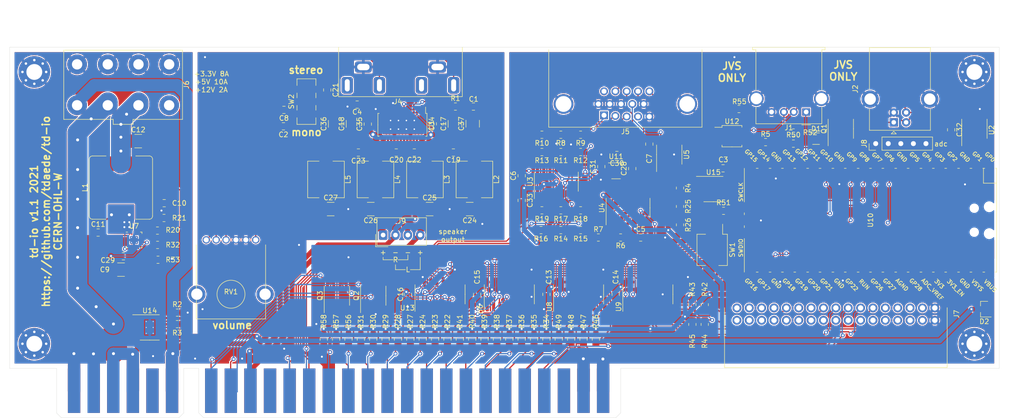
<source format=kicad_pcb>
(kicad_pcb (version 20171130) (host pcbnew 5.1.9-1.fc33)
  (layers (0 F.Cu signal) (31 B.Cu signal) (34 B.Paste user) (35 F.Paste user) (36 B.SilkS user) (37 F.SilkS user) (38 B.Mask user) (39 F.Mask user) (44 Edge.Cuts user))
  (net 0 "")
  (net 1 GND)
  (net 2 +12V)
  (net 3 "Net-(C2-Pad2)")
  (net 4 "Net-(C2-Pad1)")
  (net 5 +5V)
  (net 6 "Net-(C7-Pad1)")
  (net 7 "Net-(C8-Pad2)")
  (net 8 "Net-(C8-Pad1)")
  (net 9 +3V3)
  (net 10 "Net-(D2-Pad2)")
  (net 11 "Net-(D2-Pad1)")
  (net 12 "Net-(J1-Pad1)")
  (net 13 "Net-(J1-Pad2)")
  (net 14 "Net-(J1-Pad3)")
  (net 15 "Net-(J2-Pad1)")
  (net 16 /p2_4)
  (net 17 /p2start)
  (net 18 /lockout1)
  (net 19 /p2up)
  (net 20 /jamma_green)
  (net 21 /p2right)
  (net 22 /jamma_sync)
  (net 23 /p2left)
  (net 24 /c2)
  (net 25 /p2down)
  (net 26 /p2_3)
  (net 27 /meter1)
  (net 28 /p2_1)
  (net 29 "Net-(J3-PadM)")
  (net 30 /p2_2)
  (net 31 /p1_4)
  (net 32 /p1_3)
  (net 33 /p1_2)
  (net 34 /p1_1)
  (net 35 /p1right)
  (net 36 /p1left)
  (net 37 /p1down)
  (net 38 /p1up)
  (net 39 /p1start)
  (net 40 /c1)
  (net 41 /jamma_blue)
  (net 42 /jamma_red)
  (net 43 "Net-(J3-Pad11)")
  (net 44 /speaker+)
  (net 45 /lockout2)
  (net 46 /meter2)
  (net 47 "Net-(J5-Pad15)")
  (net 48 /vga_hsync)
  (net 49 "Net-(J5-Pad12)")
  (net 50 /vga_vsync)
  (net 51 "Net-(J5-Pad4)")
  (net 52 /vga_blue)
  (net 53 /vga_green)
  (net 54 /vga_red)
  (net 55 "Net-(J6-Pad1)")
  (net 56 "Net-(J7-Pad1)")
  (net 57 "Net-(J7-Pad2)")
  (net 58 "Net-(J7-Pad3)")
  (net 59 "Net-(J7-Pad4)")
  (net 60 "Net-(J7-Pad5)")
  (net 61 "Net-(J7-Pad6)")
  (net 62 "Net-(J7-Pad7)")
  (net 63 "Net-(J7-Pad8)")
  (net 64 /p2_6)
  (net 65 "Net-(J7-Pad10)")
  (net 66 "Net-(J7-Pad11)")
  (net 67 "Net-(J7-Pad12)")
  (net 68 "Net-(J7-Pad13)")
  (net 69 "Net-(J7-Pad14)")
  (net 70 /p1_6)
  (net 71 "Net-(J7-Pad16)")
  (net 72 /p1_5)
  (net 73 "Net-(J7-Pad18)")
  (net 74 "Net-(J7-Pad20)")
  (net 75 "Net-(J7-Pad22)")
  (net 76 /p2_5)
  (net 77 "Net-(J7-Pad24)")
  (net 78 "Net-(J7-Pad25)")
  (net 79 "Net-(J7-Pad26)")
  (net 80 "Net-(J7-Pad27)")
  (net 81 "Net-(J7-Pad28)")
  (net 82 "Net-(J7-Pad29)")
  (net 83 "Net-(J7-Pad30)")
  (net 84 "Net-(J7-Pad31)")
  (net 85 "Net-(J7-Pad32)")
  (net 86 /lockout1_ctl)
  (net 87 /meter1_ctl)
  (net 88 /lockout2_ctl)
  (net 89 /meter2_ctl)
  (net 90 /speaker-)
  (net 91 "Net-(R1-Pad1)")
  (net 92 "Net-(R11-Pad2)")
  (net 93 "Net-(R12-Pad2)")
  (net 94 "Net-(R13-Pad2)")
  (net 95 "Net-(R14-Pad1)")
  (net 96 "Net-(R15-Pad1)")
  (net 97 "Net-(R16-Pad1)")
  (net 98 "Net-(R25-Pad1)")
  (net 99 "Net-(SW1-Pad4)")
  (net 100 "Net-(SW1-Pad3)")
  (net 101 /jvs_tx)
  (net 102 /jvs_de)
  (net 103 /jvs_re)
  (net 104 /jvs_rx)
  (net 105 "Net-(U4-Pad3)")
  (net 106 /sr_clr)
  (net 107 /sr_clk)
  (net 108 /sr_data)
  (net 109 "Net-(U10-Pad43)")
  (net 110 "Net-(U10-Pad41)")
  (net 111 "Net-(U10-Pad25)")
  (net 112 "Net-(U10-Pad29)")
  (net 113 "Net-(U10-Pad30)")
  (net 114 "Net-(U10-Pad35)")
  (net 115 "Net-(U10-Pad37)")
  (net 116 "Net-(U10-Pad40)")
  (net 117 "Net-(C10-Pad1)")
  (net 118 "Net-(C11-Pad2)")
  (net 119 +3.3VP)
  (net 120 "Net-(R32-Pad2)")
  (net 121 "Net-(R20-Pad2)")
  (net 122 "Net-(U7-Pad11)")
  (net 123 "Net-(U7-Pad9)")
  (net 124 /SW)
  (net 125 "Net-(D1-Pad6)")
  (net 126 "Net-(D1-Pad2)")
  (net 127 "Net-(D1-Pad3)")
  (net 128 "Net-(D1-Pad1)")
  (net 129 "Net-(J3-Padd)")
  (net 130 "Net-(J3-Pad26)")
  (net 131 /sense_2.5v)
  (net 132 /sense_0v)
  (net 133 "Net-(R5-Pad2)")
  (net 134 "Net-(R55-Pad2)")
  (net 135 /termination)
  (net 136 /service)
  (net 137 /tilt)
  (net 138 /test)
  (net 139 "Net-(U13-Pad9)")
  (net 140 "Net-(U6-Pad9)")
  (net 141 "Net-(U6-Pad7)")
  (net 142 "Net-(U8-Pad9)")
  (net 143 "Net-(U8-Pad7)")
  (net 144 "Net-(U9-Pad7)")
  (net 145 "Net-(U13-Pad7)")
  (net 146 "Net-(C1-Pad2)")
  (net 147 "Net-(C4-Pad2)")
  (net 148 "Net-(C19-Pad2)")
  (net 149 "Net-(C20-Pad2)")
  (net 150 /speaker_r-)
  (net 151 "Net-(C21-Pad2)")
  (net 152 "Net-(C22-Pad2)")
  (net 153 "Net-(C23-Pad2)")
  (net 154 /speaker_r+)
  (net 155 "Net-(U1-Pad13)")
  (net 156 "Net-(U1-Pad1)")
  (net 157 "Net-(J3-PadE)")
  (net 158 "Net-(J3-Pad5)")
  (net 159 -5V)
  (net 160 +5VL)
  (net 161 "Net-(C19-Pad1)")
  (net 162 "Net-(C20-Pad1)")
  (net 163 "Net-(C22-Pad1)")
  (net 164 "Net-(C23-Pad1)")
  (net 165 /l_in)
  (net 166 /r_in)
  (net 167 "Net-(Q1-Pad5)")
  (net 168 "Net-(Q1-Pad4)")
  (net 169 "Net-(Q1-Pad3)")
  (net 170 "Net-(U4-Pad11)")
  (net 171 "Net-(U4-Pad8)")
  (net 172 /sense_in_high)
  (net 173 /sense_in_low)
  (net 174 "Net-(U10-Pad9)")
  (net 175 "Net-(U10-Pad7)")
  (net 176 "Net-(U10-Pad6)")
  (net 177 "Net-(C30-Pad1)")
  (net 178 "Net-(C30-Pad2)")
  (net 179 "Net-(R2-Pad1)")
  (net 180 "Net-(R3-Pad1)")
  (net 181 "Net-(U14-Pad6)")
  (net 182 "Net-(U14-Pad2)")
  (net 183 "Net-(R25-Pad2)")
  (net 184 "Net-(J5-Pad11)")
  (net 185 "Net-(SW2-Pad3)")
  (net 186 /adc2)
  (net 187 /adc1)
  (net 188 /adc0)
  (module Connector_PinHeader_2.54mm:PinHeader_1x05_P2.54mm_Vertical (layer F.Cu) (at 247.05 101.5 90)
    (fp_text reference J8 (at 0 -2.33 90) (layer F.SilkS))
    (fp_text value Conn_01x05_Male)
    (pad 5 thru_hole oval (at 0 10.16 90) (size 1.7 1.7) (drill 1) (layers *.Cu *.Mask) (net 1 GND))
    (pad 4 thru_hole oval (at 0 7.62 90) (size 1.7 1.7) (drill 1) (layers *.Cu *.Mask) (net 186 /adc2))
    (pad 3 thru_hole oval (at 0 5.08 90) (size 1.7 1.7) (drill 1) (layers *.Cu *.Mask) (net 187 /adc1))
    (pad 2 thru_hole oval (at 0 2.54 90) (size 1.7 1.7) (drill 1) (layers *.Cu *.Mask) (net 188 /adc0))
    (pad 1 thru_hole rect (at 0 0 90) (size 1.7 1.7) (drill 1) (layers *.Cu *.Mask) (net 9 +3V3))
  )
  (module Button_Switch_SMD:SW_DPDT_CK_JS202011JCQN (layer F.Cu) (at 132 93 90)
    (fp_text reference SW2 (at 0 -3.05 90) (layer F.SilkS))
    (fp_text value SW_DPDT_x2)
    (pad 3 smd rect (at 2.5 -1.2 90) (size 1 1.6) (layers F.Cu F.Paste F.Mask) (net 185 "Net-(SW2-Pad3)"))
    (pad 2 smd rect (at 0 -1.2 90) (size 1 1.6) (layers F.Cu F.Paste F.Mask) (net 8 "Net-(C8-Pad1)"))
    (pad 1 smd rect (at -2.5 -1.2 90) (size 1 1.6) (layers F.Cu F.Paste F.Mask) (net 4 "Net-(C2-Pad1)"))
    (pad 6 smd rect (at 2.5 1.2 90) (size 1 1.6) (layers F.Cu F.Paste F.Mask))
    (pad 5 smd rect (at 0 1.2 90) (size 1 1.6) (layers F.Cu F.Paste F.Mask))
    (pad 4 smd rect (at -2.5 1.2 90) (size 1 1.6) (layers F.Cu F.Paste F.Mask))
  )
  (module Capacitor_SMD:C_1210_3225Metric (layer F.Cu) (at 165.6 97.475 90)
    (fp_text reference C37 (at 0 -2.3 90) (layer F.SilkS))
    (fp_text value "47uF 16V")
    (pad 2 smd roundrect (at 1.475 0 90) (size 1.15 2.7) (layers F.Cu F.Paste F.Mask) (roundrect_rratio 0.217391) (net 1 GND))
    (pad 1 smd roundrect (at -1.475 0 90) (size 1.15 2.7) (layers F.Cu F.Paste F.Mask) (roundrect_rratio 0.217391) (net 2 +12V))
  )
  (module Capacitor_SMD:C_1210_3225Metric (layer F.Cu) (at 137.8 97.5 90)
    (fp_text reference C36 (at 0 -2.3 90) (layer F.SilkS))
    (fp_text value "47uF 16V")
    (pad 2 smd roundrect (at 1.475 0 90) (size 1.15 2.7) (layers F.Cu F.Paste F.Mask) (roundrect_rratio 0.217391) (net 1 GND))
    (pad 1 smd roundrect (at -1.475 0 90) (size 1.15 2.7) (layers F.Cu F.Paste F.Mask) (roundrect_rratio 0.217391) (net 2 +12V))
  )
  (module Capacitor_SMD:C_0805_2012Metric (layer F.Cu) (at 144.4 97.55 90)
    (fp_text reference C35 (at 0 -1.68 90) (layer F.SilkS))
    (fp_text value 0.1uF)
    (pad 2 smd roundrect (at 0.95 0 90) (size 1 1.45) (layers F.Cu F.Paste F.Mask) (net 1 GND))
    (pad 1 smd roundrect (at -0.95 0 90) (size 1 1.45) (layers F.Cu F.Paste F.Mask) (net 2 +12V))
  )
  (module Capacitor_SMD:C_0805_2012Metric (layer F.Cu) (at 159 97.5 90)
    (fp_text reference C34 (at 0 -1.68 90) (layer F.SilkS))
    (fp_text value 0.1uF)
    (pad 2 smd roundrect (at 0.95 0 90) (size 1 1.45) (layers F.Cu F.Paste F.Mask) (net 1 GND))
    (pad 1 smd roundrect (at -0.95 0 90) (size 1 1.45) (layers F.Cu F.Paste F.Mask) (net 2 +12V))
  )
  (module Capacitor_SMD:C_1210_3225Metric (layer F.Cu) (at 141.4 97.5 90)
    (fp_text reference C18 (at 0 -2.3 90) (layer F.SilkS))
    (fp_text value "47uF 16V")
    (pad 2 smd roundrect (at 1.475 0 90) (size 1.15 2.7) (layers F.Cu F.Paste F.Mask) (roundrect_rratio 0.217391) (net 1 GND))
    (pad 1 smd roundrect (at -1.475 0 90) (size 1.15 2.7) (layers F.Cu F.Paste F.Mask) (roundrect_rratio 0.217391) (net 2 +12V))
  )
  (module Capacitor_SMD:C_1210_3225Metric (layer F.Cu) (at 162 97.5 90)
    (fp_text reference C17 (at 0 -2.3 90) (layer F.SilkS))
    (fp_text value "47uF 16V")
    (pad 2 smd roundrect (at 1.475 0 90) (size 1.15 2.7) (layers F.Cu F.Paste F.Mask) (roundrect_rratio 0.217391) (net 1 GND))
    (pad 1 smd roundrect (at -1.475 0 90) (size 1.15 2.7) (layers F.Cu F.Paste F.Mask) (roundrect_rratio 0.217391) (net 2 +12V))
  )
  (module Capacitor_SMD:C_0805_2012Metric (layer F.Cu) (at 175.5 113 270)
    (fp_text reference C33 (at 0 -1.68 90) (layer F.SilkS))
    (fp_text value 3.3uF)
    (pad 2 smd roundrect (at 0.95 0 270) (size 1 1.45) (layers F.Cu F.Paste F.Mask) (net 1 GND))
    (pad 1 smd roundrect (at -0.95 0 270) (size 1 1.45) (layers F.Cu F.Paste F.Mask) (net 5 +5V))
  )
  (module Capacitor_SMD:C_0805_2012Metric (layer F.Cu) (at 262.3 98.7 270)
    (fp_text reference C32 (at 0 -1.68 90) (layer F.SilkS))
    (fp_text value 0.1uF)
    (pad 2 smd roundrect (at 0.95 0 270) (size 1 1.45) (layers F.Cu F.Paste F.Mask) (net 1 GND))
    (pad 1 smd roundrect (at -0.95 0 270) (size 1 1.45) (layers F.Cu F.Paste F.Mask) (net 9 +3V3))
  )
  (module td-io:HTSSOP-28-1EP_4.4x9.7mm_P0.65mm_tpa3138_ThermalVias (layer F.Cu) (at 151.4 97.7 270)
    (fp_text reference U1 (at 0 -5.8 270) (layer F.SilkS))
    (fp_text value TPA3138D2)
    (pad 29 smd rect (at 0 0 270) (size 2.85 5.4) (layers B.Cu) (net 1 GND))
    (pad 29 thru_hole circle (at 0.875 2.4 270) (size 0.6 0.6) (drill 0.3) (layers *.Cu) (net 1 GND))
    (pad 29 thru_hole circle (at -0.875 2.4 270) (size 0.6 0.6) (drill 0.3) (layers *.Cu) (net 1 GND))
    (pad 29 thru_hole circle (at 0.875 0.8 270) (size 0.6 0.6) (drill 0.3) (layers *.Cu) (net 1 GND))
    (pad 29 thru_hole circle (at -0.875 0.8 270) (size 0.6 0.6) (drill 0.3) (layers *.Cu) (net 1 GND))
    (pad 29 thru_hole circle (at 0.875 -0.8 270) (size 0.6 0.6) (drill 0.3) (layers *.Cu) (net 1 GND))
    (pad 29 thru_hole circle (at -0.875 -0.8 270) (size 0.6 0.6) (drill 0.3) (layers *.Cu) (net 1 GND))
    (pad 29 thru_hole circle (at 0.875 -2.4 270) (size 0.6 0.6) (drill 0.3) (layers *.Cu) (net 1 GND))
    (pad 29 thru_hole circle (at -0.875 -2.4 270) (size 0.6 0.6) (drill 0.3) (layers *.Cu) (net 1 GND))
    (pad 29 smd rect (at 0 0 270) (size 2.34 3.04) (layers F.Cu F.Mask) (net 1 GND))
    (pad 28 smd roundrect (at 2.8625 -4.225 270) (size 1.475 0.4) (layers F.Cu F.Paste F.Mask) (net 2 +12V))
    (pad 27 smd roundrect (at 2.8625 -3.575 270) (size 1.475 0.4) (layers F.Cu F.Paste F.Mask) (net 2 +12V))
    (pad 26 smd roundrect (at 2.8625 -2.925 270) (size 1.475 0.4) (layers F.Cu F.Paste F.Mask) (net 148 "Net-(C19-Pad2)"))
    (pad 25 smd roundrect (at 2.8625 -2.275 270) (size 1.475 0.4) (layers F.Cu F.Paste F.Mask) (net 161 "Net-(C19-Pad1)"))
    (pad 24 smd roundrect (at 2.8625 -1.625 270) (size 1.475 0.4) (layers F.Cu F.Paste F.Mask) (net 1 GND))
    (pad 23 smd roundrect (at 2.8625 -0.975 270) (size 1.475 0.4) (layers F.Cu F.Paste F.Mask) (net 163 "Net-(C22-Pad1)"))
    (pad 22 smd roundrect (at 2.8625 -0.325 270) (size 1.475 0.4) (layers F.Cu F.Paste F.Mask) (net 152 "Net-(C22-Pad2)"))
    (pad 21 smd roundrect (at 2.8625 0.325 270) (size 1.475 0.4) (layers F.Cu F.Paste F.Mask) (net 149 "Net-(C20-Pad2)"))
    (pad 20 smd roundrect (at 2.8625 0.975 270) (size 1.475 0.4) (layers F.Cu F.Paste F.Mask) (net 162 "Net-(C20-Pad1)"))
    (pad 19 smd roundrect (at 2.8625 1.625 270) (size 1.475 0.4) (layers F.Cu F.Paste F.Mask) (net 1 GND))
    (pad 18 smd roundrect (at 2.8625 2.275 270) (size 1.475 0.4) (layers F.Cu F.Paste F.Mask) (net 164 "Net-(C23-Pad1)"))
    (pad 17 smd roundrect (at 2.8625 2.925 270) (size 1.475 0.4) (layers F.Cu F.Paste F.Mask) (net 153 "Net-(C23-Pad2)"))
    (pad 16 smd roundrect (at 2.8625 3.575 270) (size 1.475 0.4) (layers F.Cu F.Paste F.Mask) (net 2 +12V))
    (pad 15 smd roundrect (at 2.8625 4.225 270) (size 1.475 0.4) (layers F.Cu F.Paste F.Mask) (net 2 +12V))
    (pad 14 smd roundrect (at -2.8625 4.225 270) (size 1.475 0.4) (layers F.Cu F.Paste F.Mask) (net 1 GND))
    (pad 13 smd roundrect (at -2.8625 3.575 270) (size 1.475 0.4) (layers F.Cu F.Paste F.Mask) (net 155 "Net-(U1-Pad13)"))
    (pad 12 smd roundrect (at -2.8625 2.925 270) (size 1.475 0.4) (layers F.Cu F.Paste F.Mask) (net 8 "Net-(C8-Pad1)"))
    (pad 11 smd roundrect (at -2.8625 2.275 270) (size 1.475 0.4) (layers F.Cu F.Paste F.Mask) (net 147 "Net-(C4-Pad2)"))
    (pad 10 smd roundrect (at -2.8625 1.625 270) (size 1.475 0.4) (layers F.Cu F.Paste F.Mask) (net 1 GND))
    (pad 9 smd roundrect (at -2.8625 0.975 270) (size 1.475 0.4) (layers F.Cu F.Paste F.Mask) (net 151 "Net-(C21-Pad2)"))
    (pad 8 smd roundrect (at -2.8625 0.325 270) (size 1.475 0.4) (layers F.Cu F.Paste F.Mask) (net 1 GND))
    (pad 7 smd roundrect (at -2.8625 -0.325 270) (size 1.475 0.4) (layers F.Cu F.Paste F.Mask) (net 2 +12V))
    (pad 6 smd roundrect (at -2.8625 -0.975 270) (size 1.475 0.4) (layers F.Cu F.Paste F.Mask) (net 1 GND))
    (pad 5 smd roundrect (at -2.8625 -1.625 270) (size 1.475 0.4) (layers F.Cu F.Paste F.Mask) (net 1 GND))
    (pad 4 smd roundrect (at -2.8625 -2.275 270) (size 1.475 0.4) (layers F.Cu F.Paste F.Mask) (net 146 "Net-(C1-Pad2)"))
    (pad 3 smd roundrect (at -2.8625 -2.925 270) (size 1.475 0.4) (layers F.Cu F.Paste F.Mask) (net 4 "Net-(C2-Pad1)"))
    (pad 2 smd roundrect (at -2.8625 -3.575 270) (size 1.475 0.4) (layers F.Cu F.Paste F.Mask) (net 91 "Net-(R1-Pad1)"))
    (pad 1 smd roundrect (at -2.8625 -4.225 270) (size 1.475 0.4) (layers F.Cu F.Paste F.Mask) (net 156 "Net-(U1-Pad1)"))
  )
  (module Capacitor_SMD:C_1210_3225Metric (layer F.Cu) (at 98 101)
    (fp_text reference C12 (at 0 -2.3) (layer F.SilkS))
    (fp_text value 100uF)
    (pad 2 smd roundrect (at 1.475 0) (size 1.15 2.7) (layers F.Cu F.Paste F.Mask) (roundrect_rratio 0.217391) (net 1 GND))
    (pad 1 smd roundrect (at -1.475 0) (size 1.15 2.7) (layers F.Cu F.Paste F.Mask) (roundrect_rratio 0.217391) (net 119 +3.3VP))
  )
  (module Resistor_SMD:R_0805_2012Metric (layer F.Cu) (at 207.5 117.9375 270)
    (fp_text reference R26 (at 0 -1.65 90) (layer F.SilkS))
    (fp_text value 10k)
    (pad 2 smd roundrect (at 0.9125 0 270) (size 1.025 1.4) (layers F.Cu F.Paste F.Mask) (roundrect_rratio 0.243902) (net 1 GND))
    (pad 1 smd roundrect (at -0.9125 0 270) (size 1.025 1.4) (layers F.Cu F.Paste F.Mask) (roundrect_rratio 0.243902) (net 183 "Net-(R25-Pad2)"))
  )
  (module Resistor_SMD:R_0805_2012Metric (layer F.Cu) (at 207.5 114.2125 270)
    (fp_text reference R25 (at 0 -1.65 90) (layer F.SilkS))
    (fp_text value 20k)
    (pad 2 smd roundrect (at 0.9125 0 270) (size 1.025 1.4) (layers F.Cu F.Paste F.Mask) (roundrect_rratio 0.243902) (net 183 "Net-(R25-Pad2)"))
    (pad 1 smd roundrect (at -0.9125 0 270) (size 1.025 1.4) (layers F.Cu F.Paste F.Mask) (roundrect_rratio 0.243902) (net 98 "Net-(R25-Pad1)"))
  )
  (module Resistor_SMD:R_0805_2012Metric (layer F.Cu) (at 207.5 110.4875 270)
    (fp_text reference R4 (at 0 -1.65 90) (layer F.SilkS))
    (fp_text value 10k)
    (pad 2 smd roundrect (at 0.9125 0 270) (size 1.025 1.4) (layers F.Cu F.Paste F.Mask) (roundrect_rratio 0.243902) (net 98 "Net-(R25-Pad1)"))
    (pad 1 smd roundrect (at -0.9125 0 270) (size 1.025 1.4) (layers F.Cu F.Paste F.Mask) (roundrect_rratio 0.243902) (net 5 +5V))
  )
  (module Resistor_SMD:R_0805_2012Metric (layer F.Cu) (at 105.8875 138.025)
    (fp_text reference R3 (at 0 1.775) (layer F.SilkS))
    (fp_text value 1k)
    (pad 2 smd roundrect (at 0.9125 0) (size 1.025 1.4) (layers F.Cu F.Paste F.Mask) (roundrect_rratio 0.243902) (net 1 GND))
    (pad 1 smd roundrect (at -0.9125 0) (size 1.025 1.4) (layers F.Cu F.Paste F.Mask) (roundrect_rratio 0.243902) (net 180 "Net-(R3-Pad1)"))
  )
  (module Resistor_SMD:R_0805_2012Metric (layer F.Cu) (at 105.9 135.7)
    (fp_text reference R2 (at 0 -1.65) (layer F.SilkS))
    (fp_text value 400k)
    (pad 2 smd roundrect (at 0.9125 0) (size 1.025 1.4) (layers F.Cu F.Paste F.Mask) (roundrect_rratio 0.243902) (net 1 GND))
    (pad 1 smd roundrect (at -0.9125 0) (size 1.025 1.4) (layers F.Cu F.Paste F.Mask) (roundrect_rratio 0.243902) (net 179 "Net-(R2-Pad1)"))
  )
  (module td-io:DSUB-15-HD_Female_Horizontal_P2.29x2.5mm_EdgePinOffset8.35mm_Housed_MountingHolesOffset10.89mm (layer F.Cu) (at 192.145 94.75 180)
    (fp_text reference J5 (at -4.318 -4.318) (layer F.SilkS))
    (fp_text value DB15_Female_HighDensity_MountingHoles)
    (pad 0 thru_hole circle (at 8.185 1.27 180) (size 4 4) (drill 3.2) (layers *.Cu *.Mask) (net 1 GND))
    (pad 0 thru_hole circle (at -16.815 1.27 180) (size 4 4) (drill 3.2) (layers *.Cu *.Mask) (net 1 GND))
    (pad 15 thru_hole circle (at -9.16 3.833 180) (size 1.6 1.6) (drill 1) (layers *.Cu *.Mask) (net 47 "Net-(J5-Pad15)"))
    (pad 14 thru_hole circle (at -6.87 3.833 180) (size 1.6 1.6) (drill 1) (layers *.Cu *.Mask) (net 50 /vga_vsync))
    (pad 13 thru_hole circle (at -4.58 3.833 180) (size 1.6 1.6) (drill 1) (layers *.Cu *.Mask) (net 48 /vga_hsync))
    (pad 12 thru_hole circle (at -2.29 3.833 180) (size 1.6 1.6) (drill 1) (layers *.Cu *.Mask) (net 49 "Net-(J5-Pad12)"))
    (pad 11 thru_hole circle (at 0 3.833 180) (size 1.6 1.6) (drill 1) (layers *.Cu *.Mask) (net 184 "Net-(J5-Pad11)"))
    (pad 10 thru_hole circle (at -8.015 1.27 180) (size 1.6 1.6) (drill 1) (layers *.Cu *.Mask) (net 1 GND))
    (pad 9 thru_hole circle (at -5.715 1.27 180) (size 1.6 1.6) (drill 1) (layers *.Cu *.Mask) (net 6 "Net-(C7-Pad1)"))
    (pad 8 thru_hole circle (at -3.435 1.27 180) (size 1.6 1.6) (drill 1) (layers *.Cu *.Mask) (net 1 GND))
    (pad 7 thru_hole circle (at -1.145 1.27 180) (size 1.6 1.6) (drill 1) (layers *.Cu *.Mask) (net 1 GND))
    (pad 6 thru_hole circle (at 1.145 1.27 180) (size 1.6 1.6) (drill 1) (layers *.Cu *.Mask) (net 1 GND))
    (pad 5 thru_hole circle (at -9.16 -1.27 180) (size 1.6 1.6) (drill 1) (layers *.Cu *.Mask) (net 1 GND))
    (pad 4 thru_hole circle (at -6.87 -1.27 180) (size 1.6 1.6) (drill 1) (layers *.Cu *.Mask) (net 51 "Net-(J5-Pad4)"))
    (pad 3 thru_hole circle (at -4.572 -1.27 180) (size 1.6 1.6) (drill 1) (layers *.Cu *.Mask) (net 52 /vga_blue))
    (pad 2 thru_hole circle (at -2.286 -1.143 180) (size 1.6 1.6) (drill 1) (layers *.Cu *.Mask) (net 53 /vga_green))
    (pad 1 thru_hole rect (at 0 -1.016 180) (size 1.6 1.6) (drill 1) (layers *.Cu *.Mask) (net 54 /vga_red))
  )
  (module Capacitor_SMD:C_0805_2012Metric (layer F.Cu) (at 191.59 106.15 90)
    (fp_text reference C31 (at 0 -1.68 90) (layer F.SilkS))
    (fp_text value 3.3uF)
    (pad 2 smd roundrect (at 0.95 0 90) (size 1 1.45) (layers F.Cu F.Paste F.Mask) (net 1 GND))
    (pad 1 smd roundrect (at -0.95 0 90) (size 1 1.45) (layers F.Cu F.Paste F.Mask) (net 159 -5V))
  )
  (module Capacitor_SMD:C_0805_2012Metric (layer F.Cu) (at 194.75 103.8 180)
    (fp_text reference C30 (at 0 -1.68) (layer F.SilkS))
    (fp_text value 3.3uF)
    (pad 2 smd roundrect (at 0.95 0 180) (size 1 1.45) (layers F.Cu F.Paste F.Mask) (net 178 "Net-(C30-Pad2)"))
    (pad 1 smd roundrect (at -0.95 0 180) (size 1 1.45) (layers F.Cu F.Paste F.Mask) (net 177 "Net-(C30-Pad1)"))
  )
  (module Capacitor_SMD:C_0805_2012Metric (layer F.Cu) (at 95 124.3)
    (fp_text reference C29 (at -3.15 0.8) (layer F.SilkS))
    (fp_text value 0.1uF)
    (pad 2 smd roundrect (at 0.95 0) (size 1 1.45) (layers F.Cu F.Paste F.Mask) (net 1 GND))
    (pad 1 smd roundrect (at -0.95 0) (size 1 1.45) (layers F.Cu F.Paste F.Mask) (net 160 +5VL))
  )
  (module Capacitor_SMD:C_0805_2012Metric (layer F.Cu) (at 197.85 106.55 90)
    (fp_text reference C28 (at 0 -1.68 90) (layer F.SilkS))
    (fp_text value 3.3uF)
    (pad 2 smd roundrect (at 0.95 0 90) (size 1 1.45) (layers F.Cu F.Paste F.Mask) (net 1 GND))
    (pad 1 smd roundrect (at -0.95 0 90) (size 1 1.45) (layers F.Cu F.Paste F.Mask) (net 5 +5V))
  )
  (module Package_SO:SOIC-8_3.9x4.9mm_P1.27mm (layer F.Cu) (at 214.25 110.7)
    (fp_text reference U15 (at 0 -3.4) (layer F.SilkS))
    (fp_text value LM2903)
    (pad 8 smd roundrect (at 2.475 -1.905) (size 1.95 0.6) (layers F.Cu F.Paste F.Mask) (net 5 +5V))
    (pad 7 smd roundrect (at 2.475 -0.635) (size 1.95 0.6) (layers F.Cu F.Paste F.Mask) (net 172 /sense_in_high))
    (pad 6 smd roundrect (at 2.475 0.635) (size 1.95 0.6) (layers F.Cu F.Paste F.Mask) (net 98 "Net-(R25-Pad1)"))
    (pad 5 smd roundrect (at 2.475 1.905) (size 1.95 0.6) (layers F.Cu F.Paste F.Mask) (net 12 "Net-(J1-Pad1)"))
    (pad 4 smd roundrect (at -2.475 1.905) (size 1.95 0.6) (layers F.Cu F.Paste F.Mask) (net 1 GND))
    (pad 3 smd roundrect (at -2.475 0.635) (size 1.95 0.6) (layers F.Cu F.Paste F.Mask) (net 12 "Net-(J1-Pad1)"))
    (pad 2 smd roundrect (at -2.475 -0.635) (size 1.95 0.6) (layers F.Cu F.Paste F.Mask) (net 183 "Net-(R25-Pad2)"))
    (pad 1 smd roundrect (at -2.475 -1.905) (size 1.95 0.6) (layers F.Cu F.Paste F.Mask) (net 173 /sense_in_low))
  )
  (module Package_SO:SOIC-8-1EP_3.9x4.9mm_P1.27mm_EP2.41x3.3mm_ThermalVias (layer F.Cu) (at 100.325 138.7)
    (fp_text reference U14 (at 0 -3.4) (layer F.SilkS))
    (fp_text value TPS259620)
    (pad 9 smd rect (at 0 0) (size 1.9 2.9) (layers B.Cu) (net 1 GND))
    (pad 9 thru_hole circle (at 0.7 1.2) (size 0.5 0.5) (drill 0.2) (layers *.Cu) (net 1 GND))
    (pad 9 thru_hole circle (at -0.7 1.2) (size 0.5 0.5) (drill 0.2) (layers *.Cu) (net 1 GND))
    (pad 9 thru_hole circle (at 0.7 0) (size 0.5 0.5) (drill 0.2) (layers *.Cu) (net 1 GND))
    (pad 9 thru_hole circle (at -0.7 0) (size 0.5 0.5) (drill 0.2) (layers *.Cu) (net 1 GND))
    (pad 9 thru_hole circle (at 0.7 -1.2) (size 0.5 0.5) (drill 0.2) (layers *.Cu) (net 1 GND))
    (pad 9 thru_hole circle (at -0.7 -1.2) (size 0.5 0.5) (drill 0.2) (layers *.Cu) (net 1 GND))
    (pad 9 smd rect (at 0 0) (size 2.41 3.3) (layers F.Cu F.Mask) (net 1 GND))
    (pad 8 smd roundrect (at 2.475 -1.905) (size 1.95 0.6) (layers F.Cu F.Paste F.Mask) (net 179 "Net-(R2-Pad1)"))
    (pad 7 smd roundrect (at 2.475 -0.635) (size 1.95 0.6) (layers F.Cu F.Paste F.Mask) (net 180 "Net-(R3-Pad1)"))
    (pad 6 smd roundrect (at 2.475 0.635) (size 1.95 0.6) (layers F.Cu F.Paste F.Mask) (net 181 "Net-(U14-Pad6)"))
    (pad 5 smd roundrect (at 2.475 1.905) (size 1.95 0.6) (layers F.Cu F.Paste F.Mask) (net 5 +5V))
    (pad 4 smd roundrect (at -2.475 1.905) (size 1.95 0.6) (layers F.Cu F.Paste F.Mask) (net 160 +5VL))
    (pad 3 smd roundrect (at -2.475 0.635) (size 1.95 0.6) (layers F.Cu F.Paste F.Mask) (net 160 +5VL))
    (pad 2 smd roundrect (at -2.475 -0.635) (size 1.95 0.6) (layers F.Cu F.Paste F.Mask) (net 182 "Net-(U14-Pad2)"))
    (pad 1 smd roundrect (at -2.475 -1.905) (size 1.95 0.6) (layers F.Cu F.Paste F.Mask) (net 1 GND))
  )
  (module Package_TO_SOT_SMD:SOT-23-6 (layer F.Cu) (at 194.57 107.01)
    (fp_text reference U11 (at 0 -2.9) (layer F.SilkS))
    (fp_text value LM2664M4)
    (pad 5 smd rect (at 1.1 0) (size 1.06 0.65) (layers F.Cu F.Paste F.Mask) (net 5 +5V))
    (pad 6 smd rect (at 1.1 -0.95) (size 1.06 0.65) (layers F.Cu F.Paste F.Mask) (net 177 "Net-(C30-Pad1)"))
    (pad 4 smd rect (at 1.1 0.95) (size 1.06 0.65) (layers F.Cu F.Paste F.Mask) (net 5 +5V))
    (pad 3 smd rect (at -1.1 0.95) (size 1.06 0.65) (layers F.Cu F.Paste F.Mask) (net 178 "Net-(C30-Pad2)"))
    (pad 2 smd rect (at -1.1 0) (size 1.06 0.65) (layers F.Cu F.Paste F.Mask) (net 159 -5V))
    (pad 1 smd rect (at -1.1 -0.95) (size 1.06 0.65) (layers F.Cu F.Paste F.Mask) (net 1 GND))
  )
  (module td-io:RJE-20 (layer F.Cu) (at 97.15 121)
    (fp_text reference U7 (at 0 -2.82) (layer F.SilkS))
    (fp_text value TPS568230)
    (pad 21 smd rect (at 0 0) (size 1.55 1.55) (layers B.Cu) (net 1 GND))
    (pad 21 thru_hole circle (at 0.525 0.525) (size 0.5 0.5) (drill 0.2) (layers *.Cu) (net 1 GND))
    (pad 21 thru_hole circle (at -0.525 0.525) (size 0.5 0.5) (drill 0.2) (layers *.Cu) (net 1 GND))
    (pad 21 thru_hole circle (at 0.525 -0.525) (size 0.5 0.5) (drill 0.2) (layers *.Cu) (net 1 GND))
    (pad 21 thru_hole circle (at -0.525 -0.525) (size 0.5 0.5) (drill 0.2) (layers *.Cu) (net 1 GND))
    (pad 21 smd rect (at 0.123 0) (size 0.926 0.975) (layers F.Cu F.Mask) (net 1 GND))
    (pad 20 smd custom (at -0.9 -1.45) (size 0.143934 0.143934) (layers F.Cu F.Paste F.Mask) (net 124 /SW) (options (clearance outline) (anchor circle)) (primitives (gr_poly (pts (xy -0.075 -0.375) (xy 0.075 -0.375) (xy 0.075 0.375) (xy 0.045711 0.375) (xy -0.075 0.254289)) (width 0.1))))
    (pad 19 smd roundrect (at -0.45 -1.45) (size 0.25 0.85) (layers F.Cu F.Paste F.Mask) (net 124 /SW))
    (pad 18 smd roundrect (at 0 -1.45) (size 0.25 0.85) (layers F.Cu F.Paste F.Mask) (net 1 GND))
    (pad 17 smd roundrect (at 0.45 -1.45) (size 0.25 0.85) (layers F.Cu F.Paste F.Mask) (net 117 "Net-(C10-Pad1)"))
    (pad 16 smd custom (at 0.9 -1.45) (size 0.143934 0.143934) (layers F.Cu F.Paste F.Mask) (options (clearance outline) (anchor circle)) (primitives (gr_poly (pts (xy -0.075 -0.375) (xy 0.075 -0.375) (xy 0.075 0.254289) (xy -0.045711 0.375) (xy -0.075 0.375)) (width 0.1))))
    (pad 15 smd custom (at 1.45 -0.9) (size 0.143934 0.143934) (layers F.Cu F.Paste F.Mask) (net 121 "Net-(R20-Pad2)") (options (clearance outline) (anchor circle)) (primitives (gr_poly (pts (xy -0.375 0.045711) (xy -0.254289 -0.075) (xy 0.375 -0.075) (xy 0.375 0.075) (xy -0.375 0.075)) (width 0.1))))
    (pad 14 smd roundrect (at 1.45 -0.45) (size 0.85 0.25) (layers F.Cu F.Paste F.Mask) (net 120 "Net-(R32-Pad2)"))
    (pad 13 smd roundrect (at 1.45 0) (size 0.85 0.25) (layers F.Cu F.Paste F.Mask) (net 1 GND))
    (pad 12 smd roundrect (at 1.45 0.45) (size 0.85 0.25) (layers F.Cu F.Paste F.Mask) (net 160 +5VL))
    (pad 11 smd custom (at 1.45 0.9) (size 0.143934 0.143934) (layers F.Cu F.Paste F.Mask) (net 122 "Net-(U7-Pad11)") (options (clearance outline) (anchor circle)) (primitives (gr_poly (pts (xy -0.375 -0.075) (xy 0.375 -0.075) (xy 0.375 0.075) (xy -0.254289 0.075) (xy -0.375 -0.045711)) (width 0.1))))
    (pad 10 smd custom (at 0.9 1.45) (size 0.143934 0.143934) (layers F.Cu F.Paste F.Mask) (options (clearance outline) (anchor circle)) (primitives (gr_poly (pts (xy -0.075 -0.375) (xy -0.045711 -0.375) (xy 0.075 -0.254289) (xy 0.075 0.375) (xy -0.075 0.375)) (width 0.1))))
    (pad 9 smd roundrect (at 0.45 1.45) (size 0.25 0.85) (layers F.Cu F.Paste F.Mask) (net 123 "Net-(U7-Pad9)"))
    (pad 8 smd roundrect (at 0 1.45) (size 0.25 0.85) (layers F.Cu F.Paste F.Mask) (net 1 GND))
    (pad 7 smd roundrect (at -0.45 1.45) (size 0.25 0.85) (layers F.Cu F.Paste F.Mask) (net 1 GND))
    (pad 6 smd custom (at -0.9 1.45) (size 0.143934 0.143934) (layers F.Cu F.Paste F.Mask) (net 124 /SW) (options (clearance outline) (anchor circle)) (primitives (gr_poly (pts (xy -0.075 -0.254289) (xy 0.045711 -0.375) (xy 0.075 -0.375) (xy 0.075 0.375) (xy -0.075 0.375)) (width 0.1))))
    (pad 5 smd custom (at -1.45 0.9) (size 0.143934 0.143934) (layers F.Cu F.Paste F.Mask) (net 160 +5VL) (options (clearance outline) (anchor circle)) (primitives (gr_poly (pts (xy -0.375 -0.075) (xy 0.375 -0.075) (xy 0.375 -0.045711) (xy 0.254289 0.075) (xy -0.375 0.075)) (width 0.1))))
    (pad 4 smd roundrect (at -1.45 0.45) (size 0.85 0.25) (layers F.Cu F.Paste F.Mask) (net 160 +5VL))
    (pad 3 smd roundrect (at -1.45 0) (size 0.85 0.25) (layers F.Cu F.Paste F.Mask) (net 160 +5VL))
    (pad 2 smd roundrect (at -1.45 -0.45) (size 0.85 0.25) (layers F.Cu F.Paste F.Mask) (net 160 +5VL))
    (pad 1 smd custom (at -1.45 -0.9) (size 0.143934 0.143934) (layers F.Cu F.Paste F.Mask) (net 118 "Net-(C11-Pad2)") (options (clearance outline) (anchor circle)) (primitives (gr_poly (pts (xy -0.375 -0.075) (xy 0.254289 -0.075) (xy 0.375 0.045711) (xy 0.375 0.075) (xy -0.375 0.075)) (width 0.1))))
  )
  (module Inductor_SMD:L_Bourns_SRR1260 (layer F.Cu) (at 94.5 110.4 90)
    (fp_text reference L1 (at 0 -7.25 90) (layer F.SilkS))
    (fp_text value 1.5uH)
    (pad 1 smd rect (at -4.85 0 90) (size 2.9 5.4) (layers F.Cu F.Paste F.Mask) (net 124 /SW))
    (pad 2 smd rect (at 4.85 0 90) (size 2.9 5.4) (layers F.Cu F.Paste F.Mask) (net 119 +3.3VP))
  )
  (module td-io:JST_SH_B4B-NH-A_1x04_P2.50mm_Vertical (layer F.Cu) (at 147.5 120)
    (fp_text reference J9 (at 3.75 -2.8) (layer F.SilkS))
    (fp_text value Conn_01x04_Male)
    (pad 4 thru_hole oval (at 7.5 0) (size 1.7 1.95) (drill 0.95) (layers *.Cu *.Mask) (net 44 /speaker+))
    (pad 3 thru_hole oval (at 5 0) (size 1.7 1.95) (drill 0.95) (layers *.Cu *.Mask) (net 150 /speaker_r-))
    (pad 2 thru_hole oval (at 2.5 0) (size 1.7 1.95) (drill 0.95) (layers *.Cu *.Mask) (net 90 /speaker-))
    (pad 1 thru_hole roundrect (at 0 0) (size 1.7 1.95) (drill 0.95) (layers *.Cu *.Mask) (roundrect_rratio 0.147059) (net 154 /speaker_r+))
  )
  (module td-io:PJRAN2X1U01AUX (layer F.Cu) (at 158.5 86 180)
    (fp_text reference J4 (at 8 -7) (layer F.SilkS))
    (fp_text value Conn_Coaxial_x2)
    (pad 5 thru_hole roundrect (at 18.25 -3.7 180) (size 2.3 3.4) (drill oval 1 2.5) (layers *.Cu *.Mask))
    (pad 2 thru_hole roundrect (at 11.75 -3.7 180) (size 2.3 3.4) (drill oval 1 2.5) (layers *.Cu *.Mask) (net 165 /l_in))
    (pad 3 thru_hole roundrect (at 0 0 180) (size 3.4 2.3) (drill oval 2.5 1.3) (layers *.Cu *.Mask) (net 1 GND))
    (pad 3 thru_hole roundrect (at 15 0 180) (size 3.4 2.3) (drill oval 2.5 1.3) (layers *.Cu *.Mask) (net 1 GND))
    (pad 1 thru_hole roundrect (at -3.25 -3.7 180) (size 2.3 3.4) (drill oval 1 2.5) (layers *.Cu *.Mask) (net 166 /r_in))
    (pad 4 thru_hole roundrect (at 3.25 -3.7 180) (size 2.3 3.4) (drill oval 1 2.5) (layers *.Cu *.Mask))
  )
  (module Capacitor_SMD:C_1210_3225Metric (layer F.Cu) (at 136.9 114.75)
    (fp_text reference C27 (at 0 -2.3) (layer F.SilkS))
    (fp_text value 2.2uF)
    (pad 2 smd roundrect (at 1.475 0) (size 1.15 2.7) (layers F.Cu F.Paste F.Mask) (roundrect_rratio 0.217391) (net 1 GND))
    (pad 1 smd roundrect (at -1.475 0) (size 1.15 2.7) (layers F.Cu F.Paste F.Mask) (roundrect_rratio 0.217391) (net 154 /speaker_r+))
  )
  (module Capacitor_SMD:C_1210_3225Metric (layer F.Cu) (at 145 114.75 180)
    (fp_text reference C26 (at 0 -2.3) (layer F.SilkS))
    (fp_text value 2.2uF)
    (pad 2 smd roundrect (at 1.475 0 180) (size 1.15 2.7) (layers F.Cu F.Paste F.Mask) (roundrect_rratio 0.217391) (net 1 GND))
    (pad 1 smd roundrect (at -1.475 0 180) (size 1.15 2.7) (layers F.Cu F.Paste F.Mask) (roundrect_rratio 0.217391) (net 150 /speaker_r-))
  )
  (module Capacitor_SMD:C_1210_3225Metric (layer F.Cu) (at 156.9 114.75)
    (fp_text reference C25 (at 0 -2.3) (layer F.SilkS))
    (fp_text value 2.2uF)
    (pad 2 smd roundrect (at 1.475 0) (size 1.15 2.7) (layers F.Cu F.Paste F.Mask) (roundrect_rratio 0.217391) (net 1 GND))
    (pad 1 smd roundrect (at -1.475 0) (size 1.15 2.7) (layers F.Cu F.Paste F.Mask) (roundrect_rratio 0.217391) (net 90 /speaker-))
  )
  (module Capacitor_SMD:C_1210_3225Metric (layer F.Cu) (at 165 114.75 180)
    (fp_text reference C24 (at 0 -2.3) (layer F.SilkS))
    (fp_text value 2.2uF)
    (pad 2 smd roundrect (at 1.475 0 180) (size 1.15 2.7) (layers F.Cu F.Paste F.Mask) (roundrect_rratio 0.217391) (net 1 GND))
    (pad 1 smd roundrect (at -1.475 0 180) (size 1.15 2.7) (layers F.Cu F.Paste F.Mask) (roundrect_rratio 0.217391) (net 44 /speaker+))
  )
  (module Capacitor_SMD:C_1210_3225Metric (layer F.Cu) (at 94.525 127)
    (fp_text reference C9 (at -3.275 0) (layer F.SilkS))
    (fp_text value 100uF)
    (pad 2 smd roundrect (at 1.475 0) (size 1.15 2.7) (layers F.Cu F.Paste F.Mask) (roundrect_rratio 0.217391) (net 1 GND))
    (pad 1 smd roundrect (at -1.475 0) (size 1.15 2.7) (layers F.Cu F.Paste F.Mask) (roundrect_rratio 0.217391) (net 160 +5VL))
  )
  (module td-io:RPi_Pico_SMD (layer F.Cu) (at 246 117 270)
    (fp_text reference U10 (at 0 0 90) (layer F.SilkS))
    (fp_text value Pico)
    (fp_text user SWDIO (at 5.6 26.2 90) (layer F.SilkS) (effects (font (size 0.8 0.8))))
    (fp_text user SWCLK (at -5.7 26.2 90) (layer F.SilkS) (effects (font (size 0.8 0.8))))
    (fp_text user AGND (at 13.054 -6.35 135) (layer F.SilkS) (effects (font (size 0.8 0.8))))
    (fp_text user GND (at 12.8 -19.05 135) (layer F.SilkS) (effects (font (size 0.8 0.8))))
    (fp_text user GND (at 12.8 6.35 135) (layer F.SilkS) (effects (font (size 0.8 0.8))))
    (fp_text user GND (at 12.8 19.05 135) (layer F.SilkS) (effects (font (size 0.8 0.8))))
    (fp_text user GND (at -12.8 19.05 135) (layer F.SilkS) (effects (font (size 0.8 0.8))))
    (fp_text user GND (at -12.8 6.35 135) (layer F.SilkS) (effects (font (size 0.8 0.8))))
    (fp_text user GND (at -12.8 -6.35 135) (layer F.SilkS) (effects (font (size 0.8 0.8))))
    (fp_text user GND (at -12.8 -19.05 135) (layer F.SilkS) (effects (font (size 0.8 0.8))))
    (fp_text user VBUS (at 13.3 -24.2 135) (layer F.SilkS) (effects (font (size 0.8 0.8))))
    (fp_text user VSYS (at 13.2 -21.59 135) (layer F.SilkS) (effects (font (size 0.8 0.8))))
    (fp_text user 3V3_EN (at 13.7 -17.2 135) (layer F.SilkS) (effects (font (size 0.8 0.8))))
    (fp_text user 3V3 (at 12.9 -13.9 135) (layer F.SilkS) (effects (font (size 0.8 0.8))))
    (fp_text user ADC_VREF (at 14 -12.5 135) (layer F.SilkS) (effects (font (size 0.8 0.8))))
    (fp_text user GP28 (at 13.054 -9.144 135) (layer F.SilkS) (effects (font (size 0.8 0.8))))
    (fp_text user GP27 (at 13.054 -3.8 135) (layer F.SilkS) (effects (font (size 0.8 0.8))))
    (fp_text user GP26 (at 13.054 -1.27 135) (layer F.SilkS) (effects (font (size 0.8 0.8))))
    (fp_text user RUN (at 13 1.27 135) (layer F.SilkS) (effects (font (size 0.8 0.8))))
    (fp_text user GP22 (at 13.054 3.81 135) (layer F.SilkS) (effects (font (size 0.8 0.8))))
    (fp_text user GP21 (at 13.054 8.9 135) (layer F.SilkS) (effects (font (size 0.8 0.8))))
    (fp_text user GP20 (at 13.054 11.43 135) (layer F.SilkS) (effects (font (size 0.8 0.8))))
    (fp_text user GP19 (at 13.054 13.97 135) (layer F.SilkS) (effects (font (size 0.8 0.8))))
    (fp_text user GP18 (at 13.054 16.51 135) (layer F.SilkS) (effects (font (size 0.8 0.8))))
    (fp_text user GP17 (at 13.054 21.59 135) (layer F.SilkS) (effects (font (size 0.8 0.8))))
    (fp_text user GP16 (at 13.054 24.13 135) (layer F.SilkS) (effects (font (size 0.8 0.8))))
    (fp_text user GP15 (at -13.054 24.13 135) (layer F.SilkS) (effects (font (size 0.8 0.8))))
    (fp_text user GP14 (at -13.1 21.59 135) (layer F.SilkS) (effects (font (size 0.8 0.8))))
    (fp_text user GP13 (at -13.054 16.51 135) (layer F.SilkS) (effects (font (size 0.8 0.8))))
    (fp_text user GP12 (at -13.2 13.97 135) (layer F.SilkS) (effects (font (size 0.8 0.8))))
    (fp_text user GP11 (at -13.2 11.43 135) (layer F.SilkS) (effects (font (size 0.8 0.8))))
    (fp_text user GP10 (at -13.054 8.89 135) (layer F.SilkS) (effects (font (size 0.8 0.8))))
    (fp_text user GP9 (at -12.8 3.81 135) (layer F.SilkS) (effects (font (size 0.8 0.8))))
    (fp_text user GP8 (at -12.8 1.27 135) (layer F.SilkS) (effects (font (size 0.8 0.8))))
    (fp_text user GP7 (at -12.7 -1.3 135) (layer F.SilkS) (effects (font (size 0.8 0.8))))
    (fp_text user GP6 (at -12.8 -3.81 135) (layer F.SilkS) (effects (font (size 0.8 0.8))))
    (fp_text user GP5 (at -12.8 -8.89 135) (layer F.SilkS) (effects (font (size 0.8 0.8))))
    (fp_text user GP4 (at -12.8 -11.43 135) (layer F.SilkS) (effects (font (size 0.8 0.8))))
    (fp_text user GP3 (at -12.8 -13.97 135) (layer F.SilkS) (effects (font (size 0.8 0.8))))
    (fp_text user GP0 (at -12.8 -24.13 135) (layer F.SilkS) (effects (font (size 0.8 0.8))))
    (fp_text user GP2 (at -12.9 -16.51 135) (layer F.SilkS) (effects (font (size 0.8 0.8))))
    (fp_text user GP1 (at -12.9 -21.6 135) (layer F.SilkS) (effects (font (size 0.8 0.8))))
    (pad 43 smd rect (at 2.54 23.9) (size 3.5 1.7) (drill (offset -0.9 0)) (layers F.Cu F.Paste F.Mask) (net 109 "Net-(U10-Pad43)"))
    (pad 42 smd rect (at 0 23.9) (size 3.5 1.7) (drill (offset -0.9 0)) (layers F.Cu F.Paste F.Mask) (net 1 GND))
    (pad 41 smd rect (at -2.54 23.9) (size 3.5 1.7) (drill (offset -0.9 0)) (layers F.Cu F.Paste F.Mask) (net 110 "Net-(U10-Pad41)"))
    (pad "" np_thru_hole oval (at 2.425 -20.97 270) (size 1.5 1.5) (drill 1.5) (layers *.Cu *.Mask))
    (pad "" np_thru_hole oval (at -2.425 -20.97 270) (size 1.5 1.5) (drill 1.5) (layers *.Cu *.Mask))
    (pad "" np_thru_hole oval (at 2.725 -24 270) (size 1.8 1.8) (drill 1.8) (layers *.Cu *.Mask))
    (pad "" np_thru_hole oval (at -2.725 -24 270) (size 1.8 1.8) (drill 1.8) (layers *.Cu *.Mask))
    (pad 21 smd rect (at 8.89 24.13 270) (size 3.5 1.7) (drill (offset 0.9 0)) (layers F.Cu F.Paste F.Mask) (net 99 "Net-(SW1-Pad4)"))
    (pad 22 smd rect (at 8.89 21.59 270) (size 3.5 1.7) (drill (offset 0.9 0)) (layers F.Cu F.Paste F.Mask) (net 100 "Net-(SW1-Pad3)"))
    (pad 23 smd rect (at 8.89 19.05 270) (size 3.5 1.7) (drill (offset 0.9 0)) (layers F.Cu F.Paste F.Mask) (net 1 GND))
    (pad 24 smd rect (at 8.89 16.51 270) (size 3.5 1.7) (drill (offset 0.9 0)) (layers F.Cu F.Paste F.Mask) (net 107 /sr_clk))
    (pad 25 smd rect (at 8.89 13.97 270) (size 3.5 1.7) (drill (offset 0.9 0)) (layers F.Cu F.Paste F.Mask) (net 111 "Net-(U10-Pad25)"))
    (pad 26 smd rect (at 8.89 11.43 270) (size 3.5 1.7) (drill (offset 0.9 0)) (layers F.Cu F.Paste F.Mask) (net 108 /sr_data))
    (pad 27 smd rect (at 8.89 8.89 270) (size 3.5 1.7) (drill (offset 0.9 0)) (layers F.Cu F.Paste F.Mask) (net 106 /sr_clr))
    (pad 28 smd rect (at 8.89 6.35 270) (size 3.5 1.7) (drill (offset 0.9 0)) (layers F.Cu F.Paste F.Mask) (net 1 GND))
    (pad 29 smd rect (at 8.89 3.81 270) (size 3.5 1.7) (drill (offset 0.9 0)) (layers F.Cu F.Paste F.Mask) (net 112 "Net-(U10-Pad29)"))
    (pad 30 smd rect (at 8.89 1.27 270) (size 3.5 1.7) (drill (offset 0.9 0)) (layers F.Cu F.Paste F.Mask) (net 113 "Net-(U10-Pad30)"))
    (pad 31 smd rect (at 8.89 -1.27 270) (size 3.5 1.7) (drill (offset 0.9 0)) (layers F.Cu F.Paste F.Mask) (net 188 /adc0))
    (pad 32 smd rect (at 8.89 -3.81 270) (size 3.5 1.7) (drill (offset 0.9 0)) (layers F.Cu F.Paste F.Mask) (net 187 /adc1))
    (pad 33 smd rect (at 8.89 -6.35 270) (size 3.5 1.7) (drill (offset 0.9 0)) (layers F.Cu F.Paste F.Mask) (net 1 GND))
    (pad 34 smd rect (at 8.89 -8.89 270) (size 3.5 1.7) (drill (offset 0.9 0)) (layers F.Cu F.Paste F.Mask) (net 186 /adc2))
    (pad 35 smd rect (at 8.89 -11.43 270) (size 3.5 1.7) (drill (offset 0.9 0)) (layers F.Cu F.Paste F.Mask) (net 114 "Net-(U10-Pad35)"))
    (pad 36 smd rect (at 8.89 -13.97 270) (size 3.5 1.7) (drill (offset 0.9 0)) (layers F.Cu F.Paste F.Mask) (net 9 +3V3))
    (pad 37 smd rect (at 8.89 -16.51 270) (size 3.5 1.7) (drill (offset 0.9 0)) (layers F.Cu F.Paste F.Mask) (net 115 "Net-(U10-Pad37)"))
    (pad 38 smd rect (at 8.89 -19.05 270) (size 3.5 1.7) (drill (offset 0.9 0)) (layers F.Cu F.Paste F.Mask) (net 1 GND))
    (pad 39 smd rect (at 8.89 -21.59 270) (size 3.5 1.7) (drill (offset 0.9 0)) (layers F.Cu F.Paste F.Mask) (net 10 "Net-(D2-Pad2)"))
    (pad 40 smd rect (at 8.89 -24.13 270) (size 3.5 1.7) (drill (offset 0.9 0)) (layers F.Cu F.Paste F.Mask) (net 116 "Net-(U10-Pad40)"))
    (pad 20 smd rect (at -8.89 24.13 270) (size 3.5 1.7) (drill (offset -0.9 0)) (layers F.Cu F.Paste F.Mask) (net 135 /termination))
    (pad 19 smd rect (at -8.89 21.59 270) (size 3.5 1.7) (drill (offset -0.9 0)) (layers F.Cu F.Paste F.Mask) (net 131 /sense_2.5v))
    (pad 18 smd rect (at -8.89 19.05 270) (size 3.5 1.7) (drill (offset -0.9 0)) (layers F.Cu F.Paste F.Mask) (net 1 GND))
    (pad 17 smd rect (at -8.89 16.51 270) (size 3.5 1.7) (drill (offset -0.9 0)) (layers F.Cu F.Paste F.Mask) (net 132 /sense_0v))
    (pad 16 smd rect (at -8.89 13.97 270) (size 3.5 1.7) (drill (offset -0.9 0)) (layers F.Cu F.Paste F.Mask) (net 173 /sense_in_low))
    (pad 15 smd rect (at -8.89 11.43 270) (size 3.5 1.7) (drill (offset -0.9 0)) (layers F.Cu F.Paste F.Mask) (net 172 /sense_in_high))
    (pad 14 smd rect (at -8.89 8.89 270) (size 3.5 1.7) (drill (offset -0.9 0)) (layers F.Cu F.Paste F.Mask) (net 88 /lockout2_ctl))
    (pad 13 smd rect (at -8.89 6.35 270) (size 3.5 1.7) (drill (offset -0.9 0)) (layers F.Cu F.Paste F.Mask) (net 1 GND))
    (pad 12 smd rect (at -8.89 3.81 270) (size 3.5 1.7) (drill (offset -0.9 0)) (layers F.Cu F.Paste F.Mask) (net 86 /lockout1_ctl))
    (pad 11 smd rect (at -8.89 1.27 270) (size 3.5 1.7) (drill (offset -0.9 0)) (layers F.Cu F.Paste F.Mask) (net 89 /meter2_ctl))
    (pad 10 smd rect (at -8.89 -1.27 270) (size 3.5 1.7) (drill (offset -0.9 0)) (layers F.Cu F.Paste F.Mask) (net 87 /meter1_ctl))
    (pad 9 smd rect (at -8.89 -3.81 270) (size 3.5 1.7) (drill (offset -0.9 0)) (layers F.Cu F.Paste F.Mask) (net 174 "Net-(U10-Pad9)"))
    (pad 8 smd rect (at -8.89 -6.35 270) (size 3.5 1.7) (drill (offset -0.9 0)) (layers F.Cu F.Paste F.Mask) (net 1 GND))
    (pad 7 smd rect (at -8.89 -8.89 270) (size 3.5 1.7) (drill (offset -0.9 0)) (layers F.Cu F.Paste F.Mask) (net 175 "Net-(U10-Pad7)"))
    (pad 6 smd rect (at -8.89 -11.43 270) (size 3.5 1.7) (drill (offset -0.9 0)) (layers F.Cu F.Paste F.Mask) (net 176 "Net-(U10-Pad6)"))
    (pad 5 smd rect (at -8.89 -13.97 270) (size 3.5 1.7) (drill (offset -0.9 0)) (layers F.Cu F.Paste F.Mask) (net 102 /jvs_de))
    (pad 4 smd rect (at -8.89 -16.51 270) (size 3.5 1.7) (drill (offset -0.9 0)) (layers F.Cu F.Paste F.Mask) (net 103 /jvs_re))
    (pad 3 smd rect (at -8.89 -19.05 270) (size 3.5 1.7) (drill (offset -0.9 0)) (layers F.Cu F.Paste F.Mask) (net 1 GND))
    (pad 2 smd rect (at -8.89 -21.59 270) (size 3.5 1.7) (drill (offset -0.9 0)) (layers F.Cu F.Paste F.Mask) (net 104 /jvs_rx))
    (pad 1 smd rect (at -8.89 -24.13 270) (size 3.5 1.7) (drill (offset -0.9 0)) (layers F.Cu F.Paste F.Mask) (net 101 /jvs_tx))
  )
  (module td-io:DF1BZ-34DP-2.5DS (layer F.Cu) (at 239 136 180)
    (fp_text reference J7 (at -24.4 0 90) (layer F.SilkS))
    (fp_text value Conn_02x17_Odd_Even)
    (pad 1 thru_hole circle (at 20 1.25 180) (size 1.8 1.8) (drill 1.1) (layers *.Cu *.Mask) (net 56 "Net-(J7-Pad1)"))
    (pad 2 thru_hole circle (at 20 -1.25 180) (size 1.8 1.8) (drill 1.1) (layers *.Cu *.Mask) (net 57 "Net-(J7-Pad2)"))
    (pad 3 thru_hole circle (at 17.5 1.25 180) (size 1.8 1.8) (drill 1.1) (layers *.Cu *.Mask) (net 58 "Net-(J7-Pad3)"))
    (pad 4 thru_hole circle (at 17.5 -1.25 180) (size 1.8 1.8) (drill 1.1) (layers *.Cu *.Mask) (net 59 "Net-(J7-Pad4)"))
    (pad 5 thru_hole circle (at 15 1.25 180) (size 1.8 1.8) (drill 1.1) (layers *.Cu *.Mask) (net 60 "Net-(J7-Pad5)"))
    (pad 6 thru_hole circle (at 15 -1.25 180) (size 1.8 1.8) (drill 1.1) (layers *.Cu *.Mask) (net 61 "Net-(J7-Pad6)"))
    (pad 7 thru_hole circle (at 12.5 1.25 180) (size 1.8 1.8) (drill 1.1) (layers *.Cu *.Mask) (net 62 "Net-(J7-Pad7)"))
    (pad 8 thru_hole circle (at 12.5 -1.25 180) (size 1.8 1.8) (drill 1.1) (layers *.Cu *.Mask) (net 63 "Net-(J7-Pad8)"))
    (pad 9 thru_hole circle (at 10 1.25 180) (size 1.8 1.8) (drill 1.1) (layers *.Cu *.Mask) (net 64 /p2_6))
    (pad 10 thru_hole circle (at 10 -1.25 180) (size 1.8 1.8) (drill 1.1) (layers *.Cu *.Mask) (net 65 "Net-(J7-Pad10)"))
    (pad 11 thru_hole circle (at 7.5 1.25 180) (size 1.8 1.8) (drill 1.1) (layers *.Cu *.Mask) (net 66 "Net-(J7-Pad11)"))
    (pad 12 thru_hole circle (at 7.5 -1.25 180) (size 1.8 1.8) (drill 1.1) (layers *.Cu *.Mask) (net 67 "Net-(J7-Pad12)"))
    (pad 13 thru_hole circle (at 5 1.25 180) (size 1.8 1.8) (drill 1.1) (layers *.Cu *.Mask) (net 68 "Net-(J7-Pad13)"))
    (pad 14 thru_hole circle (at 5 -1.25 180) (size 1.8 1.8) (drill 1.1) (layers *.Cu *.Mask) (net 69 "Net-(J7-Pad14)"))
    (pad 15 thru_hole circle (at 2.5 1.25 180) (size 1.8 1.8) (drill 1.1) (layers *.Cu *.Mask) (net 70 /p1_6))
    (pad 16 thru_hole circle (at 2.5 -1.25 180) (size 1.8 1.8) (drill 1.1) (layers *.Cu *.Mask) (net 71 "Net-(J7-Pad16)"))
    (pad 17 thru_hole circle (at 0 1.25 180) (size 1.8 1.8) (drill 1.1) (layers *.Cu *.Mask) (net 72 /p1_5))
    (pad 18 thru_hole circle (at 0 -1.25 180) (size 1.8 1.8) (drill 1.1) (layers *.Cu *.Mask) (net 73 "Net-(J7-Pad18)"))
    (pad 19 thru_hole circle (at -2.5 1.25 180) (size 1.8 1.8) (drill 1.1) (layers *.Cu *.Mask) (net 31 /p1_4))
    (pad 20 thru_hole circle (at -2.5 -1.25 180) (size 1.8 1.8) (drill 1.1) (layers *.Cu *.Mask) (net 74 "Net-(J7-Pad20)"))
    (pad 21 thru_hole circle (at -5 1.25 180) (size 1.8 1.8) (drill 1.1) (layers *.Cu *.Mask) (net 16 /p2_4))
    (pad 22 thru_hole circle (at -5 -1.25 180) (size 1.8 1.8) (drill 1.1) (layers *.Cu *.Mask) (net 75 "Net-(J7-Pad22)"))
    (pad 23 thru_hole circle (at -7.5 1.25 180) (size 1.8 1.8) (drill 1.1) (layers *.Cu *.Mask) (net 76 /p2_5))
    (pad 24 thru_hole circle (at -7.5 -1.25 180) (size 1.8 1.8) (drill 1.1) (layers *.Cu *.Mask) (net 77 "Net-(J7-Pad24)"))
    (pad 25 thru_hole circle (at -10 1.25 180) (size 1.8 1.8) (drill 1.1) (layers *.Cu *.Mask) (net 78 "Net-(J7-Pad25)"))
    (pad 26 thru_hole circle (at -10 -1.25 180) (size 1.8 1.8) (drill 1.1) (layers *.Cu *.Mask) (net 79 "Net-(J7-Pad26)"))
    (pad 27 thru_hole circle (at -12.5 1.25 180) (size 1.8 1.8) (drill 1.1) (layers *.Cu *.Mask) (net 80 "Net-(J7-Pad27)"))
    (pad 28 thru_hole circle (at -12.5 -1.25 180) (size 1.8 1.8) (drill 1.1) (layers *.Cu *.Mask) (net 81 "Net-(J7-Pad28)"))
    (pad 29 thru_hole circle (at -15 1.25 180) (size 1.8 1.8) (drill 1.1) (layers *.Cu *.Mask) (net 82 "Net-(J7-Pad29)"))
    (pad 30 thru_hole circle (at -15 -1.25 180) (size 1.8 1.8) (drill 1.1) (layers *.Cu *.Mask) (net 83 "Net-(J7-Pad30)"))
    (pad 31 thru_hole circle (at -17.5 1.25 180) (size 1.8 1.8) (drill 1.1) (layers *.Cu *.Mask) (net 84 "Net-(J7-Pad31)"))
    (pad 32 thru_hole circle (at -17.5 -1.25 180) (size 1.8 1.8) (drill 1.1) (layers *.Cu *.Mask) (net 85 "Net-(J7-Pad32)"))
    (pad 33 thru_hole circle (at -20 1.25 180) (size 1.8 1.8) (drill 1.1) (layers *.Cu *.Mask) (net 1 GND))
    (pad 34 thru_hole circle (at -20 -1.25 180) (size 1.8 1.8) (drill 1.1) (layers *.Cu *.Mask) (net 1 GND))
  )
  (module td-io:JAMMA (layer F.Cu) (at 138.5 156)
    (fp_text reference J3 hide)
    (fp_text value JAMMA_Edge)
    (pad D smd rect (at -41.58 -4.5) (size 2.5 9) (layers B.Cu B.Mask) (net 160 +5VL))
    (pad F smd rect (at -33.66 -4.5) (size 2.5 9) (layers B.Cu B.Mask) (net 2 +12V))
    (pad L smd rect (at -17.82 -4.5) (size 2.5 9) (layers B.Cu B.Mask) (net 90 /speaker-))
    (pad c smd rect (at 41.58 -4.5) (size 2.5 9) (layers B.Cu B.Mask) (net 16 /p2_4))
    (pad U smd rect (at 9.9 -4.5) (size 2.5 9) (layers B.Cu B.Mask) (net 17 /p2start))
    (pad R smd rect (at -1.98 -4.5) (size 2.5 9) (layers B.Cu B.Mask) (net 136 /service))
    (pad S smd rect (at 1.98 -4.5) (size 2.5 9) (layers B.Cu B.Mask) (net 137 /tilt))
    (pad e smd rect (at 49.5 -4.5) (size 2.5 9) (layers B.Cu B.Mask) (net 1 GND))
    (pad d smd rect (at 45.54 -4.5) (size 2.5 9) (layers B.Cu B.Mask) (net 129 "Net-(J3-Padd)"))
    (pad K smd rect (at -21.78 -4.5) (size 2.5 9) (layers B.Cu B.Mask) (net 18 /lockout1))
    (pad V smd rect (at 13.86 -4.5) (size 2.5 9) (layers B.Cu B.Mask) (net 19 /p2up))
    (pad N smd rect (at -9.9 -4.5) (size 2.5 9) (layers B.Cu B.Mask) (net 20 /jamma_green))
    (pad Y smd rect (at 25.74 -4.5) (size 2.5 9) (layers B.Cu B.Mask) (net 21 /p2right))
    (pad P smd rect (at -5.94 -4.5) (size 2.5 9) (layers B.Cu B.Mask) (net 22 /jamma_sync))
    (pad X smd rect (at 21.78 -4.5) (size 2.5 9) (layers B.Cu B.Mask) (net 23 /p2left))
    (pad E smd rect (at -37.62 -4.5) (size 2.5 9) (layers B.Cu B.Mask) (net 157 "Net-(J3-PadE)"))
    (pad T smd rect (at 5.94 -4.5) (size 2.5 9) (layers B.Cu B.Mask) (net 24 /c2))
    (pad W smd rect (at 17.82 -4.5) (size 2.5 9) (layers B.Cu B.Mask) (net 25 /p2down))
    (pad f smd rect (at 53.46 -4.5) (size 2.5 9) (layers B.Cu B.Mask) (net 1 GND))
    (pad b smd rect (at 37.62 -4.5) (size 2.5 9) (layers B.Cu B.Mask) (net 26 /p2_3))
    (pad J smd rect (at -25.74 -4.5) (size 2.5 9) (layers B.Cu B.Mask) (net 27 /meter1))
    (pad B smd rect (at -49.5 -4.5) (size 2.5 9) (layers B.Cu B.Mask) (net 1 GND))
    (pad Z smd rect (at 29.7 -4.5) (size 2.5 9) (layers B.Cu B.Mask) (net 28 /p2_1))
    (pad M smd rect (at -13.86 -4.5) (size 2.5 9) (layers B.Cu B.Mask) (net 29 "Net-(J3-PadM)"))
    (pad A smd rect (at -53.46 -4.5) (size 2.5 9) (layers B.Cu B.Mask) (net 1 GND))
    (pad a smd rect (at 33.66 -4.5) (size 2.5 9) (layers B.Cu B.Mask) (net 30 /p2_2))
    (pad C smd rect (at -45.54 -4.5) (size 2.5 9) (layers B.Cu B.Mask) (net 160 +5VL))
    (pad 28 smd rect (at 53.46 -4.5) (size 2.5 9) (layers F.Cu F.Mask) (net 1 GND))
    (pad 27 smd rect (at 49.5 -4.5) (size 2.5 9) (layers F.Cu F.Mask) (net 1 GND))
    (pad 26 smd rect (at 45.54 -4.5) (size 2.5 9) (layers F.Cu F.Mask) (net 130 "Net-(J3-Pad26)"))
    (pad 25 smd rect (at 41.58 -4.5) (size 2.5 9) (layers F.Cu F.Mask) (net 31 /p1_4))
    (pad 24 smd rect (at 37.62 -4.5) (size 2.5 9) (layers F.Cu F.Mask) (net 32 /p1_3))
    (pad 23 smd rect (at 33.66 -4.5) (size 2.5 9) (layers F.Cu F.Mask) (net 33 /p1_2))
    (pad 22 smd rect (at 29.7 -4.5) (size 2.5 9) (layers F.Cu F.Mask) (net 34 /p1_1))
    (pad 21 smd rect (at 25.74 -4.5) (size 2.5 9) (layers F.Cu F.Mask) (net 35 /p1right))
    (pad 20 smd rect (at 21.78 -4.5) (size 2.5 9) (layers F.Cu F.Mask) (net 36 /p1left))
    (pad 19 smd rect (at 17.82 -4.5) (size 2.5 9) (layers F.Cu F.Mask) (net 37 /p1down))
    (pad 18 smd rect (at 13.86 -4.5) (size 2.5 9) (layers F.Cu F.Mask) (net 38 /p1up))
    (pad 17 smd rect (at 9.9 -4.5) (size 2.5 9) (layers F.Cu F.Mask) (net 39 /p1start))
    (pad 16 smd rect (at 5.94 -4.5) (size 2.5 9) (layers F.Cu F.Mask) (net 40 /c1))
    (pad 15 smd rect (at 1.98 -4.5) (size 2.5 9) (layers F.Cu F.Mask) (net 138 /test))
    (pad 14 smd rect (at -1.98 -4.5) (size 2.5 9) (layers F.Cu F.Mask) (net 1 GND))
    (pad 13 smd rect (at -5.94 -4.5) (size 2.5 9) (layers F.Cu F.Mask) (net 41 /jamma_blue))
    (pad 12 smd rect (at -9.9 -4.5) (size 2.5 9) (layers F.Cu F.Mask) (net 42 /jamma_red))
    (pad 11 smd rect (at -13.86 -4.5) (size 2.5 9) (layers F.Cu F.Mask) (net 43 "Net-(J3-Pad11)"))
    (pad 10 smd rect (at -17.82 -4.5) (size 2.5 9) (layers F.Cu F.Mask) (net 44 /speaker+))
    (pad 9 smd rect (at -21.78 -4.5) (size 2.5 9) (layers F.Cu F.Mask) (net 45 /lockout2))
    (pad 8 smd rect (at -25.74 -4.5) (size 2.5 9) (layers F.Cu F.Mask) (net 46 /meter2))
    (pad 6 smd rect (at -33.66 -4.5) (size 2.5 9) (layers F.Cu F.Mask) (net 2 +12V))
    (pad 5 smd rect (at -37.62 -4.5) (size 2.5 9) (layers F.Cu F.Mask) (net 158 "Net-(J3-Pad5)"))
    (pad 4 smd rect (at -41.58 -4.5) (size 2.5 9) (layers F.Cu F.Mask) (net 160 +5VL))
    (pad 3 smd rect (at -45.54 -4.5) (size 2.5 9) (layers F.Cu F.Mask) (net 160 +5VL))
    (pad 2 smd rect (at -49.5 -4.5) (size 2.5 9) (layers F.Cu F.Mask) (net 1 GND))
    (pad 1 smd rect (at -53.46 -4.5) (size 2.5 9) (layers F.Cu F.Mask) (net 1 GND))
  )
  (module td-io:PTV112-4420A-A503 (layer F.Cu) (at 116.75 131.975 180)
    (fp_text reference RV1 (at 0 0.5) (layer F.SilkS))
    (fp_text value R_POT_Dual)
    (pad 5 thru_hole circle (at -5 11 180) (size 1.5 1.5) (drill 1) (layers *.Cu *.Mask) (net 7 "Net-(C8-Pad2)"))
    (pad 4 thru_hole circle (at -3 11 180) (size 1.5 1.5) (drill 1) (layers *.Cu *.Mask) (net 1 GND))
    (pad 6 thru_hole circle (at 5 11 180) (size 1.5 1.5) (drill 1) (layers *.Cu *.Mask) (net 166 /r_in))
    (pad 3 thru_hole circle (at 3 11 180) (size 1.5 1.5) (drill 1) (layers *.Cu *.Mask) (net 165 /l_in))
    (pad 2 thru_hole circle (at 1 11 180) (size 1.5 1.5) (drill 1) (layers *.Cu *.Mask) (net 3 "Net-(C2-Pad2)"))
    (pad 1 thru_hole circle (at -1 11 180) (size 1.5 1.5) (drill 1) (layers *.Cu *.Mask) (net 1 GND))
    (pad 0 thru_hole circle (at 6.9 0 180) (size 3.5 3.5) (drill 2.3) (layers *.Cu *.Mask))
    (pad 0 thru_hole circle (at -6.9 0 180) (size 3.5 3.5) (drill 2.3) (layers *.Cu *.Mask))
  )
  (module Resistor_SMD:R_0805_2012Metric (layer F.Cu) (at 162.1125 94)
    (fp_text reference R1 (at 0 -1.65) (layer F.SilkS))
    (fp_text value 10k)
    (pad 2 smd roundrect (at 0.9125 0) (size 1.025 1.4) (layers F.Cu F.Paste F.Mask) (roundrect_rratio 0.2439004878048781) (net 2 +12V))
    (pad 1 smd roundrect (at -0.9125 0) (size 1.025 1.4) (layers F.Cu F.Paste F.Mask) (roundrect_rratio 0.2439004878048781) (net 91 "Net-(R1-Pad1)"))
  )
  (module Package_SO:SOIC-8_3.9x4.9mm_P1.27mm (layer F.Cu) (at 138.155 132.275 90)
    (fp_text reference Q3 (at 0 -3.4 90) (layer F.SilkS))
    (fp_text value ZXMS6004DN8)
    (pad 8 smd roundrect (at 2.475 -1.905 90) (size 1.95 0.6) (layers F.Cu F.Paste F.Mask) (net 46 /meter2))
    (pad 7 smd roundrect (at 2.475 -0.635 90) (size 1.95 0.6) (layers F.Cu F.Paste F.Mask) (net 46 /meter2))
    (pad 6 smd roundrect (at 2.475 0.635 90) (size 1.95 0.6) (layers F.Cu F.Paste F.Mask) (net 45 /lockout2))
    (pad 5 smd roundrect (at 2.475 1.905 90) (size 1.95 0.6) (layers F.Cu F.Paste F.Mask) (net 45 /lockout2))
    (pad 4 smd roundrect (at -2.475 1.905 90) (size 1.95 0.6) (layers F.Cu F.Paste F.Mask) (net 88 /lockout2_ctl))
    (pad 3 smd roundrect (at -2.475 0.635 90) (size 1.95 0.6) (layers F.Cu F.Paste F.Mask) (net 1 GND))
    (pad 2 smd roundrect (at -2.475 -0.635 90) (size 1.95 0.6) (layers F.Cu F.Paste F.Mask) (net 89 /meter2_ctl))
    (pad 1 smd roundrect (at -2.475 -1.905 90) (size 1.95 0.6) (layers F.Cu F.Paste F.Mask) (net 1 GND))
  )
  (module Package_SO:SOIC-8_3.9x4.9mm_P1.27mm (layer F.Cu) (at 145.5 132.275 90)
    (fp_text reference Q2 (at 0 -3.4 90) (layer F.SilkS))
    (fp_text value ZXMS6004DN8)
    (pad 8 smd roundrect (at 2.475 -1.905 90) (size 1.95 0.6) (layers F.Cu F.Paste F.Mask) (net 27 /meter1))
    (pad 7 smd roundrect (at 2.475 -0.635 90) (size 1.95 0.6) (layers F.Cu F.Paste F.Mask) (net 27 /meter1))
    (pad 6 smd roundrect (at 2.475 0.635 90) (size 1.95 0.6) (layers F.Cu F.Paste F.Mask) (net 18 /lockout1))
    (pad 5 smd roundrect (at 2.475 1.905 90) (size 1.95 0.6) (layers F.Cu F.Paste F.Mask) (net 18 /lockout1))
    (pad 4 smd roundrect (at -2.475 1.905 90) (size 1.95 0.6) (layers F.Cu F.Paste F.Mask) (net 86 /lockout1_ctl))
    (pad 3 smd roundrect (at -2.475 0.635 90) (size 1.95 0.6) (layers F.Cu F.Paste F.Mask) (net 1 GND))
    (pad 2 smd roundrect (at -2.475 -0.635 90) (size 1.95 0.6) (layers F.Cu F.Paste F.Mask) (net 87 /meter1_ctl))
    (pad 1 smd roundrect (at -2.475 -1.905 90) (size 1.95 0.6) (layers F.Cu F.Paste F.Mask) (net 1 GND))
  )
  (module Inductor_SMD:L_7.3x7.3_H4.5 (layer F.Cu) (at 135.95 108.75 270)
    (fp_text reference L5 (at 0 -4.45 90) (layer F.SilkS))
    (fp_text value 15uH)
    (pad 2 smd rect (at 3.2 0 270) (size 1.5 2.2) (layers F.Cu F.Paste F.Mask) (net 154 /speaker_r+))
    (pad 1 smd rect (at -3.2 0 270) (size 1.5 2.2) (layers F.Cu F.Paste F.Mask) (net 164 "Net-(C23-Pad1)"))
  )
  (module Inductor_SMD:L_7.3x7.3_H4.5 (layer F.Cu) (at 145.95 108.75 270)
    (fp_text reference L4 (at 0 -4.45 90) (layer F.SilkS))
    (fp_text value 15uH)
    (pad 2 smd rect (at 3.2 0 270) (size 1.5 2.2) (layers F.Cu F.Paste F.Mask) (net 150 /speaker_r-))
    (pad 1 smd rect (at -3.2 0 270) (size 1.5 2.2) (layers F.Cu F.Paste F.Mask) (net 162 "Net-(C20-Pad1)"))
  )
  (module Inductor_SMD:L_7.3x7.3_H4.5 (layer F.Cu) (at 155.95 108.75 270)
    (fp_text reference L3 (at 0 -4.45 90) (layer F.SilkS))
    (fp_text value 15uH)
    (pad 2 smd rect (at 3.2 0 270) (size 1.5 2.2) (layers F.Cu F.Paste F.Mask) (net 90 /speaker-))
    (pad 1 smd rect (at -3.2 0 270) (size 1.5 2.2) (layers F.Cu F.Paste F.Mask) (net 163 "Net-(C22-Pad1)"))
  )
  (module Inductor_SMD:L_7.3x7.3_H4.5 (layer F.Cu) (at 165.95 108.75 270)
    (fp_text reference L2 (at 0 -4.45 90) (layer F.SilkS))
    (fp_text value 15uH)
    (pad 2 smd rect (at 3.2 0 270) (size 1.5 2.2) (layers F.Cu F.Paste F.Mask) (net 44 /speaker+))
    (pad 1 smd rect (at -3.2 0 270) (size 1.5 2.2) (layers F.Cu F.Paste F.Mask) (net 161 "Net-(C19-Pad1)"))
  )
  (module Capacitor_SMD:C_0805_2012Metric (layer F.Cu) (at 142.5 103.3 180)
    (fp_text reference C23 (at 0 -1.68) (layer F.SilkS))
    (fp_text value 1uF)
    (pad 2 smd roundrect (at 0.95 0 180) (size 1 1.45) (layers F.Cu F.Paste F.Mask) (net 153 "Net-(C23-Pad2)"))
    (pad 1 smd roundrect (at -0.95 0 180) (size 1 1.45) (layers F.Cu F.Paste F.Mask) (net 164 "Net-(C23-Pad1)"))
  )
  (module Capacitor_SMD:C_0805_2012Metric (layer F.Cu) (at 153.8 103.3 180)
    (fp_text reference C22 (at 0 -1.5) (layer F.SilkS))
    (fp_text value 1uF)
    (pad 2 smd roundrect (at 0.95 0 180) (size 1 1.45) (layers F.Cu F.Paste F.Mask) (net 152 "Net-(C22-Pad2)"))
    (pad 1 smd roundrect (at -0.95 0 180) (size 1 1.45) (layers F.Cu F.Paste F.Mask) (net 163 "Net-(C22-Pad1)"))
  )
  (module Capacitor_SMD:C_0805_2012Metric (layer F.Cu) (at 136.2 90.65 270)
    (fp_text reference C21 (at 0 -1.68 90) (layer F.SilkS))
    (fp_text value 1uF)
    (pad 2 smd roundrect (at 0.95 0 270) (size 1 1.45) (layers F.Cu F.Paste F.Mask) (net 151 "Net-(C21-Pad2)"))
    (pad 1 smd roundrect (at -0.95 0 270) (size 1 1.45) (layers F.Cu F.Paste F.Mask) (net 1 GND))
  )
  (module Capacitor_SMD:C_0805_2012Metric (layer F.Cu) (at 150.15 103.3)
    (fp_text reference C20 (at 0.05 1.5) (layer F.SilkS))
    (fp_text value 1uF)
    (pad 2 smd roundrect (at 0.95 0) (size 1 1.45) (layers F.Cu F.Paste F.Mask) (net 149 "Net-(C20-Pad2)"))
    (pad 1 smd roundrect (at -0.95 0) (size 1 1.45) (layers F.Cu F.Paste F.Mask) (net 162 "Net-(C20-Pad1)"))
  )
  (module Capacitor_SMD:C_0805_2012Metric (layer F.Cu) (at 161.7 103.3)
    (fp_text reference C19 (at 0 1.5) (layer F.SilkS))
    (fp_text value 1uF)
    (pad 2 smd roundrect (at 0.95 0) (size 1 1.45) (layers F.Cu F.Paste F.Mask) (net 148 "Net-(C19-Pad2)"))
    (pad 1 smd roundrect (at -0.95 0) (size 1 1.45) (layers F.Cu F.Paste F.Mask) (net 161 "Net-(C19-Pad1)"))
  )
  (module Capacitor_SMD:C_0805_2012Metric (layer F.Cu) (at 142.25 93.6)
    (fp_text reference C4 (at 0 1.5) (layer F.SilkS))
    (fp_text value 1uF)
    (pad 2 smd roundrect (at 0.95 0) (size 1 1.45) (layers F.Cu F.Paste F.Mask) (net 147 "Net-(C4-Pad2)"))
    (pad 1 smd roundrect (at -0.95 0) (size 1 1.45) (layers F.Cu F.Paste F.Mask) (net 1 GND))
  )
  (module Capacitor_SMD:C_0805_2012Metric (layer F.Cu) (at 165.75 94 180)
    (fp_text reference C1 (at -0.05 1.5) (layer F.SilkS))
    (fp_text value 1uF)
    (pad 2 smd roundrect (at 0.95 0 180) (size 1 1.45) (layers F.Cu F.Paste F.Mask) (net 146 "Net-(C1-Pad2)"))
    (pad 1 smd roundrect (at -0.95 0 180) (size 1 1.45) (layers F.Cu F.Paste F.Mask) (net 1 GND))
  )
  (module Package_SO:SOIC-16_3.9x9.9mm_P1.27mm (layer F.Cu) (at 201 132 90)
    (fp_text reference U9 (at -2.5 -5.9 90) (layer F.SilkS))
    (fp_text value 74LS165)
    (pad 16 smd roundrect (at 2.475 -4.445 90) (size 1.95 0.6) (layers F.Cu F.Paste F.Mask) (net 9 +3V3))
    (pad 15 smd roundrect (at 2.475 -3.175 90) (size 1.95 0.6) (layers F.Cu F.Paste F.Mask) (net 1 GND))
    (pad 14 smd roundrect (at 2.475 -1.905 90) (size 1.95 0.6) (layers F.Cu F.Paste F.Mask) (net 16 /p2_4))
    (pad 13 smd roundrect (at 2.475 -0.635 90) (size 1.95 0.6) (layers F.Cu F.Paste F.Mask) (net 31 /p1_4))
    (pad 12 smd roundrect (at 2.475 0.635 90) (size 1.95 0.6) (layers F.Cu F.Paste F.Mask) (net 26 /p2_3))
    (pad 11 smd roundrect (at 2.475 1.905 90) (size 1.95 0.6) (layers F.Cu F.Paste F.Mask) (net 32 /p1_3))
    (pad 10 smd roundrect (at 2.475 3.175 90) (size 1.95 0.6) (layers F.Cu F.Paste F.Mask) (net 142 "Net-(U8-Pad9)"))
    (pad 9 smd roundrect (at 2.475 4.445 90) (size 1.95 0.6) (layers F.Cu F.Paste F.Mask) (net 108 /sr_data))
    (pad 8 smd roundrect (at -2.475 4.445 90) (size 1.95 0.6) (layers F.Cu F.Paste F.Mask) (net 1 GND))
    (pad 7 smd roundrect (at -2.475 3.175 90) (size 1.95 0.6) (layers F.Cu F.Paste F.Mask) (net 144 "Net-(U9-Pad7)"))
    (pad 6 smd roundrect (at -2.475 1.905 90) (size 1.95 0.6) (layers F.Cu F.Paste F.Mask) (net 64 /p2_6))
    (pad 5 smd roundrect (at -2.475 0.635 90) (size 1.95 0.6) (layers F.Cu F.Paste F.Mask) (net 70 /p1_6))
    (pad 4 smd roundrect (at -2.475 -0.635 90) (size 1.95 0.6) (layers F.Cu F.Paste F.Mask) (net 76 /p2_5))
    (pad 3 smd roundrect (at -2.475 -1.905 90) (size 1.95 0.6) (layers F.Cu F.Paste F.Mask) (net 72 /p1_5))
    (pad 2 smd roundrect (at -2.475 -3.175 90) (size 1.95 0.6) (layers F.Cu F.Paste F.Mask) (net 107 /sr_clk))
    (pad 1 smd roundrect (at -2.475 -4.445 90) (size 1.95 0.6) (layers F.Cu F.Paste F.Mask) (net 106 /sr_clr))
  )
  (module Package_SO:SOIC-16_3.9x9.9mm_P1.27mm (layer F.Cu) (at 159 132 90)
    (fp_text reference U13 (at -2.75 -6.6 180) (layer F.SilkS))
    (fp_text value 74LS165)
    (pad 16 smd roundrect (at 2.475 -4.445 90) (size 1.95 0.6) (layers F.Cu F.Paste F.Mask) (net 9 +3V3))
    (pad 15 smd roundrect (at 2.475 -3.175 90) (size 1.95 0.6) (layers F.Cu F.Paste F.Mask) (net 1 GND))
    (pad 14 smd roundrect (at 2.475 -1.905 90) (size 1.95 0.6) (layers F.Cu F.Paste F.Mask) (net 9 +3V3))
    (pad 13 smd roundrect (at 2.475 -0.635 90) (size 1.95 0.6) (layers F.Cu F.Paste F.Mask) (net 137 /tilt))
    (pad 12 smd roundrect (at 2.475 0.635 90) (size 1.95 0.6) (layers F.Cu F.Paste F.Mask) (net 138 /test))
    (pad 11 smd roundrect (at 2.475 1.905 90) (size 1.95 0.6) (layers F.Cu F.Paste F.Mask) (net 136 /service))
    (pad 10 smd roundrect (at 2.475 3.175 90) (size 1.95 0.6) (layers F.Cu F.Paste F.Mask) (net 1 GND))
    (pad 9 smd roundrect (at 2.475 4.445 90) (size 1.95 0.6) (layers F.Cu F.Paste F.Mask) (net 139 "Net-(U13-Pad9)"))
    (pad 8 smd roundrect (at -2.475 4.445 90) (size 1.95 0.6) (layers F.Cu F.Paste F.Mask) (net 1 GND))
    (pad 7 smd roundrect (at -2.475 3.175 90) (size 1.95 0.6) (layers F.Cu F.Paste F.Mask) (net 145 "Net-(U13-Pad7)"))
    (pad 6 smd roundrect (at -2.475 1.905 90) (size 1.95 0.6) (layers F.Cu F.Paste F.Mask) (net 9 +3V3))
    (pad 5 smd roundrect (at -2.475 0.635 90) (size 1.95 0.6) (layers F.Cu F.Paste F.Mask) (net 9 +3V3))
    (pad 4 smd roundrect (at -2.475 -0.635 90) (size 1.95 0.6) (layers F.Cu F.Paste F.Mask) (net 9 +3V3))
    (pad 3 smd roundrect (at -2.475 -1.905 90) (size 1.95 0.6) (layers F.Cu F.Paste F.Mask) (net 9 +3V3))
    (pad 2 smd roundrect (at -2.475 -3.175 90) (size 1.95 0.6) (layers F.Cu F.Paste F.Mask) (net 107 /sr_clk))
    (pad 1 smd roundrect (at -2.475 -4.445 90) (size 1.95 0.6) (layers F.Cu F.Paste F.Mask) (net 106 /sr_clr))
  )
  (module Resistor_SMD:R_0805_2012Metric (layer F.Cu) (at 135.5 141.0875 270)
    (fp_text reference R58 (at -3.5875 0 90) (layer F.SilkS))
    (fp_text value 10k)
    (pad 2 smd roundrect (at 0.9125 0 270) (size 1.025 1.4) (layers F.Cu F.Paste F.Mask) (roundrect_rratio 0.2439004878048781) (net 136 /service))
    (pad 1 smd roundrect (at -0.9125 0 270) (size 1.025 1.4) (layers F.Cu F.Paste F.Mask) (roundrect_rratio 0.2439004878048781) (net 9 +3V3))
  )
  (module Resistor_SMD:R_0805_2012Metric (layer F.Cu) (at 138 141.0875 270)
    (fp_text reference R57 (at -3.5875 0 90) (layer F.SilkS))
    (fp_text value 10k)
    (pad 2 smd roundrect (at 0.9125 0 270) (size 1.025 1.4) (layers F.Cu F.Paste F.Mask) (roundrect_rratio 0.2439004878048781) (net 138 /test))
    (pad 1 smd roundrect (at -0.9125 0 270) (size 1.025 1.4) (layers F.Cu F.Paste F.Mask) (roundrect_rratio 0.2439004878048781) (net 9 +3V3))
  )
  (module Resistor_SMD:R_0805_2012Metric (layer F.Cu) (at 140.5 141.0875 270)
    (fp_text reference R56 (at -3.5875 0 90) (layer F.SilkS))
    (fp_text value 10k)
    (pad 2 smd roundrect (at 0.9125 0 270) (size 1.025 1.4) (layers F.Cu F.Paste F.Mask) (roundrect_rratio 0.2439004878048781) (net 137 /tilt))
    (pad 1 smd roundrect (at -0.9125 0 270) (size 1.025 1.4) (layers F.Cu F.Paste F.Mask) (roundrect_rratio 0.2439004878048781) (net 9 +3V3))
  )
  (module Capacitor_SMD:C_0805_2012Metric (layer F.Cu) (at 152.5 132 270)
    (fp_text reference C16 (at 0 1.5 90) (layer F.SilkS))
    (fp_text value 0.1uF)
    (pad 2 smd roundrect (at 0.95 0 270) (size 1 1.45) (layers F.Cu F.Paste F.Mask) (net 1 GND))
    (pad 1 smd roundrect (at -0.95 0 270) (size 1 1.45) (layers F.Cu F.Paste F.Mask) (net 9 +3V3))
  )
  (module Package_SO:SOP-4_3.8x4.1mm_P2.54mm (layer F.Cu) (at 218 100)
    (fp_text reference U12 (at 0 -3) (layer F.SilkS))
    (fp_text value CPC1017N)
    (pad 4 smd roundrect (at 2.75 -1.27) (size 1.45 0.55) (layers F.Cu F.Paste F.Mask) (net 13 "Net-(J1-Pad2)"))
    (pad 3 smd roundrect (at 2.75 1.27) (size 1.45 0.55) (layers F.Cu F.Paste F.Mask) (net 133 "Net-(R5-Pad2)"))
    (pad 2 smd roundrect (at -2.75 1.27) (size 1.45 0.55) (layers F.Cu F.Paste F.Mask) (net 135 /termination))
    (pad 1 smd roundrect (at -2.75 -1.27) (size 1.45 0.55) (layers F.Cu F.Paste F.Mask) (net 134 "Net-(R55-Pad2)"))
  )
  (module Package_SO:SOIC-8_3.9x4.9mm_P1.27mm (layer F.Cu) (at 267 98.5 90)
    (fp_text reference U2 (at -0.25 3.5 90) (layer F.SilkS))
    (fp_text value ISL3175EIBZ-T)
    (pad 8 smd roundrect (at 2.475 -1.905 90) (size 1.95 0.6) (layers F.Cu F.Paste F.Mask) (net 9 +3V3))
    (pad 7 smd roundrect (at 2.475 -0.635 90) (size 1.95 0.6) (layers F.Cu F.Paste F.Mask) (net 13 "Net-(J1-Pad2)"))
    (pad 6 smd roundrect (at 2.475 0.635 90) (size 1.95 0.6) (layers F.Cu F.Paste F.Mask) (net 14 "Net-(J1-Pad3)"))
    (pad 5 smd roundrect (at 2.475 1.905 90) (size 1.95 0.6) (layers F.Cu F.Paste F.Mask) (net 1 GND))
    (pad 4 smd roundrect (at -2.475 1.905 90) (size 1.95 0.6) (layers F.Cu F.Paste F.Mask) (net 101 /jvs_tx))
    (pad 3 smd roundrect (at -2.475 0.635 90) (size 1.95 0.6) (layers F.Cu F.Paste F.Mask) (net 102 /jvs_de))
    (pad 2 smd roundrect (at -2.475 -0.635 90) (size 1.95 0.6) (layers F.Cu F.Paste F.Mask) (net 103 /jvs_re))
    (pad 1 smd roundrect (at -2.475 -1.905 90) (size 1.95 0.6) (layers F.Cu F.Paste F.Mask) (net 104 /jvs_rx))
  )
  (module Resistor_SMD:R_0805_2012Metric (layer F.Cu) (at 219.4125 94.5 180)
    (fp_text reference R55 (at -0.0875 1.5) (layer F.SilkS))
    (fp_text value 1k)
    (pad 2 smd roundrect (at 0.9125 0 180) (size 1.025 1.4) (layers F.Cu F.Paste F.Mask) (roundrect_rratio 0.2439004878048781) (net 134 "Net-(R55-Pad2)"))
    (pad 1 smd roundrect (at -0.9125 0 180) (size 1.025 1.4) (layers F.Cu F.Paste F.Mask) (roundrect_rratio 0.2439004878048781) (net 9 +3V3))
  )
  (module Resistor_SMD:R_0805_2012Metric (layer F.Cu) (at 230.4 99.25)
    (fp_text reference R52 (at 3.4125 0) (layer F.SilkS))
    (fp_text value 100)
    (pad 1 smd roundrect (at -0.9125 0) (size 1.025 1.4) (layers F.Cu F.Paste F.Mask) (roundrect_rratio 0.2439004878048781) (net 15 "Net-(J2-Pad1)"))
    (pad 2 smd roundrect (at 0.9125 0) (size 1.025 1.4) (layers F.Cu F.Paste F.Mask) (roundrect_rratio 0.2439004878048781) (net 128 "Net-(D1-Pad1)"))
  )
  (module Resistor_SMD:R_0805_2012Metric (layer F.Cu) (at 216.3 115.1)
    (fp_text reference R51 (at 0 -1.65) (layer F.SilkS))
    (fp_text value 10k)
    (pad 2 smd roundrect (at 0.9125 0) (size 1.025 1.4) (layers F.Cu F.Paste F.Mask) (roundrect_rratio 0.2439004878048781) (net 12 "Net-(J1-Pad1)"))
    (pad 1 smd roundrect (at -0.9125 0) (size 1.025 1.4) (layers F.Cu F.Paste F.Mask) (roundrect_rratio 0.2439004878048781) (net 5 +5V))
  )
  (module Resistor_SMD:R_0805_2012Metric (layer F.Cu) (at 230.4125 101.5 180)
    (fp_text reference R50 (at -0.0075 1.77) (layer F.SilkS))
    (fp_text value 10k)
    (pad 2 smd roundrect (at 0.9125 0 180) (size 1.025 1.4) (layers F.Cu F.Paste F.Mask) (roundrect_rratio 0.2439004878048781) (net 1 GND))
    (pad 1 smd roundrect (at -0.9125 0 180) (size 1.025 1.4) (layers F.Cu F.Paste F.Mask) (roundrect_rratio 0.2439004878048781) (net 132 /sense_0v))
  )
  (module Package_SO:SOIC-8_3.9x4.9mm_P1.27mm (layer F.Cu) (at 240 98.5 90)
    (fp_text reference Q1 (at 0 -3.4 90) (layer F.SilkS))
    (fp_text value FDS6930B)
    (pad 8 smd roundrect (at 2.475 -1.905 90) (size 1.95 0.6) (layers F.Cu F.Paste F.Mask) (net 15 "Net-(J2-Pad1)"))
    (pad 7 smd roundrect (at 2.475 -0.635 90) (size 1.95 0.6) (layers F.Cu F.Paste F.Mask) (net 15 "Net-(J2-Pad1)"))
    (pad 6 smd roundrect (at 2.475 0.635 90) (size 1.95 0.6) (layers F.Cu F.Paste F.Mask) (net 167 "Net-(Q1-Pad5)"))
    (pad 5 smd roundrect (at 2.475 1.905 90) (size 1.95 0.6) (layers F.Cu F.Paste F.Mask) (net 167 "Net-(Q1-Pad5)"))
    (pad 4 smd roundrect (at -2.475 1.905 90) (size 1.95 0.6) (layers F.Cu F.Paste F.Mask) (net 168 "Net-(Q1-Pad4)"))
    (pad 3 smd roundrect (at -2.475 0.635 90) (size 1.95 0.6) (layers F.Cu F.Paste F.Mask) (net 169 "Net-(Q1-Pad3)"))
    (pad 2 smd roundrect (at -2.475 -0.635 90) (size 1.95 0.6) (layers F.Cu F.Paste F.Mask) (net 132 /sense_0v))
    (pad 1 smd roundrect (at -2.475 -1.905 90) (size 1.95 0.6) (layers F.Cu F.Paste F.Mask) (net 1 GND))
  )
  (module Package_TO_SOT_SMD:SOT-363_SC-70-6 (layer F.Cu) (at 235 100.5)
    (fp_text reference D1 (at 0 -2) (layer F.SilkS))
    (fp_text value BAV99S)
    (pad 6 smd rect (at 0.95 -0.65) (size 0.65 0.4) (layers F.Cu F.Paste F.Mask) (net 125 "Net-(D1-Pad6)"))
    (pad 4 smd rect (at 0.95 0.65) (size 0.65 0.4) (layers F.Cu F.Paste F.Mask) (net 126 "Net-(D1-Pad2)"))
    (pad 2 smd rect (at -0.95 0) (size 0.65 0.4) (layers F.Cu F.Paste F.Mask) (net 126 "Net-(D1-Pad2)"))
    (pad 5 smd rect (at 0.95 0) (size 0.65 0.4) (layers F.Cu F.Paste F.Mask) (net 1 GND))
    (pad 3 smd rect (at -0.95 0.65) (size 0.65 0.4) (layers F.Cu F.Paste F.Mask) (net 127 "Net-(D1-Pad3)"))
    (pad 1 smd rect (at -0.95 -0.65) (size 0.65 0.4) (layers F.Cu F.Paste F.Mask) (net 128 "Net-(D1-Pad1)"))
  )
  (module Capacitor_SMD:C_0805_2012Metric (layer F.Cu) (at 166.5 132 270)
    (fp_text reference C15 (at -3.5 0 90) (layer F.SilkS))
    (fp_text value 0.1uF)
    (pad 2 smd roundrect (at 0.95 0 270) (size 1 1.45) (layers F.Cu F.Paste F.Mask) (net 1 GND))
    (pad 1 smd roundrect (at -0.95 0 270) (size 1 1.45) (layers F.Cu F.Paste F.Mask) (net 9 +3V3))
  )
  (module Capacitor_SMD:C_0805_2012Metric (layer F.Cu) (at 194.5 132 270)
    (fp_text reference C14 (at -3.5 0 90) (layer F.SilkS))
    (fp_text value 0.1uF)
    (pad 2 smd roundrect (at 0.95 0 270) (size 1 1.45) (layers F.Cu F.Paste F.Mask) (net 1 GND))
    (pad 1 smd roundrect (at -0.95 0 270) (size 1 1.45) (layers F.Cu F.Paste F.Mask) (net 9 +3V3))
  )
  (module Capacitor_SMD:C_0805_2012Metric (layer F.Cu) (at 180.5 132 270)
    (fp_text reference C13 (at -3.5 -0.5 90) (layer F.SilkS))
    (fp_text value 0.1uF)
    (pad 2 smd roundrect (at 0.95 0 270) (size 1 1.45) (layers F.Cu F.Paste F.Mask) (net 1 GND))
    (pad 1 smd roundrect (at -0.95 0 270) (size 1 1.45) (layers F.Cu F.Paste F.Mask) (net 9 +3V3))
  )
  (module MountingHole:MountingHole_3.2mm_M3_Pad_Via (layer F.Cu) (at 77 87)
    (fp_text reference H4 hide)
    (fp_text value MountingHole_Pad)
    (pad 1 thru_hole circle (at 1.697056 -1.697056) (size 0.8 0.8) (drill 0.5) (layers *.Cu *.Mask) (net 1 GND))
    (pad 1 thru_hole circle (at 0 -2.4) (size 0.8 0.8) (drill 0.5) (layers *.Cu *.Mask) (net 1 GND))
    (pad 1 thru_hole circle (at -1.697056 -1.697056) (size 0.8 0.8) (drill 0.5) (layers *.Cu *.Mask) (net 1 GND))
    (pad 1 thru_hole circle (at -2.4 0) (size 0.8 0.8) (drill 0.5) (layers *.Cu *.Mask) (net 1 GND))
    (pad 1 thru_hole circle (at -1.697056 1.697056) (size 0.8 0.8) (drill 0.5) (layers *.Cu *.Mask) (net 1 GND))
    (pad 1 thru_hole circle (at 0 2.4) (size 0.8 0.8) (drill 0.5) (layers *.Cu *.Mask) (net 1 GND))
    (pad 1 thru_hole circle (at 1.697056 1.697056) (size 0.8 0.8) (drill 0.5) (layers *.Cu *.Mask) (net 1 GND))
    (pad 1 thru_hole circle (at 2.4 0) (size 0.8 0.8) (drill 0.5) (layers *.Cu *.Mask) (net 1 GND))
    (pad 1 thru_hole circle (at 0 0) (size 6.4 6.4) (drill 3.2) (layers *.Cu *.Mask) (net 1 GND))
  )
  (module MountingHole:MountingHole_3.2mm_M3_Pad_Via (layer F.Cu) (at 267 87)
    (fp_text reference H3 hide)
    (fp_text value MountingHole_Pad)
    (pad 1 thru_hole circle (at 1.697056 -1.697056) (size 0.8 0.8) (drill 0.5) (layers *.Cu *.Mask) (net 1 GND))
    (pad 1 thru_hole circle (at 0 -2.4) (size 0.8 0.8) (drill 0.5) (layers *.Cu *.Mask) (net 1 GND))
    (pad 1 thru_hole circle (at -1.697056 -1.697056) (size 0.8 0.8) (drill 0.5) (layers *.Cu *.Mask) (net 1 GND))
    (pad 1 thru_hole circle (at -2.4 0) (size 0.8 0.8) (drill 0.5) (layers *.Cu *.Mask) (net 1 GND))
    (pad 1 thru_hole circle (at -1.697056 1.697056) (size 0.8 0.8) (drill 0.5) (layers *.Cu *.Mask) (net 1 GND))
    (pad 1 thru_hole circle (at 0 2.4) (size 0.8 0.8) (drill 0.5) (layers *.Cu *.Mask) (net 1 GND))
    (pad 1 thru_hole circle (at 1.697056 1.697056) (size 0.8 0.8) (drill 0.5) (layers *.Cu *.Mask) (net 1 GND))
    (pad 1 thru_hole circle (at 2.4 0) (size 0.8 0.8) (drill 0.5) (layers *.Cu *.Mask) (net 1 GND))
    (pad 1 thru_hole circle (at 0 0) (size 6.4 6.4) (drill 3.2) (layers *.Cu *.Mask) (net 1 GND))
  )
  (module MountingHole:MountingHole_3.2mm_M3_Pad_Via (layer F.Cu) (at 77 142)
    (fp_text reference H2 hide)
    (fp_text value MountingHole_Pad)
    (pad 1 thru_hole circle (at 1.697056 -1.697056) (size 0.8 0.8) (drill 0.5) (layers *.Cu *.Mask) (net 1 GND))
    (pad 1 thru_hole circle (at 0 -2.4) (size 0.8 0.8) (drill 0.5) (layers *.Cu *.Mask) (net 1 GND))
    (pad 1 thru_hole circle (at -1.697056 -1.697056) (size 0.8 0.8) (drill 0.5) (layers *.Cu *.Mask) (net 1 GND))
    (pad 1 thru_hole circle (at -2.4 0) (size 0.8 0.8) (drill 0.5) (layers *.Cu *.Mask) (net 1 GND))
    (pad 1 thru_hole circle (at -1.697056 1.697056) (size 0.8 0.8) (drill 0.5) (layers *.Cu *.Mask) (net 1 GND))
    (pad 1 thru_hole circle (at 0 2.4) (size 0.8 0.8) (drill 0.5) (layers *.Cu *.Mask) (net 1 GND))
    (pad 1 thru_hole circle (at 1.697056 1.697056) (size 0.8 0.8) (drill 0.5) (layers *.Cu *.Mask) (net 1 GND))
    (pad 1 thru_hole circle (at 2.4 0) (size 0.8 0.8) (drill 0.5) (layers *.Cu *.Mask) (net 1 GND))
    (pad 1 thru_hole circle (at 0 0) (size 6.4 6.4) (drill 3.2) (layers *.Cu *.Mask) (net 1 GND))
  )
  (module MountingHole:MountingHole_3.2mm_M3_Pad_Via (layer F.Cu) (at 267 142)
    (fp_text reference H1 hide)
    (fp_text value MountingHole_Pad)
    (pad 1 thru_hole circle (at 1.697056 -1.697056) (size 0.8 0.8) (drill 0.5) (layers *.Cu *.Mask) (net 1 GND))
    (pad 1 thru_hole circle (at 0 -2.4) (size 0.8 0.8) (drill 0.5) (layers *.Cu *.Mask) (net 1 GND))
    (pad 1 thru_hole circle (at -1.697056 -1.697056) (size 0.8 0.8) (drill 0.5) (layers *.Cu *.Mask) (net 1 GND))
    (pad 1 thru_hole circle (at -2.4 0) (size 0.8 0.8) (drill 0.5) (layers *.Cu *.Mask) (net 1 GND))
    (pad 1 thru_hole circle (at -1.697056 1.697056) (size 0.8 0.8) (drill 0.5) (layers *.Cu *.Mask) (net 1 GND))
    (pad 1 thru_hole circle (at 0 2.4) (size 0.8 0.8) (drill 0.5) (layers *.Cu *.Mask) (net 1 GND))
    (pad 1 thru_hole circle (at 1.697056 1.697056) (size 0.8 0.8) (drill 0.5) (layers *.Cu *.Mask) (net 1 GND))
    (pad 1 thru_hole circle (at 2.4 0) (size 0.8 0.8) (drill 0.5) (layers *.Cu *.Mask) (net 1 GND))
    (pad 1 thru_hole circle (at 0 0) (size 6.4 6.4) (drill 3.2) (layers *.Cu *.Mask) (net 1 GND))
  )
  (module Resistor_SMD:R_0805_2012Metric (layer F.Cu) (at 103.2125 116.55 180)
    (fp_text reference R21 (at -3.0875 0) (layer F.SilkS))
    (fp_text value 43k)
    (pad 2 smd roundrect (at 0.9125 0 180) (size 1.025 1.4) (layers F.Cu F.Paste F.Mask) (roundrect_rratio 0.2439004878048781) (net 1 GND))
    (pad 1 smd roundrect (at -0.9125 0 180) (size 1.025 1.4) (layers F.Cu F.Paste F.Mask) (roundrect_rratio 0.2439004878048781) (net 121 "Net-(R20-Pad2)"))
  )
  (module Resistor_SMD:R_0805_2012Metric (layer F.Cu) (at 101.8875 119.1)
    (fp_text reference R20 (at 3.1125 -0.1) (layer F.SilkS))
    (fp_text value 300k)
    (pad 2 smd roundrect (at 0.9125 0) (size 1.025 1.4) (layers F.Cu F.Paste F.Mask) (roundrect_rratio 0.2439004878048781) (net 121 "Net-(R20-Pad2)"))
    (pad 1 smd roundrect (at -0.9125 0) (size 1.025 1.4) (layers F.Cu F.Paste F.Mask) (roundrect_rratio 0.2439004878048781) (net 117 "Net-(C10-Pad1)"))
  )
  (module Package_SO:SOIC-16_3.9x9.9mm_P1.27mm (layer F.Cu) (at 187 132 90)
    (fp_text reference U8 (at -2.5 -5.9 90) (layer F.SilkS))
    (fp_text value 74LS165)
    (pad 16 smd roundrect (at 2.475 -4.445 90) (size 1.95 0.6) (layers F.Cu F.Paste F.Mask) (net 9 +3V3))
    (pad 15 smd roundrect (at 2.475 -3.175 90) (size 1.95 0.6) (layers F.Cu F.Paste F.Mask) (net 1 GND))
    (pad 14 smd roundrect (at 2.475 -1.905 90) (size 1.95 0.6) (layers F.Cu F.Paste F.Mask) (net 21 /p2right))
    (pad 13 smd roundrect (at 2.475 -0.635 90) (size 1.95 0.6) (layers F.Cu F.Paste F.Mask) (net 35 /p1right))
    (pad 12 smd roundrect (at 2.475 0.635 90) (size 1.95 0.6) (layers F.Cu F.Paste F.Mask) (net 23 /p2left))
    (pad 11 smd roundrect (at 2.475 1.905 90) (size 1.95 0.6) (layers F.Cu F.Paste F.Mask) (net 36 /p1left))
    (pad 10 smd roundrect (at 2.475 3.175 90) (size 1.95 0.6) (layers F.Cu F.Paste F.Mask) (net 140 "Net-(U6-Pad9)"))
    (pad 9 smd roundrect (at 2.475 4.445 90) (size 1.95 0.6) (layers F.Cu F.Paste F.Mask) (net 142 "Net-(U8-Pad9)"))
    (pad 8 smd roundrect (at -2.475 4.445 90) (size 1.95 0.6) (layers F.Cu F.Paste F.Mask) (net 1 GND))
    (pad 7 smd roundrect (at -2.475 3.175 90) (size 1.95 0.6) (layers F.Cu F.Paste F.Mask) (net 143 "Net-(U8-Pad7)"))
    (pad 6 smd roundrect (at -2.475 1.905 90) (size 1.95 0.6) (layers F.Cu F.Paste F.Mask) (net 30 /p2_2))
    (pad 5 smd roundrect (at -2.475 0.635 90) (size 1.95 0.6) (layers F.Cu F.Paste F.Mask) (net 33 /p1_2))
    (pad 4 smd roundrect (at -2.475 -0.635 90) (size 1.95 0.6) (layers F.Cu F.Paste F.Mask) (net 28 /p2_1))
    (pad 3 smd roundrect (at -2.475 -1.905 90) (size 1.95 0.6) (layers F.Cu F.Paste F.Mask) (net 34 /p1_1))
    (pad 2 smd roundrect (at -2.475 -3.175 90) (size 1.95 0.6) (layers F.Cu F.Paste F.Mask) (net 107 /sr_clk))
    (pad 1 smd roundrect (at -2.475 -4.445 90) (size 1.95 0.6) (layers F.Cu F.Paste F.Mask) (net 106 /sr_clr))
  )
  (module Resistor_SMD:R_0805_2012Metric (layer F.Cu) (at 183 141.0875 270)
    (fp_text reference R49 (at -3.5875 0 90) (layer F.SilkS))
    (fp_text value 10k)
    (pad 2 smd roundrect (at 0.9125 0 270) (size 1.025 1.4) (layers F.Cu F.Paste F.Mask) (roundrect_rratio 0.2439004878048781) (net 32 /p1_3))
    (pad 1 smd roundrect (at -0.9125 0 270) (size 1.025 1.4) (layers F.Cu F.Paste F.Mask) (roundrect_rratio 0.2439004878048781) (net 9 +3V3))
  )
  (module Resistor_SMD:R_0805_2012Metric (layer F.Cu) (at 185.5 141.0875 270)
    (fp_text reference R48 (at -3.5875 0 90) (layer F.SilkS))
    (fp_text value 10k)
    (pad 2 smd roundrect (at 0.9125 0 270) (size 1.025 1.4) (layers F.Cu F.Paste F.Mask) (roundrect_rratio 0.2439004878048781) (net 26 /p2_3))
    (pad 1 smd roundrect (at -0.9125 0 270) (size 1.025 1.4) (layers F.Cu F.Paste F.Mask) (roundrect_rratio 0.2439004878048781) (net 9 +3V3))
  )
  (module Resistor_SMD:R_0805_2012Metric (layer F.Cu) (at 188 141.0875 270)
    (fp_text reference R47 (at -3.5875 0 90) (layer F.SilkS))
    (fp_text value 10k)
    (pad 2 smd roundrect (at 0.9125 0 270) (size 1.025 1.4) (layers F.Cu F.Paste F.Mask) (roundrect_rratio 0.2439004878048781) (net 31 /p1_4))
    (pad 1 smd roundrect (at -0.9125 0 270) (size 1.025 1.4) (layers F.Cu F.Paste F.Mask) (roundrect_rratio 0.2439004878048781) (net 9 +3V3))
  )
  (module Resistor_SMD:R_0805_2012Metric (layer F.Cu) (at 190.5 141.0875 270)
    (fp_text reference R46 (at -3.5875 0 90) (layer F.SilkS))
    (fp_text value 10k)
    (pad 2 smd roundrect (at 0.9125 0 270) (size 1.025 1.4) (layers F.Cu F.Paste F.Mask) (roundrect_rratio 0.2439004878048781) (net 16 /p2_4))
    (pad 1 smd roundrect (at -0.9125 0 270) (size 1.025 1.4) (layers F.Cu F.Paste F.Mask) (roundrect_rratio 0.2439004878048781) (net 9 +3V3))
  )
  (module Resistor_SMD:R_0805_2012Metric (layer F.Cu) (at 210 138.0875 270)
    (fp_text reference R45 (at 3.4125 0 90) (layer F.SilkS))
    (fp_text value 10k)
    (pad 2 smd roundrect (at 0.9125 0 270) (size 1.025 1.4) (layers F.Cu F.Paste F.Mask) (roundrect_rratio 0.2439004878048781) (net 72 /p1_5))
    (pad 1 smd roundrect (at -0.9125 0 270) (size 1.025 1.4) (layers F.Cu F.Paste F.Mask) (roundrect_rratio 0.2439004878048781) (net 9 +3V3))
  )
  (module Resistor_SMD:R_0805_2012Metric (layer F.Cu) (at 212.5 138.0875 270)
    (fp_text reference R44 (at 3.4125 0 90) (layer F.SilkS))
    (fp_text value 10k)
    (pad 2 smd roundrect (at 0.9125 0 270) (size 1.025 1.4) (layers F.Cu F.Paste F.Mask) (roundrect_rratio 0.2439004878048781) (net 76 /p2_5))
    (pad 1 smd roundrect (at -0.9125 0 270) (size 1.025 1.4) (layers F.Cu F.Paste F.Mask) (roundrect_rratio 0.2439004878048781) (net 9 +3V3))
  )
  (module Resistor_SMD:R_0805_2012Metric (layer F.Cu) (at 210 134.0875 270)
    (fp_text reference R43 (at -3.0875 0 90) (layer F.SilkS))
    (fp_text value 10k)
    (pad 2 smd roundrect (at 0.9125 0 270) (size 1.025 1.4) (layers F.Cu F.Paste F.Mask) (roundrect_rratio 0.2439004878048781) (net 70 /p1_6))
    (pad 1 smd roundrect (at -0.9125 0 270) (size 1.025 1.4) (layers F.Cu F.Paste F.Mask) (roundrect_rratio 0.2439004878048781) (net 9 +3V3))
  )
  (module Resistor_SMD:R_0805_2012Metric (layer F.Cu) (at 212.5 134.0875 270)
    (fp_text reference R42 (at -3.0875 0 90) (layer F.SilkS))
    (fp_text value 10k)
    (pad 2 smd roundrect (at 0.9125 0 270) (size 1.025 1.4) (layers F.Cu F.Paste F.Mask) (roundrect_rratio 0.2439004878048781) (net 64 /p2_6))
    (pad 1 smd roundrect (at -0.9125 0 270) (size 1.025 1.4) (layers F.Cu F.Paste F.Mask) (roundrect_rratio 0.2439004878048781) (net 9 +3V3))
  )
  (module Resistor_SMD:R_0805_2012Metric (layer F.Cu) (at 163 141.0875 270)
    (fp_text reference R41 (at -3.5875 0 90) (layer F.SilkS))
    (fp_text value 10k)
    (pad 2 smd roundrect (at 0.9125 0 270) (size 1.025 1.4) (layers F.Cu F.Paste F.Mask) (roundrect_rratio 0.2439004878048781) (net 36 /p1left))
    (pad 1 smd roundrect (at -0.9125 0 270) (size 1.025 1.4) (layers F.Cu F.Paste F.Mask) (roundrect_rratio 0.2439004878048781) (net 9 +3V3))
  )
  (module Resistor_SMD:R_0805_2012Metric (layer F.Cu) (at 165.5 141.0875 270)
    (fp_text reference R40 (at -3.5875 0 90) (layer F.SilkS))
    (fp_text value 10k)
    (pad 2 smd roundrect (at 0.9125 0 270) (size 1.025 1.4) (layers F.Cu F.Paste F.Mask) (roundrect_rratio 0.2439004878048781) (net 23 /p2left))
    (pad 1 smd roundrect (at -0.9125 0 270) (size 1.025 1.4) (layers F.Cu F.Paste F.Mask) (roundrect_rratio 0.2439004878048781) (net 9 +3V3))
  )
  (module Resistor_SMD:R_0805_2012Metric (layer F.Cu) (at 168 141.0875 270)
    (fp_text reference R39 (at -3.5875 0 90) (layer F.SilkS))
    (fp_text value 10k)
    (pad 2 smd roundrect (at 0.9125 0 270) (size 1.025 1.4) (layers F.Cu F.Paste F.Mask) (roundrect_rratio 0.2439004878048781) (net 35 /p1right))
    (pad 1 smd roundrect (at -0.9125 0 270) (size 1.025 1.4) (layers F.Cu F.Paste F.Mask) (roundrect_rratio 0.2439004878048781) (net 9 +3V3))
  )
  (module Resistor_SMD:R_0805_2012Metric (layer F.Cu) (at 170.5 141.0875 270)
    (fp_text reference R38 (at -3.5875 0 90) (layer F.SilkS))
    (fp_text value 10k)
    (pad 2 smd roundrect (at 0.9125 0 270) (size 1.025 1.4) (layers F.Cu F.Paste F.Mask) (roundrect_rratio 0.2439004878048781) (net 21 /p2right))
    (pad 1 smd roundrect (at -0.9125 0 270) (size 1.025 1.4) (layers F.Cu F.Paste F.Mask) (roundrect_rratio 0.2439004878048781) (net 9 +3V3))
  )
  (module Resistor_SMD:R_0805_2012Metric (layer F.Cu) (at 173 141.0875 270)
    (fp_text reference R37 (at -3.5875 0 90) (layer F.SilkS))
    (fp_text value 10k)
    (pad 2 smd roundrect (at 0.9125 0 270) (size 1.025 1.4) (layers F.Cu F.Paste F.Mask) (roundrect_rratio 0.2439004878048781) (net 34 /p1_1))
    (pad 1 smd roundrect (at -0.9125 0 270) (size 1.025 1.4) (layers F.Cu F.Paste F.Mask) (roundrect_rratio 0.2439004878048781) (net 9 +3V3))
  )
  (module Resistor_SMD:R_0805_2012Metric (layer F.Cu) (at 175.5 141.0875 270)
    (fp_text reference R36 (at -3.5875 0 90) (layer F.SilkS))
    (fp_text value 10k)
    (pad 2 smd roundrect (at 0.9125 0 270) (size 1.025 1.4) (layers F.Cu F.Paste F.Mask) (roundrect_rratio 0.2439004878048781) (net 28 /p2_1))
    (pad 1 smd roundrect (at -0.9125 0 270) (size 1.025 1.4) (layers F.Cu F.Paste F.Mask) (roundrect_rratio 0.2439004878048781) (net 9 +3V3))
  )
  (module Resistor_SMD:R_0805_2012Metric (layer F.Cu) (at 178 141.0875 270)
    (fp_text reference R35 (at -3.5875 0 90) (layer F.SilkS))
    (fp_text value 10k)
    (pad 2 smd roundrect (at 0.9125 0 270) (size 1.025 1.4) (layers F.Cu F.Paste F.Mask) (roundrect_rratio 0.2439004878048781) (net 33 /p1_2))
    (pad 1 smd roundrect (at -0.9125 0 270) (size 1.025 1.4) (layers F.Cu F.Paste F.Mask) (roundrect_rratio 0.2439004878048781) (net 9 +3V3))
  )
  (module Resistor_SMD:R_0805_2012Metric (layer F.Cu) (at 180.5 141.0875 270)
    (fp_text reference R34 (at -3.5875 0 90) (layer F.SilkS))
    (fp_text value 10k)
    (pad 2 smd roundrect (at 0.9125 0 270) (size 1.025 1.4) (layers F.Cu F.Paste F.Mask) (roundrect_rratio 0.2439004878048781) (net 30 /p2_2))
    (pad 1 smd roundrect (at -0.9125 0 270) (size 1.025 1.4) (layers F.Cu F.Paste F.Mask) (roundrect_rratio 0.2439004878048781) (net 9 +3V3))
  )
  (module Resistor_SMD:R_0805_2012Metric (layer F.Cu) (at 102 125)
    (fp_text reference R33 (at 3 0) (layer F.SilkS))
    (fp_text value 20k)
    (pad 2 smd roundrect (at 0.9125 0) (size 1.025 1.4) (layers F.Cu F.Paste F.Mask) (roundrect_rratio 0.2439004878048781) (net 1 GND))
    (pad 1 smd roundrect (at -0.9125 0) (size 1.025 1.4) (layers F.Cu F.Paste F.Mask) (roundrect_rratio 0.2439004878048781) (net 120 "Net-(R32-Pad2)"))
  )
  (module Resistor_SMD:R_0805_2012Metric (layer F.Cu) (at 101.9125 122 180)
    (fp_text reference R32 (at -3.0875 0) (layer F.SilkS))
    (fp_text value 91k)
    (pad 2 smd roundrect (at 0.9125 0 180) (size 1.025 1.4) (layers F.Cu F.Paste F.Mask) (roundrect_rratio 0.2439004878048781) (net 120 "Net-(R32-Pad2)"))
    (pad 1 smd roundrect (at -0.9125 0 180) (size 1.025 1.4) (layers F.Cu F.Paste F.Mask) (roundrect_rratio 0.2439004878048781) (net 119 +3.3VP))
  )
  (module Resistor_SMD:R_0805_2012Metric (layer F.Cu) (at 143 141.0875 270)
    (fp_text reference R31 (at -3.5875 0 90) (layer F.SilkS))
    (fp_text value 10k)
    (pad 2 smd roundrect (at 0.9125 0 270) (size 1.025 1.4) (layers F.Cu F.Paste F.Mask) (roundrect_rratio 0.2439004878048781) (net 40 /c1))
    (pad 1 smd roundrect (at -0.9125 0 270) (size 1.025 1.4) (layers F.Cu F.Paste F.Mask) (roundrect_rratio 0.2439004878048781) (net 9 +3V3))
  )
  (module Resistor_SMD:R_0805_2012Metric (layer F.Cu) (at 145.5 141.0875 270)
    (fp_text reference R30 (at -3.5875 0 90) (layer F.SilkS))
    (fp_text value 10k)
    (pad 2 smd roundrect (at 0.9125 0 270) (size 1.025 1.4) (layers F.Cu F.Paste F.Mask) (roundrect_rratio 0.2439004878048781) (net 24 /c2))
    (pad 1 smd roundrect (at -0.9125 0 270) (size 1.025 1.4) (layers F.Cu F.Paste F.Mask) (roundrect_rratio 0.2439004878048781) (net 9 +3V3))
  )
  (module Resistor_SMD:R_0805_2012Metric (layer F.Cu) (at 148 141.0875 270)
    (fp_text reference R29 (at -3.5875 0 90) (layer F.SilkS))
    (fp_text value 10k)
    (pad 2 smd roundrect (at 0.9125 0 270) (size 1.025 1.4) (layers F.Cu F.Paste F.Mask) (roundrect_rratio 0.2439004878048781) (net 39 /p1start))
    (pad 1 smd roundrect (at -0.9125 0 270) (size 1.025 1.4) (layers F.Cu F.Paste F.Mask) (roundrect_rratio 0.2439004878048781) (net 9 +3V3))
  )
  (module Resistor_SMD:R_0805_2012Metric (layer F.Cu) (at 150.5 141.0875 270)
    (fp_text reference R28 (at -3.5875 0 90) (layer F.SilkS))
    (fp_text value 10k)
    (pad 2 smd roundrect (at 0.9125 0 270) (size 1.025 1.4) (layers F.Cu F.Paste F.Mask) (roundrect_rratio 0.2439004878048781) (net 17 /p2start))
    (pad 1 smd roundrect (at -0.9125 0 270) (size 1.025 1.4) (layers F.Cu F.Paste F.Mask) (roundrect_rratio 0.2439004878048781) (net 9 +3V3))
  )
  (module Resistor_SMD:R_0805_2012Metric (layer F.Cu) (at 153 141.0875 270)
    (fp_text reference R27 (at -3.5875 0 90) (layer F.SilkS))
    (fp_text value 10k)
    (pad 2 smd roundrect (at 0.9125 0 270) (size 1.025 1.4) (layers F.Cu F.Paste F.Mask) (roundrect_rratio 0.2439004878048781) (net 38 /p1up))
    (pad 1 smd roundrect (at -0.9125 0 270) (size 1.025 1.4) (layers F.Cu F.Paste F.Mask) (roundrect_rratio 0.2439004878048781) (net 9 +3V3))
  )
  (module Resistor_SMD:R_0805_2012Metric (layer F.Cu) (at 155.5 141.0875 270)
    (fp_text reference R24 (at -3.5875 0 90) (layer F.SilkS))
    (fp_text value 10k)
    (pad 2 smd roundrect (at 0.9125 0 270) (size 1.025 1.4) (layers F.Cu F.Paste F.Mask) (roundrect_rratio 0.2439004878048781) (net 19 /p2up))
    (pad 1 smd roundrect (at -0.9125 0 270) (size 1.025 1.4) (layers F.Cu F.Paste F.Mask) (roundrect_rratio 0.2439004878048781) (net 9 +3V3))
  )
  (module Resistor_SMD:R_0805_2012Metric (layer F.Cu) (at 158 141.0875 270)
    (fp_text reference R23 (at -3.5875 0 90) (layer F.SilkS))
    (fp_text value 10k)
    (pad 2 smd roundrect (at 0.9125 0 270) (size 1.025 1.4) (layers F.Cu F.Paste F.Mask) (roundrect_rratio 0.2439004878048781) (net 37 /p1down))
    (pad 1 smd roundrect (at -0.9125 0 270) (size 1.025 1.4) (layers F.Cu F.Paste F.Mask) (roundrect_rratio 0.2439004878048781) (net 9 +3V3))
  )
  (module Resistor_SMD:R_0805_2012Metric (layer F.Cu) (at 160.5 141.0875 270)
    (fp_text reference R22 (at -3.5875 0 90) (layer F.SilkS))
    (fp_text value 10k)
    (pad 2 smd roundrect (at 0.9125 0 270) (size 1.025 1.4) (layers F.Cu F.Paste F.Mask) (roundrect_rratio 0.2439004878048781) (net 25 /p2down))
    (pad 1 smd roundrect (at -0.9125 0 270) (size 1.025 1.4) (layers F.Cu F.Paste F.Mask) (roundrect_rratio 0.2439004878048781) (net 9 +3V3))
  )
  (module Capacitor_SMD:C_0805_2012Metric (layer F.Cu) (at 89.9 119.5)
    (fp_text reference C11 (at 0 -1.68) (layer F.SilkS))
    (fp_text value 0.1uF)
    (pad 2 smd roundrect (at 0.95 0) (size 1 1.45) (layers F.Cu F.Paste F.Mask) (net 118 "Net-(C11-Pad2)"))
    (pad 1 smd roundrect (at -0.95 0) (size 1 1.45) (layers F.Cu F.Paste F.Mask) (net 124 /SW))
  )
  (module Capacitor_SMD:C_0805_2012Metric (layer F.Cu) (at 103.25 113.55)
    (fp_text reference C10 (at 3.05 0) (layer F.SilkS))
    (fp_text value 1uF)
    (pad 2 smd roundrect (at 0.95 0) (size 1 1.45) (layers F.Cu F.Paste F.Mask) (net 1 GND))
    (pad 1 smd roundrect (at -0.95 0) (size 1 1.45) (layers F.Cu F.Paste F.Mask) (net 117 "Net-(C10-Pad1)"))
  )
  (module Capacitor_SMD:C_0805_2012Metric (layer F.Cu) (at 201.3 101.6 270)
    (fp_text reference C7 (at 2.95 0 90) (layer F.SilkS))
    (fp_text value 0.1uF)
    (pad 2 smd roundrect (at 0.95 0 270) (size 1 1.45) (layers F.Cu F.Paste F.Mask) (net 1 GND))
    (pad 1 smd roundrect (at -0.95 0 270) (size 1 1.45) (layers F.Cu F.Paste F.Mask) (net 6 "Net-(C7-Pad1)"))
  )
  (module Package_SO:SOIC-8_3.9x4.9mm_P1.27mm (layer F.Cu) (at 205.325 103.725 90)
    (fp_text reference U5 (at 0 3.5 90) (layer F.SilkS))
    (fp_text value AT24CS01-SSHM)
    (pad 8 smd roundrect (at 2.475 -1.905 90) (size 1.95 0.6) (layers F.Cu F.Paste F.Mask) (net 6 "Net-(C7-Pad1)"))
    (pad 7 smd roundrect (at 2.475 -0.635 90) (size 1.95 0.6) (layers F.Cu F.Paste F.Mask) (net 1 GND))
    (pad 6 smd roundrect (at 2.475 0.635 90) (size 1.95 0.6) (layers F.Cu F.Paste F.Mask) (net 47 "Net-(J5-Pad15)"))
    (pad 5 smd roundrect (at 2.475 1.905 90) (size 1.95 0.6) (layers F.Cu F.Paste F.Mask) (net 49 "Net-(J5-Pad12)"))
    (pad 4 smd roundrect (at -2.475 1.905 90) (size 1.95 0.6) (layers F.Cu F.Paste F.Mask) (net 1 GND))
    (pad 3 smd roundrect (at -2.475 0.635 90) (size 1.95 0.6) (layers F.Cu F.Paste F.Mask) (net 1 GND))
    (pad 2 smd roundrect (at -2.475 -0.635 90) (size 1.95 0.6) (layers F.Cu F.Paste F.Mask) (net 1 GND))
    (pad 1 smd roundrect (at -2.475 -1.905 90) (size 1.95 0.6) (layers F.Cu F.Paste F.Mask) (net 1 GND))
  )
  (module Connector_USB:USB_A_Molex_67643_Horizontal (layer F.Cu) (at 233 95.1 180)
    (fp_text reference J1 (at 3.5 -3.19) (layer F.SilkS))
    (fp_text value USB_A)
    (pad 4 thru_hole circle (at 7 0 180) (size 1.6 1.6) (drill 0.95) (layers *.Cu *.Mask) (net 1 GND))
    (pad 3 thru_hole circle (at 4.5 0 180) (size 1.6 1.6) (drill 0.95) (layers *.Cu *.Mask) (net 14 "Net-(J1-Pad3)"))
    (pad 2 thru_hole circle (at 2.5 0 180) (size 1.6 1.6) (drill 0.95) (layers *.Cu *.Mask) (net 13 "Net-(J1-Pad2)"))
    (pad 1 thru_hole rect (at 0 0 180) (size 1.6 1.5) (drill 0.95) (layers *.Cu *.Mask) (net 12 "Net-(J1-Pad1)"))
    (pad 5 thru_hole circle (at 10.07 2.71 180) (size 3 3) (drill 2.3) (layers *.Cu *.Mask) (net 1 GND))
    (pad 5 thru_hole circle (at -3.07 2.71 180) (size 3 3) (drill 2.3) (layers *.Cu *.Mask) (net 1 GND))
  )
  (module Package_SO:SOIC-16_3.9x9.9mm_P1.27mm (layer F.Cu) (at 173 132 90)
    (fp_text reference U6 (at -3 -5.9 90) (layer F.SilkS))
    (fp_text value 74LS165)
    (pad 16 smd roundrect (at 2.475 -4.445 90) (size 1.95 0.6) (layers F.Cu F.Paste F.Mask) (net 9 +3V3))
    (pad 15 smd roundrect (at 2.475 -3.175 90) (size 1.95 0.6) (layers F.Cu F.Paste F.Mask) (net 1 GND))
    (pad 14 smd roundrect (at 2.475 -1.905 90) (size 1.95 0.6) (layers F.Cu F.Paste F.Mask) (net 17 /p2start))
    (pad 13 smd roundrect (at 2.475 -0.635 90) (size 1.95 0.6) (layers F.Cu F.Paste F.Mask) (net 39 /p1start))
    (pad 12 smd roundrect (at 2.475 0.635 90) (size 1.95 0.6) (layers F.Cu F.Paste F.Mask) (net 24 /c2))
    (pad 11 smd roundrect (at 2.475 1.905 90) (size 1.95 0.6) (layers F.Cu F.Paste F.Mask) (net 40 /c1))
    (pad 10 smd roundrect (at 2.475 3.175 90) (size 1.95 0.6) (layers F.Cu F.Paste F.Mask) (net 139 "Net-(U13-Pad9)"))
    (pad 9 smd roundrect (at 2.475 4.445 90) (size 1.95 0.6) (layers F.Cu F.Paste F.Mask) (net 140 "Net-(U6-Pad9)"))
    (pad 8 smd roundrect (at -2.475 4.445 90) (size 1.95 0.6) (layers F.Cu F.Paste F.Mask) (net 1 GND))
    (pad 7 smd roundrect (at -2.475 3.175 90) (size 1.95 0.6) (layers F.Cu F.Paste F.Mask) (net 141 "Net-(U6-Pad7)"))
    (pad 6 smd roundrect (at -2.475 1.905 90) (size 1.95 0.6) (layers F.Cu F.Paste F.Mask) (net 25 /p2down))
    (pad 5 smd roundrect (at -2.475 0.635 90) (size 1.95 0.6) (layers F.Cu F.Paste F.Mask) (net 37 /p1down))
    (pad 4 smd roundrect (at -2.475 -0.635 90) (size 1.95 0.6) (layers F.Cu F.Paste F.Mask) (net 19 /p2up))
    (pad 3 smd roundrect (at -2.475 -1.905 90) (size 1.95 0.6) (layers F.Cu F.Paste F.Mask) (net 38 /p1up))
    (pad 2 smd roundrect (at -2.475 -3.175 90) (size 1.95 0.6) (layers F.Cu F.Paste F.Mask) (net 107 /sr_clk))
    (pad 1 smd roundrect (at -2.475 -4.445 90) (size 1.95 0.6) (layers F.Cu F.Paste F.Mask) (net 106 /sr_clr))
  )
  (module Package_SO:SOIC-14_3.9x8.7mm_P1.27mm (layer F.Cu) (at 197 114.5 90)
    (fp_text reference U4 (at 0 -5.28 90) (layer F.SilkS))
    (fp_text value 74LS86)
    (pad 14 smd roundrect (at 2.475 -3.81 90) (size 1.95 0.6) (layers F.Cu F.Paste F.Mask) (net 5 +5V))
    (pad 13 smd roundrect (at 2.475 -2.54 90) (size 1.95 0.6) (layers F.Cu F.Paste F.Mask) (net 1 GND))
    (pad 12 smd roundrect (at 2.475 -1.27 90) (size 1.95 0.6) (layers F.Cu F.Paste F.Mask) (net 1 GND))
    (pad 11 smd roundrect (at 2.475 0 90) (size 1.95 0.6) (layers F.Cu F.Paste F.Mask) (net 170 "Net-(U4-Pad11)"))
    (pad 10 smd roundrect (at 2.475 1.27 90) (size 1.95 0.6) (layers F.Cu F.Paste F.Mask) (net 1 GND))
    (pad 9 smd roundrect (at 2.475 2.54 90) (size 1.95 0.6) (layers F.Cu F.Paste F.Mask) (net 1 GND))
    (pad 8 smd roundrect (at 2.475 3.81 90) (size 1.95 0.6) (layers F.Cu F.Paste F.Mask) (net 171 "Net-(U4-Pad8)"))
    (pad 7 smd roundrect (at -2.475 3.81 90) (size 1.95 0.6) (layers F.Cu F.Paste F.Mask) (net 1 GND))
    (pad 6 smd roundrect (at -2.475 2.54 90) (size 1.95 0.6) (layers F.Cu F.Paste F.Mask) (net 22 /jamma_sync))
    (pad 5 smd roundrect (at -2.475 1.27 90) (size 1.95 0.6) (layers F.Cu F.Paste F.Mask) (net 5 +5V))
    (pad 4 smd roundrect (at -2.475 0 90) (size 1.95 0.6) (layers F.Cu F.Paste F.Mask) (net 105 "Net-(U4-Pad3)"))
    (pad 3 smd roundrect (at -2.475 -1.27 90) (size 1.95 0.6) (layers F.Cu F.Paste F.Mask) (net 105 "Net-(U4-Pad3)"))
    (pad 2 smd roundrect (at -2.475 -2.54 90) (size 1.95 0.6) (layers F.Cu F.Paste F.Mask) (net 50 /vga_vsync))
    (pad 1 smd roundrect (at -2.475 -3.81 90) (size 1.95 0.6) (layers F.Cu F.Paste F.Mask) (net 48 /vga_hsync))
  )
  (module Package_SO:SOIC-14_3.9x8.7mm_P1.27mm (layer F.Cu) (at 182.5 109.2 90)
    (fp_text reference U3 (at 0 -5.28 90) (layer F.SilkS))
    (fp_text value ADA4861-3)
    (pad 14 smd roundrect (at 2.475 -3.81 90) (size 1.95 0.6) (layers F.Cu F.Paste F.Mask) (net 97 "Net-(R16-Pad1)"))
    (pad 13 smd roundrect (at 2.475 -2.54 90) (size 1.95 0.6) (layers F.Cu F.Paste F.Mask) (net 94 "Net-(R13-Pad2)"))
    (pad 12 smd roundrect (at 2.475 -1.27 90) (size 1.95 0.6) (layers F.Cu F.Paste F.Mask) (net 53 /vga_green))
    (pad 11 smd roundrect (at 2.475 0 90) (size 1.95 0.6) (layers F.Cu F.Paste F.Mask) (net 159 -5V))
    (pad 10 smd roundrect (at 2.475 1.27 90) (size 1.95 0.6) (layers F.Cu F.Paste F.Mask) (net 52 /vga_blue))
    (pad 9 smd roundrect (at 2.475 2.54 90) (size 1.95 0.6) (layers F.Cu F.Paste F.Mask) (net 92 "Net-(R11-Pad2)"))
    (pad 8 smd roundrect (at 2.475 3.81 90) (size 1.95 0.6) (layers F.Cu F.Paste F.Mask) (net 95 "Net-(R14-Pad1)"))
    (pad 7 smd roundrect (at -2.475 3.81 90) (size 1.95 0.6) (layers F.Cu F.Paste F.Mask) (net 96 "Net-(R15-Pad1)"))
    (pad 6 smd roundrect (at -2.475 2.54 90) (size 1.95 0.6) (layers F.Cu F.Paste F.Mask) (net 93 "Net-(R12-Pad2)"))
    (pad 5 smd roundrect (at -2.475 1.27 90) (size 1.95 0.6) (layers F.Cu F.Paste F.Mask) (net 54 /vga_red))
    (pad 4 smd roundrect (at -2.475 0 90) (size 1.95 0.6) (layers F.Cu F.Paste F.Mask) (net 5 +5V))
    (pad 3 smd roundrect (at -2.475 -1.27 90) (size 1.95 0.6) (layers F.Cu F.Paste F.Mask) (net 5 +5V))
    (pad 2 smd roundrect (at -2.475 -2.54 90) (size 1.95 0.6) (layers F.Cu F.Paste F.Mask) (net 5 +5V))
    (pad 1 smd roundrect (at -2.475 -3.81 90) (size 1.95 0.6) (layers F.Cu F.Paste F.Mask) (net 5 +5V))
  )
  (module Button_Switch_SMD:SW_DIP_SPSTx02_Slide_Omron_A6S-210x_W8.9mm_P2.54mm (layer F.Cu) (at 214 123 270)
    (fp_text reference SW1 (at 0 -4.07 90) (layer F.SilkS))
    (fp_text value SW_DIP_x02)
    (pad 4 smd rect (at 4.45 -1.27 270) (size 1.5 1.1) (layers F.Cu F.Paste F.Mask) (net 99 "Net-(SW1-Pad4)"))
    (pad 2 smd rect (at -4.45 1.27 270) (size 1.5 1.1) (layers F.Cu F.Paste F.Mask) (net 1 GND))
    (pad 3 smd rect (at 4.45 1.27 270) (size 1.5 1.1) (layers F.Cu F.Paste F.Mask) (net 100 "Net-(SW1-Pad3)"))
    (pad 1 smd rect (at -4.45 -1.27 270) (size 1.5 1.1) (layers F.Cu F.Paste F.Mask) (net 1 GND))
  )
  (module Resistor_SMD:R_0805_2012Metric (layer F.Cu) (at 179.5875 115)
    (fp_text reference R19 (at 0 1.75) (layer F.SilkS))
    (fp_text value 75)
    (pad 2 smd roundrect (at 0.9125 0) (size 1.025 1.4) (layers F.Cu F.Paste F.Mask) (roundrect_rratio 0.2439004878048781) (net 97 "Net-(R16-Pad1)"))
    (pad 1 smd roundrect (at -0.9125 0) (size 1.025 1.4) (layers F.Cu F.Paste F.Mask) (roundrect_rratio 0.2439004878048781) (net 20 /jamma_green))
  )
  (module Resistor_SMD:R_0805_2012Metric (layer F.Cu) (at 187.4125 115)
    (fp_text reference R18 (at 0 1.75) (layer F.SilkS))
    (fp_text value 75)
    (pad 2 smd roundrect (at 0.9125 0) (size 1.025 1.4) (layers F.Cu F.Paste F.Mask) (roundrect_rratio 0.2439004878048781) (net 96 "Net-(R15-Pad1)"))
    (pad 1 smd roundrect (at -0.9125 0) (size 1.025 1.4) (layers F.Cu F.Paste F.Mask) (roundrect_rratio 0.2439004878048781) (net 42 /jamma_red))
  )
  (module Resistor_SMD:R_0805_2012Metric (layer F.Cu) (at 183.4125 115)
    (fp_text reference R17 (at 0 1.75) (layer F.SilkS))
    (fp_text value 75)
    (pad 2 smd roundrect (at 0.9125 0) (size 1.025 1.4) (layers F.Cu F.Paste F.Mask) (roundrect_rratio 0.2439004878048781) (net 95 "Net-(R14-Pad1)"))
    (pad 1 smd roundrect (at -0.9125 0) (size 1.025 1.4) (layers F.Cu F.Paste F.Mask) (roundrect_rratio 0.2439004878048781) (net 41 /jamma_blue))
  )
  (module Resistor_SMD:R_0805_2012Metric (layer F.Cu) (at 179.4125 119)
    (fp_text reference R16 (at 0 1.75) (layer F.SilkS))
    (fp_text value 1k)
    (pad 2 smd roundrect (at 0.9125 0) (size 1.025 1.4) (layers F.Cu F.Paste F.Mask) (roundrect_rratio 0.2439004878048781) (net 94 "Net-(R13-Pad2)"))
    (pad 1 smd roundrect (at -0.9125 0) (size 1.025 1.4) (layers F.Cu F.Paste F.Mask) (roundrect_rratio 0.2439004878048781) (net 97 "Net-(R16-Pad1)"))
  )
  (module Resistor_SMD:R_0805_2012Metric (layer F.Cu) (at 187.4125 119)
    (fp_text reference R15 (at 0 1.75) (layer F.SilkS))
    (fp_text value 1k)
    (pad 2 smd roundrect (at 0.9125 0) (size 1.025 1.4) (layers F.Cu F.Paste F.Mask) (roundrect_rratio 0.2439004878048781) (net 93 "Net-(R12-Pad2)"))
    (pad 1 smd roundrect (at -0.9125 0) (size 1.025 1.4) (layers F.Cu F.Paste F.Mask) (roundrect_rratio 0.2439004878048781) (net 96 "Net-(R15-Pad1)"))
  )
  (module Resistor_SMD:R_0805_2012Metric (layer F.Cu) (at 183.4125 119)
    (fp_text reference R14 (at 0 1.75) (layer F.SilkS))
    (fp_text value 1k)
    (pad 2 smd roundrect (at 0.9125 0) (size 1.025 1.4) (layers F.Cu F.Paste F.Mask) (roundrect_rratio 0.2439004878048781) (net 92 "Net-(R11-Pad2)"))
    (pad 1 smd roundrect (at -0.9125 0) (size 1.025 1.4) (layers F.Cu F.Paste F.Mask) (roundrect_rratio 0.2439004878048781) (net 95 "Net-(R14-Pad1)"))
  )
  (module Resistor_SMD:R_0805_2012Metric (layer F.Cu) (at 179.5875 103.2)
    (fp_text reference R13 (at 0 1.7) (layer F.SilkS))
    (fp_text value 330)
    (pad 2 smd roundrect (at 0.9125 0) (size 1.025 1.4) (layers F.Cu F.Paste F.Mask) (roundrect_rratio 0.2439004878048781) (net 94 "Net-(R13-Pad2)"))
    (pad 1 smd roundrect (at -0.9125 0) (size 1.025 1.4) (layers F.Cu F.Paste F.Mask) (roundrect_rratio 0.2439004878048781) (net 1 GND))
  )
  (module Resistor_SMD:R_0805_2012Metric (layer F.Cu) (at 187.4125 103.2)
    (fp_text reference R12 (at -0.0125 1.7) (layer F.SilkS))
    (fp_text value 330)
    (pad 2 smd roundrect (at 0.9125 0) (size 1.025 1.4) (layers F.Cu F.Paste F.Mask) (roundrect_rratio 0.2439004878048781) (net 93 "Net-(R12-Pad2)"))
    (pad 1 smd roundrect (at -0.9125 0) (size 1.025 1.4) (layers F.Cu F.Paste F.Mask) (roundrect_rratio 0.2439004878048781) (net 1 GND))
  )
  (module Resistor_SMD:R_0805_2012Metric (layer F.Cu) (at 183.4125 103.2)
    (fp_text reference R11 (at 0 1.7) (layer F.SilkS))
    (fp_text value 330)
    (pad 2 smd roundrect (at 0.9125 0) (size 1.025 1.4) (layers F.Cu F.Paste F.Mask) (roundrect_rratio 0.2439004878048781) (net 92 "Net-(R11-Pad2)"))
    (pad 1 smd roundrect (at -0.9125 0) (size 1.025 1.4) (layers F.Cu F.Paste F.Mask) (roundrect_rratio 0.2439004878048781) (net 1 GND))
  )
  (module Resistor_SMD:R_0805_2012Metric (layer F.Cu) (at 179.5875 99.7)
    (fp_text reference R10 (at 0.0125 1.7) (layer F.SilkS))
    (fp_text value 75)
    (pad 2 smd roundrect (at 0.9125 0) (size 1.025 1.4) (layers F.Cu F.Paste F.Mask) (roundrect_rratio 0.2439004878048781) (net 53 /vga_green))
    (pad 1 smd roundrect (at -0.9125 0) (size 1.025 1.4) (layers F.Cu F.Paste F.Mask) (roundrect_rratio 0.2439004878048781) (net 1 GND))
  )
  (module Resistor_SMD:R_0805_2012Metric (layer F.Cu) (at 187.4125 99.7)
    (fp_text reference R9 (at 0 1.7) (layer F.SilkS))
    (fp_text value 75)
    (pad 2 smd roundrect (at 0.9125 0) (size 1.025 1.4) (layers F.Cu F.Paste F.Mask) (roundrect_rratio 0.2439004878048781) (net 54 /vga_red))
    (pad 1 smd roundrect (at -0.9125 0) (size 1.025 1.4) (layers F.Cu F.Paste F.Mask) (roundrect_rratio 0.2439004878048781) (net 1 GND))
  )
  (module Resistor_SMD:R_0805_2012Metric (layer F.Cu) (at 183.4125 99.7)
    (fp_text reference R8 (at 0 1.7) (layer F.SilkS))
    (fp_text value 75)
    (pad 2 smd roundrect (at 0.9125 0) (size 1.025 1.4) (layers F.Cu F.Paste F.Mask) (roundrect_rratio 0.2439004878048781) (net 52 /vga_blue))
    (pad 1 smd roundrect (at -0.9125 0) (size 1.025 1.4) (layers F.Cu F.Paste F.Mask) (roundrect_rratio 0.2439004878048781) (net 1 GND))
  )
  (module Resistor_SMD:R_0805_2012Metric (layer F.Cu) (at 191 120.5)
    (fp_text reference R7 (at 0 -1.65) (layer F.SilkS))
    (fp_text value 10k)
    (pad 2 smd roundrect (at 0.9125 0) (size 1.025 1.4) (layers F.Cu F.Paste F.Mask) (roundrect_rratio 0.2439004878048781) (net 48 /vga_hsync))
    (pad 1 smd roundrect (at -0.9125 0) (size 1.025 1.4) (layers F.Cu F.Paste F.Mask) (roundrect_rratio 0.2439004878048781) (net 5 +5V))
  )
  (module Resistor_SMD:R_0805_2012Metric (layer F.Cu) (at 195.5 120.5 180)
    (fp_text reference R6 (at 0 -1.65) (layer F.SilkS))
    (fp_text value 10k)
    (pad 2 smd roundrect (at 0.9125 0 180) (size 1.025 1.4) (layers F.Cu F.Paste F.Mask) (roundrect_rratio 0.2439004878048781) (net 50 /vga_vsync))
    (pad 1 smd roundrect (at -0.9125 0 180) (size 1.025 1.4) (layers F.Cu F.Paste F.Mask) (roundrect_rratio 0.2439004878048781) (net 5 +5V))
  )
  (module Resistor_SMD:R_0805_2012Metric (layer F.Cu) (at 224.8 101.2 180)
    (fp_text reference R5 (at 0.01 1.61) (layer F.SilkS))
    (fp_text value 120)
    (pad 2 smd roundrect (at 0.9125 0 180) (size 1.025 1.4) (layers F.Cu F.Paste F.Mask) (roundrect_rratio 0.2439004878048781) (net 133 "Net-(R5-Pad2)"))
    (pad 1 smd roundrect (at -0.9125 0 180) (size 1.025 1.4) (layers F.Cu F.Paste F.Mask) (roundrect_rratio 0.2439004878048781) (net 14 "Net-(J1-Pad3)"))
  )
  (module td-io:B08P-VL (layer F.Cu) (at 94.95 89.6 180)
    (fp_text reference J6 (at -12.8 0 90) (layer F.SilkS))
    (fp_text value Conn_02x04_Top_Bottom)
    (pad 8 thru_hole circle (at 9.3 4.139999 180) (size 4 4) (drill 2.1) (layers *.Cu *.Mask) (net 1 GND))
    (pad 4 thru_hole circle (at 9.3 -4.139999 180) (size 4 4) (drill 2.1) (layers *.Cu *.Mask) (net 2 +12V))
    (pad 7 thru_hole circle (at 3.1 4.139999 180) (size 4 4) (drill 2.1) (layers *.Cu *.Mask) (net 1 GND))
    (pad 3 thru_hole circle (at 3.1 -4.139999 180) (size 4 4) (drill 2.1) (layers *.Cu *.Mask) (net 160 +5VL))
    (pad 6 thru_hole circle (at -3.1 4.139999 180) (size 4 4) (drill 2.1) (layers *.Cu *.Mask) (net 1 GND))
    (pad 2 thru_hole circle (at -3.1 -4.139999 180) (size 4 4) (drill 2.1) (layers *.Cu *.Mask) (net 119 +3.3VP))
    (pad 5 thru_hole circle (at -9.3 4.139999 180) (size 4 4) (drill 2.1) (layers *.Cu *.Mask) (net 1 GND))
    (pad 1 thru_hole circle (at -9.3 -4.139999 180) (size 4 4) (drill 2.1) (layers *.Cu *.Mask) (net 55 "Net-(J6-Pad1)"))
  )
  (module Connector_USB:USB_B_OST_USB-B1HSxx_Horizontal (layer F.Cu) (at 250.7 97.2 90)
    (fp_text reference J2 (at 6.76 -7.77 90) (layer F.SilkS))
    (fp_text value USB_B)
    (pad 5 thru_hole circle (at 4.71 7.27 90) (size 3.5 3.5) (drill 2.33) (layers *.Cu *.Mask) (net 1 GND))
    (pad 5 thru_hole circle (at 4.71 -4.77 90) (size 3.5 3.5) (drill 2.33) (layers *.Cu *.Mask) (net 1 GND))
    (pad 4 thru_hole circle (at 2 0 90) (size 1.7 1.7) (drill 0.92) (layers *.Cu *.Mask) (net 1 GND))
    (pad 3 thru_hole circle (at 2 2.5 90) (size 1.7 1.7) (drill 0.92) (layers *.Cu *.Mask) (net 14 "Net-(J1-Pad3)"))
    (pad 2 thru_hole circle (at 0 2.5 90) (size 1.7 1.7) (drill 0.92) (layers *.Cu *.Mask) (net 13 "Net-(J1-Pad2)"))
    (pad 1 thru_hole rect (at 0 0 90) (size 1.7 1.7) (drill 0.92) (layers *.Cu *.Mask) (net 15 "Net-(J2-Pad1)"))
  )
  (module Package_TO_SOT_SMD:SOT-23 (layer F.Cu) (at 269 135 180)
    (fp_text reference D2 (at 0 -2.5) (layer F.SilkS))
    (fp_text value BAT54A)
    (pad 3 smd rect (at 1 0 180) (size 0.9 0.8) (layers F.Cu F.Paste F.Mask) (net 5 +5V))
    (pad 2 smd rect (at -1 0.95 180) (size 0.9 0.8) (layers F.Cu F.Paste F.Mask) (net 10 "Net-(D2-Pad2)"))
    (pad 1 smd rect (at -1 -0.95 180) (size 0.9 0.8) (layers F.Cu F.Paste F.Mask) (net 11 "Net-(D2-Pad1)"))
  )
  (module Capacitor_SMD:C_0805_2012Metric (layer F.Cu) (at 127.45 94.675 180)
    (fp_text reference C8 (at 0 -1.68) (layer F.SilkS))
    (fp_text value 1uF)
    (pad 2 smd roundrect (at 0.95 0 180) (size 1 1.45) (layers F.Cu F.Paste F.Mask) (net 7 "Net-(C8-Pad2)"))
    (pad 1 smd roundrect (at -0.95 0 180) (size 1 1.45) (layers F.Cu F.Paste F.Mask) (net 8 "Net-(C8-Pad1)"))
  )
  (module Capacitor_SMD:C_0805_2012Metric (layer F.Cu) (at 175.5 108 90)
    (fp_text reference C6 (at 0 -1.68 90) (layer F.SilkS))
    (fp_text value 0.1uF)
    (pad 2 smd roundrect (at 0.95 0 90) (size 1 1.45) (layers F.Cu F.Paste F.Mask) (net 159 -5V))
    (pad 1 smd roundrect (at -0.95 0 90) (size 1 1.45) (layers F.Cu F.Paste F.Mask) (net 5 +5V))
  )
  (module Capacitor_SMD:C_0805_2012Metric (layer F.Cu) (at 199.55 120.5)
    (fp_text reference C5 (at 0 -1.68) (layer F.SilkS))
    (fp_text value 0.1uF)
    (pad 2 smd roundrect (at 0.95 0) (size 1 1.45) (layers F.Cu F.Paste F.Mask) (net 1 GND))
    (pad 1 smd roundrect (at -0.95 0) (size 1 1.45) (layers F.Cu F.Paste F.Mask) (net 5 +5V))
  )
  (module Capacitor_SMD:C_0805_2012Metric (layer F.Cu) (at 216.2 106.5 180)
    (fp_text reference C3 (at -0.05 1.75) (layer F.SilkS))
    (fp_text value 0.1uF)
    (pad 2 smd roundrect (at 0.95 0 180) (size 1 1.45) (layers F.Cu F.Paste F.Mask) (net 1 GND))
    (pad 1 smd roundrect (at -0.95 0 180) (size 1 1.45) (layers F.Cu F.Paste F.Mask) (net 5 +5V))
  )
  (module Capacitor_SMD:C_0805_2012Metric (layer F.Cu) (at 127.35 98 180)
    (fp_text reference C2 (at 0 -1.68) (layer F.SilkS))
    (fp_text value 1uF)
    (pad 2 smd roundrect (at 0.95 0 180) (size 1 1.45) (layers F.Cu F.Paste F.Mask) (net 3 "Net-(C2-Pad2)"))
    (pad 1 smd roundrect (at -0.95 0 180) (size 1 1.45) (layers F.Cu F.Paste F.Mask) (net 4 "Net-(C2-Pad1)"))
  )
  (gr_text adc (at 260.25 101.55) (layer F.SilkS) (effects (font (size 1 1))))
  (gr_text "speaker\noutput" (at 161.6 120.1) (layer F.SilkS) (effects (font (size 1 1))))
  (gr_text stereo (at 131.9 86.6) (layer F.SilkS) (effects (font (size 1.5 1.5) (thickness 0.3))))
  (gr_text mono (at 132 99.2) (layer F.SilkS) (effects (font (size 1.5 1.5) (thickness 0.3))))
  (gr_text "+3.3V 8A\n+5V 10A\n+12V 2A" (at 112.8 89) (layer F.SilkS) (effects (font (size 1 1))))
  (gr_text volume (at 117 138.25) (layer F.SilkS) (effects (font (size 1.5 1.5) (thickness 0.3))))
  (gr_text "JVS\nONLY" (at 240.5 86.75) (layer F.SilkS) (effects (font (size 1.5 1.5) (thickness 0.3))))
  (gr_text "JVS\nONLY" (at 218 87) (layer F.SilkS) (effects (font (size 1.5 1.5) (thickness 0.3))))
  (gr_line (start 82.5 157) (end 81.5 156) (layer Edge.Cuts) (width 0.05))
  (gr_line (start 107.2 156) (end 106.2 157) (layer Edge.Cuts) (width 0.05))
  (gr_line (start 110.25 156) (end 111.25 157) (layer Edge.Cuts) (width 0.05))
  (gr_line (start 195.5 156) (end 194.5 157) (layer Edge.Cuts) (width 0.05))
  (gr_text "td-io v1.1 2021\nhttps://github.com/tdaede/td-io\nCERN-OHL-W" (at 79.375 115.25 90) (layer F.SilkS) (effects (font (size 1.5 1.5) (thickness 0.3))))
  (gr_text L (at 152.5 127) (layer F.SilkS) (effects (font (size 1 1))))
  (gr_text R (at 150 125) (layer F.SilkS) (effects (font (size 1 1))))
  (gr_line (start 155 127) (end 153 127) (layer F.SilkS) (width 0.12))
  (gr_line (start 155 124.5) (end 155 127) (layer F.SilkS) (width 0.12))
  (gr_line (start 150 127) (end 152 127) (layer F.SilkS) (width 0.12))
  (gr_line (start 150 126) (end 150 127) (layer F.SilkS) (width 0.12))
  (gr_line (start 152.5 125) (end 150.5 125) (layer F.SilkS) (width 0.12))
  (gr_line (start 152.5 124) (end 152.5 125) (layer F.SilkS) (width 0.12))
  (gr_line (start 147.5 125) (end 149.5 125) (layer F.SilkS) (width 0.12))
  (gr_line (start 147.5 124.5) (end 147.5 125) (layer F.SilkS) (width 0.12))
  (gr_text - (at 152.5 123.5) (layer F.SilkS) (effects (font (size 1 1))))
  (gr_text - (at 150 123.5) (layer F.SilkS) (effects (font (size 1 1))))
  (gr_text + (at 155 123.5) (layer F.SilkS) (effects (font (size 1 1))))
  (gr_text + (at 147.5 123.5) (layer F.SilkS) (effects (font (size 1 1))))
  (gr_line (start 272 147) (end 195.5 147) (layer Edge.Cuts) (width 0.05))
  (gr_line (start 272 82) (end 272 147) (layer Edge.Cuts) (width 0.05))
  (gr_line (start 72 82) (end 272 82) (layer Edge.Cuts) (width 0.05))
  (gr_line (start 72 147) (end 72 82) (layer Edge.Cuts) (width 0.05))
  (gr_line (start 81.5 147) (end 72 147) (layer Edge.Cuts) (width 0.05))
  (gr_line (start 81.5 156) (end 81.5 147) (layer Edge.Cuts) (width 0.05))
  (gr_line (start 106.2 157) (end 82.5 157) (layer Edge.Cuts) (width 0.05))
  (gr_line (start 107.2 147) (end 107.2 156) (layer Edge.Cuts) (width 0.05))
  (gr_line (start 110.25 147) (end 107.2 147) (layer Edge.Cuts) (width 0.05))
  (gr_line (start 110.25 156) (end 110.25 147) (layer Edge.Cuts) (width 0.05))
  (gr_line (start 194.5 157) (end 111.25 157) (layer Edge.Cuts) (width 0.05))
  (gr_line (start 195.5 147) (end 195.5 156) (layer Edge.Cuts) (width 0.05))
  (via (at 96.2 117.4) (size 0.8) (drill 0.4) (layers F.Cu B.Cu) (net 124))
  (via (at 96.2 118.4) (size 0.8) (drill 0.4) (layers F.Cu B.Cu) (net 124))
  (segment (start 192 152.92) (end 191.92 153) (width 1) (layer F.Cu) (net 1))
  (segment (start 88.96 144.04) (end 88.92 144) (width 2.5) (layer F.Cu) (net 1))
  (segment (start 88.92 144) (end 85 144) (width 2.5) (layer F.Cu) (net 1))
  (segment (start 85 144) (end 85 144) (width 2.5) (layer F.Cu) (net 1))
  (segment (start 88.96 144.04) (end 85.04 144.04) (width 2.5) (layer B.Cu) (net 1))
  (segment (start 88.96 144.04) (end 88.96 144.04) (width 2.5) (layer B.Cu) (net 1))
  (via (at 88.96 144.04) (size 1.2) (drill 0.6) (layers F.Cu B.Cu) (net 1))
  (via (at 85 144) (size 1.2) (drill 0.6) (layers F.Cu B.Cu) (net 1))
  (via (at 191.92 145.08) (size 1.2) (drill 0.6) (layers F.Cu B.Cu) (net 1))
  (via (at 187.96 145.04) (size 1.2) (drill 0.6) (layers F.Cu B.Cu) (net 1))
  (via (at 206.3 103.7) (size 0.8) (drill 0.4) (layers F.Cu B.Cu) (net 1))
  (via (at 218.5 84) (size 0.8) (drill 0.4) (layers F.Cu B.Cu) (net 1))
  (via (at 111.5 84) (size 0.8) (drill 0.4) (layers F.Cu B.Cu) (net 1))
  (via (at 111 135) (size 0.8) (drill 0.4) (layers F.Cu B.Cu) (net 1))
  (via (at 102.7 115.05) (size 0.8) (drill 0.4) (layers F.Cu B.Cu) (net 1))
  (via (at 167.55 117.75) (size 0.8) (drill 0.4) (layers F.Cu B.Cu) (net 1))
  (via (at 204.5 120.5) (size 0.8) (drill 0.4) (layers F.Cu B.Cu) (net 1))
  (via (at 209.1 128.5) (size 0.8) (drill 0.4) (layers F.Cu B.Cu) (net 1))
  (via (at 257 101.5) (size 0.8) (drill 0.4) (layers F.Cu B.Cu) (net 1))
  (via (at 104.8 124.8) (size 0.8) (drill 0.4) (layers F.Cu B.Cu) (net 1))
  (via (at 109.5 145) (size 0.8) (drill 0.4) (layers F.Cu B.Cu) (net 1))
  (via (at 134 138) (size 0.8) (drill 0.4) (layers F.Cu B.Cu) (net 1))
  (via (at 140.5 124.5) (size 0.8) (drill 0.4) (layers F.Cu B.Cu) (net 1))
  (via (at 130.5 122) (size 0.8) (drill 0.4) (layers F.Cu B.Cu) (net 1))
  (via (at 160.95 114.75) (size 0.8) (drill 0.4) (layers F.Cu B.Cu) (net 1))
  (via (at 140.45 114.75) (size 0.8) (drill 0.4) (layers F.Cu B.Cu) (net 1))
  (via (at 192 127) (size 0.8) (drill 0.4) (layers F.Cu B.Cu) (net 1))
  (via (at 177.5 127) (size 0.8) (drill 0.4) (layers F.Cu B.Cu) (net 1))
  (via (at 162 127) (size 0.8) (drill 0.4) (layers F.Cu B.Cu) (net 1))
  (segment (start 143.595 135.23) (end 143.5 135.325) (width 0.25) (layer F.Cu) (net 1))
  (segment (start 143.595 134.725) (end 143.595 135.23) (width 0.25) (layer F.Cu) (net 1))
  (segment (start 146.135 135.865) (end 146 136) (width 0.25) (layer F.Cu) (net 1))
  (via (at 146 136) (size 0.8) (drill 0.4) (layers F.Cu B.Cu) (net 1))
  (segment (start 146.135 134.75) (end 146.135 135.865) (width 0.25) (layer F.Cu) (net 1))
  (via (at 155.5 128.5) (size 0.8) (drill 0.4) (layers F.Cu B.Cu) (net 1))
  (segment (start 155.825 128.825) (end 155.5 128.5) (width 0.25) (layer F.Cu) (net 1))
  (segment (start 155.825 129.525) (end 155.825 128.825) (width 0.25) (layer F.Cu) (net 1))
  (segment (start 166.5 133.5) (end 167 134) (width 0.25) (layer F.Cu) (net 1))
  (via (at 167 134) (size 0.8) (drill 0.4) (layers F.Cu B.Cu) (net 1))
  (segment (start 166.5 132.95) (end 166.5 133.5) (width 0.25) (layer F.Cu) (net 1))
  (segment (start 169.825 129.525) (end 169.975 129.525) (width 0.25) (layer F.Cu) (net 1))
  (via (at 171 131.5) (size 0.8) (drill 0.4) (layers F.Cu B.Cu) (net 1))
  (via (at 185 131.5) (size 0.8) (drill 0.4) (layers F.Cu B.Cu) (net 1))
  (via (at 204 132) (size 0.8) (drill 0.4) (layers F.Cu B.Cu) (net 1))
  (via (at 191.5 132.5) (size 0.8) (drill 0.4) (layers F.Cu B.Cu) (net 1))
  (segment (start 191.445 134.475) (end 191.445 132.555) (width 0.25) (layer F.Cu) (net 1))
  (segment (start 191.445 132.555) (end 191.5 132.5) (width 0.25) (layer F.Cu) (net 1))
  (via (at 127.5 143) (size 0.8) (drill 0.4) (layers F.Cu B.Cu) (net 1))
  (via (at 152.5 134.5) (size 0.8) (drill 0.4) (layers F.Cu B.Cu) (net 1))
  (segment (start 152.5 132.95) (end 152.5 134.5) (width 0.25) (layer F.Cu) (net 1))
  (segment (start 180.5 132.95) (end 180.5 133) (width 0.25) (layer F.Cu) (net 1))
  (via (at 180 135) (size 0.8) (drill 0.4) (layers F.Cu B.Cu) (net 1))
  (segment (start 180.5 133) (end 180.5 134.5) (width 0.25) (layer F.Cu) (net 1))
  (segment (start 180.5 134.5) (end 180 135) (width 0.25) (layer F.Cu) (net 1))
  (via (at 177.5 132.5) (size 0.8) (drill 0.4) (layers F.Cu B.Cu) (net 1))
  (segment (start 177.445 134.475) (end 177.445 132.555) (width 0.25) (layer F.Cu) (net 1))
  (segment (start 177.445 132.555) (end 177.5 132.5) (width 0.25) (layer F.Cu) (net 1))
  (segment (start 169.825 129.525) (end 169.5 129.85) (width 0.25) (layer F.Cu) (net 1))
  (segment (start 169.5 129.85) (end 169.5 131) (width 0.25) (layer F.Cu) (net 1))
  (via (at 169.5 131) (size 0.8) (drill 0.4) (layers F.Cu B.Cu) (net 1))
  (via (at 101 144.5) (size 0.8) (drill 0.4) (layers F.Cu B.Cu) (net 1))
  (via (at 119 145) (size 0.8) (drill 0.4) (layers F.Cu B.Cu) (net 1))
  (via (at 185.474482 101.674482) (size 0.8) (drill 0.4) (layers F.Cu B.Cu) (net 1))
  (segment (start 186.5 99.2) (end 186.5 100.648964) (width 0.25) (layer F.Cu) (net 1))
  (segment (start 186.5 100.648964) (end 185.474482 101.674482) (width 0.25) (layer F.Cu) (net 1))
  (via (at 182.5 101.5) (size 0.8) (drill 0.4) (layers F.Cu B.Cu) (net 1))
  (segment (start 84.94 144.06) (end 85 144) (width 2.5) (layer B.Cu) (net 1))
  (segment (start 85.04 144.04) (end 85 144) (width 2.5) (layer B.Cu) (net 1))
  (segment (start 85.04 151.5) (end 85.04 144.04) (width 2.5) (layer B.Cu) (net 1))
  (segment (start 89 144.08) (end 88.96 144.04) (width 2.5) (layer B.Cu) (net 1))
  (segment (start 89 151.5) (end 89 144.08) (width 2.5) (layer B.Cu) (net 1))
  (segment (start 188 145.08) (end 187.96 145.04) (width 2.5) (layer B.Cu) (net 1))
  (segment (start 188 151.5) (end 188 145.08) (width 2.5) (layer B.Cu) (net 1))
  (segment (start 191.96 145.12) (end 191.92 145.08) (width 2.5) (layer B.Cu) (net 1))
  (segment (start 191.96 151.5) (end 191.96 145.12) (width 2.5) (layer B.Cu) (net 1))
  (segment (start 191.96 145.12) (end 191.92 145.08) (width 2.5) (layer F.Cu) (net 1))
  (segment (start 191.96 151.5) (end 191.96 145.12) (width 2.5) (layer F.Cu) (net 1))
  (segment (start 188 145.08) (end 187.96 145.04) (width 2.5) (layer F.Cu) (net 1))
  (segment (start 188 151.5) (end 188 145.08) (width 2.5) (layer F.Cu) (net 1))
  (segment (start 89 144.08) (end 88.96 144.04) (width 2.5) (layer F.Cu) (net 1))
  (segment (start 89 151.5) (end 89 144.08) (width 2.5) (layer F.Cu) (net 1))
  (segment (start 85.04 144.04) (end 85 144) (width 2.5) (layer F.Cu) (net 1))
  (segment (start 85.04 151.5) (end 85.04 144.04) (width 2.5) (layer F.Cu) (net 1))
  (via (at 223.85 117.05) (size 0.8) (drill 0.4) (layers F.Cu B.Cu) (net 1))
  (segment (start 223.8 117) (end 223.85 117.05) (width 0.25) (layer F.Cu) (net 1))
  (segment (start 222.1 117) (end 223.8 117) (width 0.25) (layer F.Cu) (net 1))
  (via (at 239.7 109.7) (size 0.8) (drill 0.4) (layers F.Cu B.Cu) (net 1))
  (segment (start 239.65 109.65) (end 239.7 109.7) (width 0.25) (layer F.Cu) (net 1))
  (segment (start 239.65 108.11) (end 239.65 109.65) (width 0.25) (layer F.Cu) (net 1))
  (via (at 240.4 129.2) (size 0.8) (drill 0.4) (layers F.Cu B.Cu) (net 1))
  (segment (start 239.65 128.45) (end 240.4 129.2) (width 0.25) (layer F.Cu) (net 1))
  (segment (start 239.65 125.89) (end 239.65 128.45) (width 0.25) (layer F.Cu) (net 1))
  (segment (start 265.05 108.11) (end 265.05 109.25) (width 0.25) (layer F.Cu) (net 1))
  (segment (start 265.1 109.3) (end 265.1 109.75) (width 0.25) (layer F.Cu) (net 1))
  (via (at 265.1 109.75) (size 0.8) (drill 0.4) (layers F.Cu B.Cu) (net 1))
  (segment (start 265.05 109.25) (end 265.1 109.3) (width 0.25) (layer F.Cu) (net 1))
  (segment (start 226.95 128.665225) (end 227.735627 129.450852) (width 0.25) (layer F.Cu) (net 1))
  (via (at 227.735627 129.450852) (size 0.8) (drill 0.4) (layers F.Cu B.Cu) (net 1))
  (segment (start 226.95 125.89) (end 226.95 128.665225) (width 0.25) (layer F.Cu) (net 1))
  (via (at 140.3 94) (size 0.8) (drill 0.4) (layers F.Cu B.Cu) (net 1))
  (segment (start 140.4 94.1) (end 140.3 94) (width 0.25) (layer F.Cu) (net 1))
  (segment (start 141.3 94.1) (end 140.4 94.1) (width 0.25) (layer F.Cu) (net 1))
  (via (at 108 135.7) (size 0.8) (drill 0.4) (layers F.Cu B.Cu) (net 1))
  (via (at 191.6 103.7) (size 0.8) (drill 0.4) (layers F.Cu B.Cu) (net 1))
  (via (at 191.5 108.8) (size 0.8) (drill 0.4) (layers F.Cu B.Cu) (net 1))
  (segment (start 226.95 108.476761) (end 226.86677 108.559991) (width 0.25) (layer F.Cu) (net 1))
  (via (at 226.86677 108.559991) (size 0.8) (drill 0.4) (layers F.Cu B.Cu) (net 1))
  (segment (start 226.95 108.11) (end 226.95 108.476761) (width 0.25) (layer F.Cu) (net 1))
  (segment (start 268.905 95.305) (end 268.1 94.5) (width 0.25) (layer F.Cu) (net 1))
  (segment (start 268.905 96.025) (end 268.905 95.305) (width 0.25) (layer F.Cu) (net 1))
  (via (at 268.1 94.5) (size 0.8) (drill 0.4) (layers F.Cu B.Cu) (net 1))
  (segment (start 149.775 94.8375) (end 149.775 94.725) (width 0.25) (layer F.Cu) (net 1))
  (segment (start 149.775 93.575) (end 149.5 93.3) (width 0.25) (layer F.Cu) (net 1))
  (segment (start 149.775 94.725) (end 149.775 93.575) (width 0.25) (layer F.Cu) (net 1))
  (via (at 149.5 93.3) (size 0.8) (drill 0.4) (layers F.Cu B.Cu) (net 1))
  (via (at 146 94.5) (size 0.8) (drill 0.4) (layers F.Cu B.Cu) (net 1))
  (segment (start 146.3375 94.8375) (end 146 94.5) (width 0.25) (layer F.Cu) (net 1))
  (segment (start 147.175 94.8375) (end 146.3375 94.8375) (width 0.25) (layer F.Cu) (net 1))
  (via (at 135.119936 144.619998) (size 0.8) (drill 0.4) (layers F.Cu B.Cu) (net 1))
  (segment (start 136.52 151.5) (end 136.52 146.020062) (width 2.5) (layer F.Cu) (net 1))
  (segment (start 136.52 146.020062) (end 135.519935 145.019997) (width 2.5) (layer F.Cu) (net 1))
  (segment (start 135.519935 145.019997) (end 135.119936 144.619998) (width 2.5) (layer F.Cu) (net 1))
  (via (at 95.2 117.4) (size 0.8) (drill 0.4) (layers F.Cu B.Cu) (net 124))
  (via (at 95.2 118.4) (size 0.8) (drill 0.4) (layers F.Cu B.Cu) (net 124))
  (via (at 180 109.7) (size 0.8) (drill 0.4) (layers F.Cu B.Cu) (net 5))
  (segment (start 179.96 109.74) (end 179.96 111.96) (width 0.25) (layer F.Cu) (net 5))
  (segment (start 180 109.7) (end 179.96 109.74) (width 0.25) (layer F.Cu) (net 5))
  (segment (start 104.8 144.2) (end 105 144) (width 2.5) (layer F.Cu) (net 2))
  (segment (start 105 144) (end 105 144) (width 2.5) (layer B.Cu) (net 2))
  (segment (start 104.8 144.2) (end 105 144) (width 2.5) (layer B.Cu) (net 2))
  (segment (start 105 144) (end 105 144) (width 2.5) (layer B.Cu) (net 2))
  (via (at 105 144) (size 0.8) (drill 0.4) (layers F.Cu B.Cu) (net 2))
  (via (at 105 144) (size 1.2) (drill 0.6) (layers F.Cu B.Cu) (net 2))
  (segment (start 146.6 99.65) (end 147.57499 100.62499) (width 1) (layer F.Cu) (net 2))
  (segment (start 156.4 99.7) (end 155.4 100.7) (width 1) (layer F.Cu) (net 2))
  (segment (start 157.15 99.7) (end 156.4 99.7) (width 1) (layer F.Cu) (net 2))
  (via (at 157.15 99.7) (size 1.2) (drill 0.6) (layers F.Cu B.Cu) (net 2))
  (segment (start 145.45 99.65) (end 146.6 99.65) (width 1) (layer F.Cu) (net 2))
  (via (at 145.45 99.65) (size 1.2) (drill 0.6) (layers F.Cu B.Cu) (net 2))
  (segment (start 156.600001 100.249999) (end 157.15 99.7) (width 1) (layer B.Cu) (net 2))
  (segment (start 146.049999 100.249999) (end 156.600001 100.249999) (width 1) (layer B.Cu) (net 2))
  (segment (start 145.45 99.65) (end 146.049999 100.249999) (width 1) (layer B.Cu) (net 2))
  (segment (start 104.84 144.16) (end 105 144) (width 2.5) (layer B.Cu) (net 2))
  (segment (start 104.84 151.5) (end 104.84 144.16) (width 2.5) (layer B.Cu) (net 2))
  (segment (start 104.84 144.16) (end 105 144) (width 2.5) (layer F.Cu) (net 2))
  (segment (start 104.84 151.5) (end 104.84 144.16) (width 2.5) (layer F.Cu) (net 2))
  (segment (start 95.7 121.9) (end 95.7 121.45) (width 0.25) (layer F.Cu) (net 160))
  (segment (start 95.7 121.45) (end 95.7 121) (width 0.25) (layer F.Cu) (net 160))
  (segment (start 95.7 120.55) (end 95.7 121) (width 0.25) (layer F.Cu) (net 160))
  (segment (start 96.88 144.12) (end 96.76 144) (width 2.5) (layer F.Cu) (net 160))
  (segment (start 96.88 144.12) (end 96.88 144.12) (width 2.5) (layer B.Cu) (net 160))
  (segment (start 96.76 144) (end 93 144) (width 2.5) (layer B.Cu) (net 160))
  (segment (start 96.88 144.12) (end 96.76 144) (width 2.5) (layer B.Cu) (net 160))
  (via (at 96.88 144.12) (size 1.2) (drill 0.6) (layers F.Cu B.Cu) (net 160))
  (segment (start 93 144) (end 93 144) (width 2.5) (layer B.Cu) (net 160))
  (via (at 93 144) (size 1.2) (drill 0.6) (layers F.Cu B.Cu) (net 160))
  (via (at 182.5 109.2) (size 0.8) (drill 0.4) (layers F.Cu B.Cu) (net 5))
  (segment (start 182.5 111.675) (end 182.5 109.2) (width 0.25) (layer F.Cu) (net 5))
  (via (at 266.4 135) (size 0.8) (drill 0.4) (layers F.Cu B.Cu) (net 5))
  (segment (start 266.4 135) (end 268 135) (width 1) (layer F.Cu) (net 5))
  (segment (start 260 141.4) (end 266.4 135) (width 1) (layer B.Cu) (net 5))
  (segment (start 216 141.4) (end 260 141.4) (width 1) (layer B.Cu) (net 5))
  (via (at 198.4 118.7) (size 0.8) (drill 0.4) (layers F.Cu B.Cu) (net 5))
  (segment (start 198.27 120.17) (end 198.6 120.5) (width 1) (layer F.Cu) (net 5))
  (segment (start 198.27 116.975) (end 198.27 120.17) (width 1) (layer F.Cu) (net 5))
  (segment (start 198.6 120.5) (end 196.4125 120.5) (width 1) (layer F.Cu) (net 5))
  (segment (start 216 141.4) (end 122.9 141.4) (width 1) (layer B.Cu) (net 5))
  (segment (start 122.9 141.4) (end 122 140.5) (width 1) (layer B.Cu) (net 5))
  (via (at 122 140.5) (size 0.8) (drill 0.4) (layers F.Cu B.Cu) (net 5))
  (via (at 178.5 121.5) (size 0.8) (drill 0.4) (layers F.Cu B.Cu) (net 5))
  (segment (start 205.128004 119) (end 203.728003 119) (width 1) (layer B.Cu) (net 5))
  (segment (start 216 129.871996) (end 205.128004 119) (width 1) (layer B.Cu) (net 5))
  (segment (start 216 141.4) (end 216 129.871996) (width 1) (layer B.Cu) (net 5))
  (segment (start 203.628004 119) (end 198.7 119) (width 1) (layer B.Cu) (net 5))
  (segment (start 196.4125 120.73102) (end 195.24351 121.90001) (width 1) (layer F.Cu) (net 5))
  (segment (start 191.25649 121.90001) (end 190.0875 120.73102) (width 1) (layer F.Cu) (net 5))
  (segment (start 190.0875 120.73102) (end 190.0875 120.5) (width 1) (layer F.Cu) (net 5))
  (segment (start 195.24351 121.90001) (end 191.25649 121.90001) (width 1) (layer F.Cu) (net 5))
  (segment (start 196.4125 120.5) (end 196.4125 120.73102) (width 1) (layer F.Cu) (net 5))
  (via (at 176.00001 110.5) (size 0.8) (drill 0.4) (layers F.Cu B.Cu) (net 5))
  (segment (start 176.00001 119.00001) (end 176.00001 110.5) (width 1) (layer B.Cu) (net 5))
  (segment (start 178.5 121.5) (end 176.00001 119.00001) (width 1) (layer B.Cu) (net 5))
  (segment (start 176 110.49999) (end 176.00001 110.5) (width 0.25) (layer F.Cu) (net 5))
  (segment (start 189.0875 121.5) (end 178.5 121.5) (width 1) (layer F.Cu) (net 5))
  (segment (start 190.0875 120.5) (end 189.0875 121.5) (width 1) (layer F.Cu) (net 5))
  (segment (start 92.96 144.04) (end 93 144) (width 2.5) (layer B.Cu) (net 160))
  (segment (start 92.96 151.5) (end 92.96 144.04) (width 2.5) (layer B.Cu) (net 160))
  (segment (start 96.92 144.16) (end 96.88 144.12) (width 2.5) (layer B.Cu) (net 160))
  (segment (start 96.92 151.5) (end 96.92 144.16) (width 2.5) (layer B.Cu) (net 160))
  (segment (start 96.92 144.16) (end 96.88 144.12) (width 2.5) (layer F.Cu) (net 160))
  (segment (start 96.92 151.5) (end 96.92 144.16) (width 2.5) (layer F.Cu) (net 160))
  (segment (start 92.96 144.04) (end 93 144) (width 2.5) (layer F.Cu) (net 160))
  (segment (start 92.96 151.5) (end 92.96 144.04) (width 2.5) (layer F.Cu) (net 160))
  (via (at 143 139) (size 0.8) (drill 0.4) (layers F.Cu B.Cu) (net 9))
  (segment (start 143 140.175) (end 143 139) (width 1) (layer F.Cu) (net 9))
  (via (at 145.5 139) (size 0.8) (drill 0.4) (layers F.Cu B.Cu) (net 9))
  (segment (start 145.5 140.175) (end 145.5 139) (width 1) (layer F.Cu) (net 9))
  (via (at 148 139) (size 0.8) (drill 0.4) (layers F.Cu B.Cu) (net 9))
  (segment (start 148 140.175) (end 148 139) (width 1) (layer F.Cu) (net 9))
  (via (at 150.5 139) (size 0.8) (drill 0.4) (layers F.Cu B.Cu) (net 9))
  (segment (start 150.5 140.175) (end 150.5 139) (width 1) (layer F.Cu) (net 9))
  (via (at 153 139) (size 0.8) (drill 0.4) (layers F.Cu B.Cu) (net 9))
  (segment (start 153 140.175) (end 153 139) (width 1) (layer F.Cu) (net 9))
  (via (at 155.5 139) (size 0.8) (drill 0.4) (layers F.Cu B.Cu) (net 9))
  (segment (start 155.5 140.175) (end 155.5 139) (width 1) (layer F.Cu) (net 9))
  (via (at 158 139) (size 0.8) (drill 0.4) (layers F.Cu B.Cu) (net 9))
  (segment (start 158 140.175) (end 158 139) (width 1) (layer F.Cu) (net 9))
  (via (at 160.5 139) (size 0.8) (drill 0.4) (layers F.Cu B.Cu) (net 9))
  (segment (start 160.5 140.175) (end 160.5 139) (width 1) (layer F.Cu) (net 9))
  (via (at 163 139) (size 0.8) (drill 0.4) (layers F.Cu B.Cu) (net 9))
  (segment (start 163 140.175) (end 163 139) (width 1) (layer F.Cu) (net 9))
  (via (at 165.5 139) (size 0.8) (drill 0.4) (layers F.Cu B.Cu) (net 9))
  (segment (start 165.5 140.175) (end 165.5 139) (width 1) (layer F.Cu) (net 9))
  (via (at 168 139) (size 0.8) (drill 0.4) (layers F.Cu B.Cu) (net 9))
  (segment (start 168 140.175) (end 168 139) (width 1) (layer F.Cu) (net 9))
  (via (at 170.5 139) (size 0.8) (drill 0.4) (layers F.Cu B.Cu) (net 9))
  (segment (start 170.5 140.175) (end 170.5 139) (width 1) (layer F.Cu) (net 9))
  (via (at 173 139) (size 0.8) (drill 0.4) (layers F.Cu B.Cu) (net 9))
  (segment (start 173 140.175) (end 173 139) (width 1) (layer F.Cu) (net 9))
  (via (at 175.5 139) (size 0.8) (drill 0.4) (layers F.Cu B.Cu) (net 9))
  (segment (start 175.5 140.175) (end 175.5 139) (width 1) (layer F.Cu) (net 9))
  (via (at 178 139) (size 0.8) (drill 0.4) (layers F.Cu B.Cu) (net 9))
  (segment (start 178 140.175) (end 178 139) (width 1) (layer F.Cu) (net 9))
  (via (at 180.5 139) (size 0.8) (drill 0.4) (layers F.Cu B.Cu) (net 9))
  (segment (start 180.5 140.175) (end 180.5 139) (width 1) (layer F.Cu) (net 9))
  (via (at 185.5 139) (size 0.8) (drill 0.4) (layers F.Cu B.Cu) (net 9))
  (segment (start 185.5 140.175) (end 185.5 139) (width 1) (layer F.Cu) (net 9))
  (via (at 188 139) (size 0.8) (drill 0.4) (layers F.Cu B.Cu) (net 9))
  (segment (start 188 140.175) (end 188 139) (width 1) (layer F.Cu) (net 9))
  (via (at 190.5 139) (size 0.8) (drill 0.4) (layers F.Cu B.Cu) (net 9))
  (segment (start 190.5 140.175) (end 190.5 139) (width 1) (layer F.Cu) (net 9))
  (segment (start 143 139) (end 145.5 139) (width 1) (layer B.Cu) (net 9))
  (segment (start 145.5 139) (end 148 139) (width 1) (layer B.Cu) (net 9))
  (segment (start 150.5 139) (end 148 139) (width 1) (layer B.Cu) (net 9))
  (segment (start 153 139) (end 150.5 139) (width 1) (layer B.Cu) (net 9))
  (segment (start 153 139) (end 155.5 139) (width 1) (layer B.Cu) (net 9))
  (segment (start 155.5 139) (end 158 139) (width 1) (layer B.Cu) (net 9))
  (segment (start 158 139) (end 160.5 139) (width 1) (layer B.Cu) (net 9))
  (segment (start 160.5 139) (end 163 139) (width 1) (layer B.Cu) (net 9))
  (segment (start 163 139) (end 165.5 139) (width 1) (layer B.Cu) (net 9))
  (segment (start 165.5 139) (end 168 139) (width 1) (layer B.Cu) (net 9))
  (segment (start 168 139) (end 170.5 139) (width 1) (layer B.Cu) (net 9))
  (segment (start 170.5 139) (end 173 139) (width 1) (layer B.Cu) (net 9))
  (segment (start 173 139) (end 175.5 139) (width 1) (layer B.Cu) (net 9))
  (segment (start 175.5 139) (end 178 139) (width 1) (layer B.Cu) (net 9))
  (segment (start 178 139) (end 180.5 139) (width 1) (layer B.Cu) (net 9))
  (segment (start 188 139) (end 185.5 139) (width 1) (layer B.Cu) (net 9))
  (segment (start 188 139) (end 190.5 139) (width 1) (layer B.Cu) (net 9))
  (via (at 208.5 136.5) (size 0.8) (drill 0.4) (layers F.Cu B.Cu) (net 9))
  (segment (start 206 139) (end 208.5 136.5) (width 1) (layer B.Cu) (net 9))
  (segment (start 190.5 139) (end 201.5 139) (width 1) (layer B.Cu) (net 9))
  (via (at 183.006135 139.007375) (size 0.8) (drill 0.4) (layers F.Cu B.Cu) (net 9))
  (segment (start 180.5 139) (end 182.99876 139) (width 1) (layer B.Cu) (net 9))
  (segment (start 183 139.01351) (end 183.006135 139.007375) (width 1) (layer F.Cu) (net 9))
  (segment (start 183 140.175) (end 183 139.01351) (width 1) (layer F.Cu) (net 9))
  (segment (start 185.5 139) (end 183.01351 139) (width 1) (layer B.Cu) (net 9))
  (segment (start 183.01351 139) (end 183.006135 139.007375) (width 1) (layer B.Cu) (net 9))
  (segment (start 182.99876 139) (end 183.006135 139.007375) (width 1) (layer B.Cu) (net 9))
  (segment (start 212.5 133.175) (end 212.5 133.075042) (width 1) (layer F.Cu) (net 9))
  (segment (start 210 133.175) (end 209.294363 132.469363) (width 1) (layer F.Cu) (net 9))
  (segment (start 209.294363 132.469363) (end 209.294363 132.294363) (width 1) (layer F.Cu) (net 9))
  (via (at 213.5 132.075042) (size 0.8) (drill 0.4) (layers F.Cu B.Cu) (net 9))
  (segment (start 208.5 133.088726) (end 209.294363 132.294363) (width 1) (layer B.Cu) (net 9))
  (segment (start 212.924958 132.075042) (end 213.5 132.075042) (width 1) (layer B.Cu) (net 9))
  (segment (start 208.5 136.5) (end 208.5 133.088726) (width 1) (layer B.Cu) (net 9))
  (segment (start 208.5 136.5) (end 212.924958 132.075042) (width 1) (layer B.Cu) (net 9))
  (segment (start 212.5 133.075042) (end 213.5 132.075042) (width 1) (layer F.Cu) (net 9))
  (via (at 209.294363 132.294363) (size 0.8) (drill 0.4) (layers F.Cu B.Cu) (net 9))
  (segment (start 213.975 137.175) (end 214 137.2) (width 0.25) (layer F.Cu) (net 9))
  (segment (start 212.5 137.175) (end 213.975 137.175) (width 0.25) (layer F.Cu) (net 9))
  (via (at 214 137.2) (size 0.8) (drill 0.4) (layers F.Cu B.Cu) (net 9))
  (segment (start 213.3 136.5) (end 208.5 136.5) (width 0.25) (layer B.Cu) (net 9))
  (segment (start 214 137.2) (end 213.3 136.5) (width 0.25) (layer B.Cu) (net 9))
  (segment (start 208.5 136.5) (end 209.175 137.175) (width 1) (layer F.Cu) (net 9))
  (segment (start 209.175 137.175) (end 210 137.175) (width 1) (layer F.Cu) (net 9))
  (segment (start 201.5 139) (end 206 139) (width 1) (layer B.Cu) (net 9))
  (via (at 201.5 139) (size 0.8) (drill 0.4) (layers F.Cu B.Cu) (net 9))
  (segment (start 158.435206 132.5) (end 157.238856 132.5) (width 0.25) (layer B.Cu) (net 9))
  (via (at 156.985195 132.753661) (size 0.8) (drill 0.4) (layers F.Cu B.Cu) (net 9))
  (segment (start 157.238856 132.5) (end 156.985195 132.753661) (width 0.25) (layer B.Cu) (net 9))
  (segment (start 157.095 134.475) (end 157.095 132.863466) (width 0.25) (layer F.Cu) (net 9))
  (segment (start 158.365 134.475) (end 158.365 132.570206) (width 0.25) (layer F.Cu) (net 9))
  (segment (start 158.365 132.570206) (end 158.435206 132.5) (width 0.25) (layer F.Cu) (net 9))
  (via (at 158.435206 132.5) (size 0.8) (drill 0.4) (layers F.Cu B.Cu) (net 9))
  (segment (start 157.095 132.863466) (end 156.985195 132.753661) (width 0.25) (layer F.Cu) (net 9))
  (via (at 161.500008 132.900058) (size 0.8) (drill 0.4) (layers F.Cu B.Cu) (net 9))
  (segment (start 160.905 134.475) (end 160.905 133.495066) (width 0.25) (layer F.Cu) (net 9))
  (via (at 159.928157 132.524166) (size 0.8) (drill 0.4) (layers F.Cu B.Cu) (net 9))
  (segment (start 158.435206 132.5) (end 159.903991 132.5) (width 0.25) (layer B.Cu) (net 9))
  (segment (start 159.635 134.475) (end 159.635 132.817323) (width 0.25) (layer F.Cu) (net 9))
  (segment (start 160.905 133.495066) (end 161.500008 132.900058) (width 0.25) (layer F.Cu) (net 9))
  (segment (start 159.635 132.817323) (end 159.928157 132.524166) (width 0.25) (layer F.Cu) (net 9))
  (segment (start 159.903991 132.5) (end 159.928157 132.524166) (width 0.25) (layer B.Cu) (net 9))
  (segment (start 160.304049 132.900058) (end 159.928157 132.524166) (width 0.25) (layer B.Cu) (net 9))
  (segment (start 161.500008 132.900058) (end 160.304049 132.900058) (width 0.25) (layer B.Cu) (net 9))
  (segment (start 165.5 133.475903) (end 167.713837 131.262066) (width 1) (layer B.Cu) (net 9))
  (segment (start 165.5 139) (end 165.5 133.475903) (width 1) (layer B.Cu) (net 9))
  (via (at 167.713837 131.262066) (size 0.8) (drill 0.4) (layers F.Cu B.Cu) (net 9))
  (segment (start 166.712066 131.262066) (end 166.5 131.05) (width 1) (layer F.Cu) (net 9))
  (segment (start 167.713837 131.262066) (end 166.712066 131.262066) (width 1) (layer F.Cu) (net 9))
  (segment (start 167.713837 130.366163) (end 168.555 129.525) (width 1) (layer F.Cu) (net 9))
  (segment (start 167.713837 131.262066) (end 167.713837 130.366163) (width 1) (layer F.Cu) (net 9))
  (via (at 181.5 130.5) (size 0.8) (drill 0.4) (layers F.Cu B.Cu) (net 9))
  (segment (start 181.05 130.5) (end 180.5 131.05) (width 1) (layer F.Cu) (net 9))
  (segment (start 181.5 130.5) (end 181.05 130.5) (width 1) (layer F.Cu) (net 9))
  (segment (start 182.475 129.525) (end 181.5 130.5) (width 1) (layer F.Cu) (net 9))
  (segment (start 182.555 129.525) (end 182.475 129.525) (width 1) (layer F.Cu) (net 9))
  (via (at 195.5 130.5) (size 0.8) (drill 0.4) (layers F.Cu B.Cu) (net 9))
  (segment (start 190.5 135.5) (end 195.5 130.5) (width 1) (layer B.Cu) (net 9))
  (segment (start 190.5 139) (end 190.5 135.5) (width 1) (layer B.Cu) (net 9))
  (segment (start 195.05 130.5) (end 194.5 131.05) (width 1) (layer F.Cu) (net 9))
  (segment (start 195.5 130.5) (end 195.05 130.5) (width 1) (layer F.Cu) (net 9))
  (segment (start 196.475 129.525) (end 195.5 130.5) (width 1) (layer F.Cu) (net 9))
  (segment (start 196.555 129.525) (end 196.475 129.525) (width 1) (layer F.Cu) (net 9))
  (segment (start 150.5 133.18766) (end 152.175 131.51266) (width 1) (layer B.Cu) (net 9))
  (segment (start 150.5 139) (end 150.5 133.18766) (width 1) (layer B.Cu) (net 9))
  (via (at 152.175 131.51266) (size 0.8) (drill 0.4) (layers F.Cu B.Cu) (net 9))
  (segment (start 153.416001 132.753661) (end 152.175 131.51266) (width 0.25) (layer B.Cu) (net 9))
  (segment (start 156.985195 132.753661) (end 153.416001 132.753661) (width 0.25) (layer B.Cu) (net 9))
  (segment (start 152.5 131.05) (end 152.5 131) (width 1) (layer F.Cu) (net 9))
  (segment (start 153.08 131) (end 154.555 129.525) (width 1) (layer F.Cu) (net 9))
  (segment (start 152.5 131) (end 153.08 131) (width 1) (layer F.Cu) (net 9))
  (segment (start 157.095 130.5) (end 157.095 129.525) (width 0.25) (layer F.Cu) (net 9))
  (segment (start 154.555 129.525) (end 154.555 129.901768) (width 0.25) (layer F.Cu) (net 9))
  (segment (start 155.478242 130.82501) (end 156.76999 130.82501) (width 0.25) (layer F.Cu) (net 9))
  (segment (start 154.555 129.901768) (end 155.478242 130.82501) (width 0.25) (layer F.Cu) (net 9))
  (segment (start 156.76999 130.82501) (end 157.095 130.5) (width 0.25) (layer F.Cu) (net 9))
  (segment (start 180.5 139) (end 181.100001 138.399999) (width 1) (layer B.Cu) (net 9))
  (segment (start 181.100001 130.899999) (end 181.5 130.5) (width 1) (layer B.Cu) (net 9))
  (segment (start 181.100001 138.399999) (end 181.100001 130.899999) (width 1) (layer B.Cu) (net 9))
  (via (at 140.5 139) (size 0.8) (drill 0.4) (layers F.Cu B.Cu) (net 9))
  (segment (start 143 139) (end 140.5 139) (width 1) (layer B.Cu) (net 9))
  (segment (start 140.5 139) (end 140.5 140.175) (width 1) (layer F.Cu) (net 9))
  (via (at 138 139) (size 0.8) (drill 0.4) (layers F.Cu B.Cu) (net 9))
  (segment (start 140.5 139) (end 138 139) (width 1) (layer B.Cu) (net 9))
  (segment (start 138 139) (end 138 140.175) (width 1) (layer F.Cu) (net 9))
  (via (at 135.5 139) (size 0.8) (drill 0.4) (layers F.Cu B.Cu) (net 9))
  (segment (start 138 139) (end 135.5 139) (width 1) (layer B.Cu) (net 9))
  (segment (start 135.5 139) (end 135.5 140.175) (width 1) (layer F.Cu) (net 9))
  (segment (start 259.97 127.435002) (end 259.97 125.89) (width 1) (layer F.Cu) (net 9))
  (segment (start 260 127.465002) (end 259.97 127.435002) (width 1) (layer F.Cu) (net 9))
  (segment (start 213.675 132) (end 212.5 133.175) (width 1) (layer F.Cu) (net 9))
  (segment (start 258 132) (end 213.675 132) (width 1) (layer F.Cu) (net 9))
  (segment (start 259.97 130.03) (end 258 132) (width 1) (layer F.Cu) (net 9))
  (segment (start 259.97 125.89) (end 259.97 130.03) (width 1) (layer F.Cu) (net 9))
  (segment (start 267.59 131.64) (end 267.59 125.89) (width 1) (layer F.Cu) (net 10))
  (segment (start 270 134.05) (end 267.59 131.64) (width 1) (layer F.Cu) (net 10))
  (segment (start 226.7 98.8) (end 222.4 98.8) (width 0.25) (layer B.Cu) (net 13))
  (via (at 222.4 98.8) (size 0.8) (drill 0.4) (layers F.Cu B.Cu) (net 13))
  (segment (start 230.5 95) (end 226.7 98.8) (width 0.25) (layer B.Cu) (net 13))
  (segment (start 220.82 98.8) (end 220.75 98.73) (width 0.25) (layer F.Cu) (net 13))
  (segment (start 222.4 98.8) (end 220.82 98.8) (width 0.25) (layer F.Cu) (net 13))
  (segment (start 228.5 98.4125) (end 225.7125 101.2) (width 0.25) (layer F.Cu) (net 14))
  (segment (start 228.5 95) (end 228.5 98.4125) (width 0.25) (layer F.Cu) (net 14))
  (via (at 242 140) (size 0.8) (drill 0.4) (layers F.Cu B.Cu) (net 16))
  (segment (start 242.774999 135.975001) (end 244 134.75) (width 0.25) (layer B.Cu) (net 16))
  (segment (start 242.774999 139.225001) (end 242.774999 135.975001) (width 0.25) (layer B.Cu) (net 16))
  (segment (start 242 140) (end 242.774999 139.225001) (width 0.25) (layer B.Cu) (net 16))
  (via (at 193 142.5) (size 0.8) (drill 0.4) (layers F.Cu B.Cu) (net 16))
  (segment (start 242 140) (end 241.574988 139.574988) (width 0.25) (layer F.Cu) (net 16))
  (segment (start 240.051998 139.574988) (end 237.126986 142.5) (width 0.25) (layer F.Cu) (net 16))
  (segment (start 190.5 142) (end 192.5 142) (width 0.25) (layer F.Cu) (net 16))
  (segment (start 192.5 142) (end 193 142.5) (width 0.25) (layer F.Cu) (net 16))
  (segment (start 241.574988 139.574988) (end 240.051998 139.574988) (width 0.25) (layer F.Cu) (net 16))
  (segment (start 237.126986 142.5) (end 193.565685 142.5) (width 0.25) (layer F.Cu) (net 16))
  (segment (start 193.565685 142.5) (end 193 142.5) (width 0.25) (layer F.Cu) (net 16))
  (segment (start 180.04 153) (end 180.04 147.75) (width 0.25) (layer B.Cu) (net 16))
  (segment (start 180.04 147.75) (end 185.29 142.5) (width 0.25) (layer B.Cu) (net 16))
  (segment (start 185.29 142.5) (end 193 142.5) (width 0.25) (layer B.Cu) (net 16))
  (segment (start 193.44999 130.55001) (end 195.77501 128.22499) (width 0.25) (layer F.Cu) (net 16))
  (segment (start 199.095 129.148232) (end 199.095 129.525) (width 0.25) (layer F.Cu) (net 16))
  (segment (start 193.44999 139.05001) (end 193.44999 130.55001) (width 0.25) (layer F.Cu) (net 16))
  (segment (start 195.77501 128.22499) (end 198.171758 128.22499) (width 0.25) (layer F.Cu) (net 16))
  (segment (start 198.171758 128.22499) (end 199.095 129.148232) (width 0.25) (layer F.Cu) (net 16))
  (segment (start 190.5 142) (end 193.44999 139.05001) (width 0.25) (layer F.Cu) (net 16))
  (via (at 150 144) (size 0.8) (drill 0.4) (layers F.Cu B.Cu) (net 17))
  (segment (start 148.36 145.64) (end 150 144) (width 0.25) (layer B.Cu) (net 17))
  (segment (start 148.36 153) (end 148.36 145.64) (width 0.25) (layer B.Cu) (net 17))
  (segment (start 150 142.5) (end 150.5 142) (width 0.25) (layer F.Cu) (net 17))
  (segment (start 150 144) (end 150 142.5) (width 0.25) (layer F.Cu) (net 17))
  (segment (start 160.774998 132.175043) (end 164.350958 132.175043) (width 0.25) (layer F.Cu) (net 17))
  (segment (start 165.44999 130.56182) (end 167.78682 128.22499) (width 0.25) (layer F.Cu) (net 17))
  (segment (start 170.76999 128.22499) (end 171.095 128.55) (width 0.25) (layer F.Cu) (net 17))
  (segment (start 159.981758 135.77501) (end 160.27999 135.476778) (width 0.25) (layer F.Cu) (net 17))
  (segment (start 151.52501 137.97499) (end 152.374959 137.125041) (width 0.25) (layer F.Cu) (net 17))
  (segment (start 152.374959 137.125041) (end 157.998139 137.125041) (width 0.25) (layer F.Cu) (net 17))
  (segment (start 171.095 128.55) (end 171.095 129.525) (width 0.25) (layer F.Cu) (net 17))
  (segment (start 160.774998 132.958234) (end 160.774998 132.175043) (width 0.25) (layer F.Cu) (net 17))
  (segment (start 159.348169 135.77501) (end 159.981758 135.77501) (width 0.25) (layer F.Cu) (net 17))
  (segment (start 160.27999 133.453242) (end 160.774998 132.958234) (width 0.25) (layer F.Cu) (net 17))
  (segment (start 167.78682 128.22499) (end 170.76999 128.22499) (width 0.25) (layer F.Cu) (net 17))
  (segment (start 165.44999 131.076013) (end 165.44999 130.56182) (width 0.25) (layer F.Cu) (net 17))
  (segment (start 157.998139 137.125041) (end 159.348169 135.77501) (width 0.25) (layer F.Cu) (net 17))
  (segment (start 151.52501 140.97499) (end 151.52501 137.97499) (width 0.25) (layer F.Cu) (net 17))
  (segment (start 160.27999 135.476778) (end 160.27999 133.453242) (width 0.25) (layer F.Cu) (net 17))
  (segment (start 164.350958 132.175043) (end 165.44999 131.076013) (width 0.25) (layer F.Cu) (net 17))
  (segment (start 150.5 142) (end 151.52501 140.97499) (width 0.25) (layer F.Cu) (net 17))
  (segment (start 146.135 129.775) (end 147.405 129.775) (width 0.25) (layer F.Cu) (net 18))
  (via (at 145 132.5) (size 0.8) (drill 0.4) (layers F.Cu B.Cu) (net 18))
  (segment (start 145.940021 131.559979) (end 145.940021 130.559979) (width 0.25) (layer F.Cu) (net 18))
  (segment (start 145 132.5) (end 145.940021 131.559979) (width 0.25) (layer F.Cu) (net 18))
  (segment (start 146.135 130.365) (end 146.135 129.775) (width 0.25) (layer F.Cu) (net 18))
  (segment (start 145.940021 130.559979) (end 146.135 130.365) (width 0.25) (layer F.Cu) (net 18))
  (via (at 155 144) (size 0.8) (drill 0.4) (layers F.Cu B.Cu) (net 19))
  (segment (start 152.32 146.68) (end 155 144) (width 0.25) (layer B.Cu) (net 19))
  (segment (start 152.32 153) (end 152.32 146.68) (width 0.25) (layer B.Cu) (net 19))
  (segment (start 155 142.5) (end 155.5 142) (width 0.25) (layer F.Cu) (net 19))
  (segment (start 155 144) (end 155 142.5) (width 0.25) (layer F.Cu) (net 19))
  (via (at 172.5 132.5) (size 0.8) (drill 0.4) (layers F.Cu B.Cu) (net 19))
  (segment (start 172.5 134.34) (end 172.365 134.475) (width 0.25) (layer F.Cu) (net 19))
  (segment (start 172.5 132.5) (end 172.5 134.34) (width 0.25) (layer F.Cu) (net 19))
  (segment (start 169 136) (end 166.60001 136) (width 0.25) (layer B.Cu) (net 19))
  (segment (start 163.889558 136.950032) (end 164.83959 136) (width 0.25) (layer F.Cu) (net 19))
  (segment (start 155.5 142) (end 156.52501 140.97499) (width 0.25) (layer F.Cu) (net 19))
  (segment (start 156.52501 140.97499) (end 156.52501 139.30825) (width 0.25) (layer F.Cu) (net 19))
  (segment (start 172.5 132.5) (end 169 136) (width 0.25) (layer B.Cu) (net 19))
  (segment (start 157.808203 138.025057) (end 158.370943 138.025056) (width 0.25) (layer F.Cu) (net 19))
  (segment (start 158.370943 138.025056) (end 159.445967 136.950032) (width 0.25) (layer F.Cu) (net 19))
  (via (at 166.60001 136) (size 0.8) (drill 0.4) (layers F.Cu B.Cu) (net 19))
  (segment (start 159.445967 136.950032) (end 163.889558 136.950032) (width 0.25) (layer F.Cu) (net 19))
  (segment (start 164.83959 136) (end 166.60001 136) (width 0.25) (layer F.Cu) (net 19))
  (segment (start 156.52501 139.30825) (end 157.808203 138.025057) (width 0.25) (layer F.Cu) (net 19))
  (segment (start 128.56 145.26) (end 128.2 144.9) (width 0.25) (layer B.Cu) (net 20))
  (segment (start 128.56 153) (end 128.56 145.26) (width 0.25) (layer B.Cu) (net 20))
  (via (at 128.2 144.9) (size 0.8) (drill 0.4) (layers F.Cu B.Cu) (net 20))
  (via (at 167.5 144) (size 0.8) (drill 0.4) (layers F.Cu B.Cu) (net 21))
  (segment (start 164.2 147.3) (end 167.5 144) (width 0.25) (layer B.Cu) (net 21))
  (segment (start 164.2 153) (end 164.2 147.3) (width 0.25) (layer B.Cu) (net 21))
  (segment (start 168.5 144) (end 170.5 142) (width 0.25) (layer F.Cu) (net 21))
  (segment (start 167.5 144) (end 168.5 144) (width 0.25) (layer F.Cu) (net 21))
  (segment (start 177.078141 137.125038) (end 179.274998 134.928181) (width 0.25) (layer F.Cu) (net 21))
  (segment (start 185.095 128.55) (end 185.095 129.525) (width 0.25) (layer F.Cu) (net 21))
  (segment (start 170.5 142) (end 171.52501 140.97499) (width 0.25) (layer F.Cu) (net 21))
  (segment (start 174.474941 138.025059) (end 175.37496 137.12504) (width 0.25) (layer F.Cu) (net 21))
  (segment (start 179.44999 134.477006) (end 179.44999 130.56182) (width 0.25) (layer F.Cu) (net 21))
  (segment (start 184.76999 128.22499) (end 185.095 128.55) (width 0.25) (layer F.Cu) (net 21))
  (segment (start 181.78682 128.22499) (end 184.76999 128.22499) (width 0.25) (layer F.Cu) (net 21))
  (segment (start 179.44999 130.56182) (end 181.78682 128.22499) (width 0.25) (layer F.Cu) (net 21))
  (segment (start 179.274998 134.651998) (end 179.44999 134.477006) (width 0.25) (layer F.Cu) (net 21))
  (segment (start 179.274998 134.928181) (end 179.274998 134.651998) (width 0.25) (layer F.Cu) (net 21))
  (segment (start 175.37496 137.12504) (end 177.078141 137.125038) (width 0.25) (layer F.Cu) (net 21))
  (segment (start 172.474941 138.025059) (end 174.474941 138.025059) (width 0.25) (layer F.Cu) (net 21))
  (segment (start 171.52501 140.97499) (end 171.52501 138.97499) (width 0.25) (layer F.Cu) (net 21))
  (segment (start 171.52501 138.97499) (end 172.474941 138.025059) (width 0.25) (layer F.Cu) (net 21))
  (via (at 202.403005 117.762239) (size 0.8) (drill 0.4) (layers F.Cu B.Cu) (net 22))
  (segment (start 199.54 115.087288) (end 199.549535 115.077753) (width 0.25) (layer F.Cu) (net 22))
  (segment (start 202.403005 117.762239) (end 199.718519 115.077753) (width 0.25) (layer B.Cu) (net 22))
  (via (at 199.549535 115.077753) (size 0.8) (drill 0.4) (layers F.Cu B.Cu) (net 22))
  (segment (start 199.718519 115.077753) (end 199.549535 115.077753) (width 0.25) (layer B.Cu) (net 22))
  (segment (start 199.54 116.975) (end 199.54 115.087288) (width 0.25) (layer F.Cu) (net 22))
  (via (at 132 143) (size 0.8) (drill 0.4) (layers F.Cu B.Cu) (net 22))
  (segment (start 132 152.48) (end 132 143) (width 0.25) (layer B.Cu) (net 22))
  (segment (start 132.52 153) (end 132 152.48) (width 0.25) (layer B.Cu) (net 22))
  (via (at 163 144) (size 0.8) (drill 0.4) (layers F.Cu B.Cu) (net 23))
  (segment (start 160.24 146.76) (end 163 144) (width 0.25) (layer B.Cu) (net 23))
  (segment (start 160.24 153) (end 160.24 146.76) (width 0.25) (layer B.Cu) (net 23))
  (segment (start 165 142) (end 165.5 142) (width 0.25) (layer F.Cu) (net 23))
  (segment (start 163 144) (end 165 142) (width 0.25) (layer F.Cu) (net 23))
  (segment (start 178.549968 130.825432) (end 178.549968 130.18902) (width 0.25) (layer F.Cu) (net 23))
  (segment (start 186.409968 127.324968) (end 187.635 128.55) (width 0.25) (layer F.Cu) (net 23))
  (segment (start 187.635 128.55) (end 187.635 129.525) (width 0.25) (layer F.Cu) (net 23))
  (segment (start 177.151998 131.774998) (end 177.600401 131.774998) (width 0.25) (layer F.Cu) (net 23))
  (segment (start 181.41402 127.324968) (end 186.409968 127.324968) (width 0.25) (layer F.Cu) (net 23))
  (segment (start 176.774998 132.151998) (end 177.151998 131.774998) (width 0.25) (layer F.Cu) (net 23))
  (segment (start 178.549968 130.18902) (end 181.41402 127.324968) (width 0.25) (layer F.Cu) (net 23))
  (segment (start 176.81999 132.892994) (end 176.774998 132.848002) (width 0.25) (layer F.Cu) (net 23))
  (segment (start 176.81999 135.68001) (end 176.81999 132.892994) (width 0.25) (layer F.Cu) (net 23))
  (segment (start 166.52501 139.057237) (end 168.457206 137.125041) (width 0.25) (layer F.Cu) (net 23))
  (segment (start 165.5 142) (end 166.52501 140.97499) (width 0.25) (layer F.Cu) (net 23))
  (segment (start 168.457206 137.125041) (end 174.102137 137.125041) (width 0.25) (layer F.Cu) (net 23))
  (segment (start 174.102137 137.125041) (end 175.002162 136.22502) (width 0.25) (layer F.Cu) (net 23))
  (segment (start 177.600401 131.774998) (end 178.549968 130.825432) (width 0.25) (layer F.Cu) (net 23))
  (segment (start 176.774998 132.848002) (end 176.774998 132.151998) (width 0.25) (layer F.Cu) (net 23))
  (segment (start 176.27498 136.22502) (end 176.81999 135.68001) (width 0.25) (layer F.Cu) (net 23))
  (segment (start 175.002162 136.22502) (end 176.27498 136.22502) (width 0.25) (layer F.Cu) (net 23))
  (segment (start 166.52501 140.97499) (end 166.52501 139.057237) (width 0.25) (layer F.Cu) (net 23))
  (via (at 145 144) (size 0.8) (drill 0.4) (layers F.Cu B.Cu) (net 24))
  (segment (start 144.4 144.6) (end 145 144) (width 0.25) (layer B.Cu) (net 24))
  (segment (start 144.4 153) (end 144.4 144.6) (width 0.25) (layer B.Cu) (net 24))
  (segment (start 145 142.5) (end 145.5 142) (width 0.25) (layer F.Cu) (net 24))
  (segment (start 145 144) (end 145 142.5) (width 0.25) (layer F.Cu) (net 24))
  (segment (start 157.73999 132.877786) (end 157.710205 132.848001) (width 0.25) (layer F.Cu) (net 24))
  (segment (start 157.73999 135.76001) (end 157.73999 132.877786) (width 0.25) (layer F.Cu) (net 24))
  (segment (start 157.710205 132.848001) (end 157.710205 132.151999) (width 0.25) (layer F.Cu) (net 24))
  (segment (start 158.587183 131.275021) (end 163.978158 131.275021) (width 0.25) (layer F.Cu) (net 24))
  (segment (start 157.710205 132.151999) (end 158.587183 131.275021) (width 0.25) (layer F.Cu) (net 24))
  (segment (start 163.978158 131.275021) (end 164.549968 130.703211) (width 0.25) (layer F.Cu) (net 24))
  (segment (start 164.549968 130.703211) (end 164.549968 130.18902) (width 0.25) (layer F.Cu) (net 24))
  (segment (start 146.52501 140.97499) (end 146.52501 139.247812) (width 0.25) (layer F.Cu) (net 24))
  (segment (start 164.549968 130.18902) (end 167.41402 127.324968) (width 0.25) (layer F.Cu) (net 24))
  (segment (start 157.274981 136.225019) (end 157.73999 135.76001) (width 0.25) (layer F.Cu) (net 24))
  (segment (start 150.547803 136.225019) (end 157.274981 136.225019) (width 0.25) (layer F.Cu) (net 24))
  (segment (start 145.5 142) (end 146.52501 140.97499) (width 0.25) (layer F.Cu) (net 24))
  (segment (start 173.635 128.55) (end 173.635 129.525) (width 0.25) (layer F.Cu) (net 24))
  (segment (start 172.409968 127.324968) (end 173.635 128.55) (width 0.25) (layer F.Cu) (net 24))
  (segment (start 148.8728 137.900022) (end 150.547803 136.225019) (width 0.25) (layer F.Cu) (net 24))
  (segment (start 146.52501 139.247812) (end 147.8728 137.900022) (width 0.25) (layer F.Cu) (net 24))
  (segment (start 147.8728 137.900022) (end 148.8728 137.900022) (width 0.25) (layer F.Cu) (net 24))
  (segment (start 167.41402 127.324968) (end 172.409968 127.324968) (width 0.25) (layer F.Cu) (net 24))
  (segment (start 156.28 146.72) (end 159 144) (width 0.25) (layer B.Cu) (net 25))
  (via (at 159 144) (size 0.8) (drill 0.4) (layers F.Cu B.Cu) (net 25))
  (segment (start 156.28 153) (end 156.28 146.72) (width 0.25) (layer B.Cu) (net 25))
  (segment (start 160.5 142.5) (end 160.5 142) (width 0.25) (layer F.Cu) (net 25))
  (segment (start 159 144) (end 160.5 142.5) (width 0.25) (layer F.Cu) (net 25))
  (segment (start 161.52501 140.97499) (end 160.5 142) (width 0.25) (layer F.Cu) (net 25))
  (segment (start 167.134412 137.175013) (end 164.937399 137.175013) (width 0.25) (layer F.Cu) (net 25))
  (segment (start 164.937399 137.175013) (end 164.262358 137.850054) (width 0.25) (layer F.Cu) (net 25))
  (segment (start 168.084404 136.225021) (end 167.134412 137.175013) (width 0.25) (layer F.Cu) (net 25))
  (segment (start 174.905 135.049356) (end 173.729335 136.225021) (width 0.25) (layer F.Cu) (net 25))
  (segment (start 161.52501 138.97499) (end 161.52501 140.97499) (width 0.25) (layer F.Cu) (net 25))
  (segment (start 164.262358 137.850054) (end 162.649946 137.850054) (width 0.25) (layer F.Cu) (net 25))
  (segment (start 174.905 134.475) (end 174.905 135.049356) (width 0.25) (layer F.Cu) (net 25))
  (segment (start 162.649946 137.850054) (end 161.52501 138.97499) (width 0.25) (layer F.Cu) (net 25))
  (segment (start 173.729335 136.225021) (end 168.084404 136.225021) (width 0.25) (layer F.Cu) (net 25))
  (via (at 182.012653 144.012653) (size 0.8) (drill 0.4) (layers F.Cu B.Cu) (net 26))
  (segment (start 179.817347 144.012653) (end 182.012653 144.012653) (width 0.25) (layer B.Cu) (net 26))
  (segment (start 176.08 147.75) (end 179.817347 144.012653) (width 0.25) (layer B.Cu) (net 26))
  (segment (start 176.08 153) (end 176.08 147.75) (width 0.25) (layer B.Cu) (net 26))
  (segment (start 184.590991 142) (end 185.5 142) (width 0.25) (layer F.Cu) (net 26))
  (segment (start 182.578338 144.012653) (end 184.590991 142) (width 0.25) (layer F.Cu) (net 26))
  (segment (start 182.012653 144.012653) (end 182.578338 144.012653) (width 0.25) (layer F.Cu) (net 26))
  (segment (start 192.549968 130.813622) (end 192.549968 130.17721) (width 0.25) (layer F.Cu) (net 26))
  (segment (start 195.40221 127.324968) (end 198.544558 127.324968) (width 0.25) (layer F.Cu) (net 26))
  (segment (start 190.774998 132.848002) (end 190.774998 132.151998) (width 0.25) (layer F.Cu) (net 26))
  (segment (start 198.569623 127.350033) (end 200.435033 127.350033) (width 0.25) (layer F.Cu) (net 26))
  (segment (start 201.635 128.55) (end 201.635 129.525) (width 0.25) (layer F.Cu) (net 26))
  (segment (start 185.5 142) (end 186.52501 140.97499) (width 0.25) (layer F.Cu) (net 26))
  (segment (start 191.588592 131.774998) (end 192.549968 130.813622) (width 0.25) (layer F.Cu) (net 26))
  (segment (start 192.549968 130.17721) (end 195.40221 127.324968) (width 0.25) (layer F.Cu) (net 26))
  (segment (start 190.80001 132.873014) (end 190.774998 132.848002) (width 0.25) (layer F.Cu) (net 26))
  (segment (start 191.151998 131.774998) (end 191.588592 131.774998) (width 0.25) (layer F.Cu) (net 26))
  (segment (start 190.774998 132.151998) (end 191.151998 131.774998) (width 0.25) (layer F.Cu) (net 26))
  (segment (start 190.80001 135.496758) (end 190.80001 132.873014) (width 0.25) (layer F.Cu) (net 26))
  (segment (start 190.071747 136.225021) (end 190.80001 135.496758) (width 0.25) (layer F.Cu) (net 26))
  (segment (start 186.52501 138.97499) (end 189.274979 136.225021) (width 0.25) (layer F.Cu) (net 26))
  (segment (start 200.435033 127.350033) (end 201.635 128.55) (width 0.25) (layer F.Cu) (net 26))
  (segment (start 189.274979 136.225021) (end 190.071747 136.225021) (width 0.25) (layer F.Cu) (net 26))
  (segment (start 198.544558 127.324968) (end 198.569623 127.350033) (width 0.25) (layer F.Cu) (net 26))
  (segment (start 186.52501 140.97499) (end 186.52501 138.97499) (width 0.25) (layer F.Cu) (net 26))
  (segment (start 143.595 129.775) (end 144.865 129.775) (width 0.25) (layer F.Cu) (net 27))
  (segment (start 142.725 129.775) (end 142.5 130) (width 0.25) (layer F.Cu) (net 27))
  (segment (start 143.595 129.775) (end 142.725 129.775) (width 0.25) (layer F.Cu) (net 27))
  (via (at 142.5 130) (size 0.8) (drill 0.4) (layers F.Cu B.Cu) (net 27))
  (via (at 173 144) (size 0.8) (drill 0.4) (layers F.Cu B.Cu) (net 28))
  (segment (start 175 142) (end 175.5 142) (width 0.25) (layer F.Cu) (net 28))
  (segment (start 173 144) (end 175 142) (width 0.25) (layer F.Cu) (net 28))
  (segment (start 179.547801 136.225021) (end 184.865746 136.225021) (width 0.25) (layer F.Cu) (net 28))
  (segment (start 185.665036 136.149964) (end 186.365 135.45) (width 0.25) (layer F.Cu) (net 28))
  (segment (start 176.52501 140.97499) (end 176.52501 139.247812) (width 0.25) (layer F.Cu) (net 28))
  (segment (start 175.5 142) (end 176.52501 140.97499) (width 0.25) (layer F.Cu) (net 28))
  (segment (start 184.940803 136.149964) (end 185.665036 136.149964) (width 0.25) (layer F.Cu) (net 28))
  (segment (start 186.365 135.45) (end 186.365 134.475) (width 0.25) (layer F.Cu) (net 28))
  (segment (start 184.865746 136.225021) (end 184.940803 136.149964) (width 0.25) (layer F.Cu) (net 28))
  (segment (start 176.52501 139.247812) (end 179.547801 136.225021) (width 0.25) (layer F.Cu) (net 28))
  (segment (start 170.5 144) (end 173 144) (width 0.25) (layer B.Cu) (net 28))
  (segment (start 168.16 146.34) (end 170.5 144) (width 0.25) (layer B.Cu) (net 28))
  (segment (start 168.16 153) (end 168.16 146.34) (width 0.25) (layer B.Cu) (net 28))
  (via (at 177.5 144) (size 0.8) (drill 0.4) (layers F.Cu B.Cu) (net 30))
  (segment (start 178.5 144) (end 180.5 142) (width 0.25) (layer F.Cu) (net 30))
  (segment (start 177.5 144) (end 178.5 144) (width 0.25) (layer F.Cu) (net 30))
  (segment (start 181.52501 137.47499) (end 181.874958 137.125042) (width 0.25) (layer F.Cu) (net 30))
  (segment (start 188.905 135.322178) (end 188.905 134.475) (width 0.25) (layer F.Cu) (net 30))
  (segment (start 180.5 142) (end 181.52501 140.97499) (width 0.25) (layer F.Cu) (net 30))
  (segment (start 187.177192 137.049986) (end 188.905 135.322178) (width 0.25) (layer F.Cu) (net 30))
  (segment (start 181.52501 140.97499) (end 181.52501 137.47499) (width 0.25) (layer F.Cu) (net 30))
  (segment (start 185.238547 137.125042) (end 185.313603 137.049986) (width 0.25) (layer F.Cu) (net 30))
  (segment (start 185.313603 137.049986) (end 187.177192 137.049986) (width 0.25) (layer F.Cu) (net 30))
  (segment (start 181.874958 137.125042) (end 185.238547 137.125042) (width 0.25) (layer F.Cu) (net 30))
  (segment (start 175 144) (end 177.5 144) (width 0.25) (layer B.Cu) (net 30))
  (segment (start 172.12 146.88) (end 175 144) (width 0.25) (layer B.Cu) (net 30))
  (segment (start 172.12 153) (end 172.12 146.88) (width 0.25) (layer B.Cu) (net 30))
  (segment (start 240.274999 135.975001) (end 240.274999 140.174989) (width 0.25) (layer B.Cu) (net 31))
  (segment (start 241.5 134.75) (end 240.274999 135.975001) (width 0.25) (layer B.Cu) (net 31))
  (segment (start 240.274999 140.174989) (end 240.4 140.29999) (width 0.25) (layer B.Cu) (net 31))
  (via (at 240.4 140.29999) (size 0.8) (drill 0.4) (layers F.Cu B.Cu) (net 31))
  (segment (start 188 142) (end 189.225001 143.225001) (width 0.25) (layer F.Cu) (net 31))
  (segment (start 189.225001 143.225001) (end 237.474989 143.225001) (width 0.25) (layer F.Cu) (net 31))
  (segment (start 237.474989 143.225001) (end 240.4 140.29999) (width 0.25) (layer F.Cu) (net 31))
  (segment (start 180.04 146.96) (end 180.04 153) (width 0.25) (layer F.Cu) (net 31))
  (segment (start 182.262346 144.737654) (end 180.04 146.96) (width 0.25) (layer F.Cu) (net 31))
  (segment (start 182.360654 144.737654) (end 182.262346 144.737654) (width 0.25) (layer F.Cu) (net 31))
  (segment (start 182.635646 144.462662) (end 182.360654 144.737654) (width 0.25) (layer F.Cu) (net 31))
  (segment (start 182.764739 144.462662) (end 182.635646 144.462662) (width 0.25) (layer F.Cu) (net 31))
  (segment (start 184.600856 142.626545) (end 182.764739 144.462662) (width 0.25) (layer F.Cu) (net 31))
  (segment (start 184.81182 142.83751) (end 184.600856 142.626545) (width 0.25) (layer F.Cu) (net 31))
  (segment (start 186.52501 142.50068) (end 186.18818 142.83751) (width 0.25) (layer F.Cu) (net 31))
  (segment (start 186.52501 142) (end 186.52501 142.50068) (width 0.25) (layer F.Cu) (net 31))
  (segment (start 186.18818 142.83751) (end 184.81182 142.83751) (width 0.25) (layer F.Cu) (net 31))
  (segment (start 188 142) (end 186.52501 142) (width 0.25) (layer F.Cu) (net 31))
  (segment (start 192.999979 134.566789) (end 192.999979 130.36361) (width 0.25) (layer F.Cu) (net 31))
  (segment (start 199.615044 127.800044) (end 200.365 128.55) (width 0.25) (layer F.Cu) (net 31))
  (segment (start 195.58861 127.774979) (end 198.358158 127.774979) (width 0.25) (layer F.Cu) (net 31))
  (segment (start 192.999979 130.36361) (end 195.58861 127.774979) (width 0.25) (layer F.Cu) (net 31))
  (segment (start 189.02501 140.97499) (end 189.02501 138.541758) (width 0.25) (layer F.Cu) (net 31))
  (segment (start 198.383223 127.800044) (end 199.615044 127.800044) (width 0.25) (layer F.Cu) (net 31))
  (segment (start 200.365 128.55) (end 200.365 129.525) (width 0.25) (layer F.Cu) (net 31))
  (segment (start 198.358158 127.774979) (end 198.383223 127.800044) (width 0.25) (layer F.Cu) (net 31))
  (segment (start 188 142) (end 189.02501 140.97499) (width 0.25) (layer F.Cu) (net 31))
  (segment (start 189.02501 138.541758) (end 192.999979 134.566789) (width 0.25) (layer F.Cu) (net 31))
  (segment (start 176.08 147.42) (end 176.08 153) (width 0.25) (layer F.Cu) (net 32))
  (segment (start 180.66249 142.83751) (end 176.08 147.42) (width 0.25) (layer F.Cu) (net 32))
  (segment (start 181.18818 142.83751) (end 180.66249 142.83751) (width 0.25) (layer F.Cu) (net 32))
  (segment (start 181.52501 142.50068) (end 181.18818 142.83751) (width 0.25) (layer F.Cu) (net 32))
  (segment (start 181.52501 142) (end 181.52501 142.50068) (width 0.25) (layer F.Cu) (net 32))
  (segment (start 183 142) (end 181.52501 142) (width 0.25) (layer F.Cu) (net 32))
  (segment (start 201.255022 126.900022) (end 202.905 128.55) (width 0.25) (layer F.Cu) (net 32))
  (segment (start 183 142) (end 184.02501 140.97499) (width 0.25) (layer F.Cu) (net 32))
  (segment (start 184.02501 138.97499) (end 185.500003 137.499997) (width 0.25) (layer F.Cu) (net 32))
  (segment (start 185.500003 137.499997) (end 187.363593 137.499997) (width 0.25) (layer F.Cu) (net 32))
  (segment (start 189.088579 135.77501) (end 189.271738 135.77501) (width 0.25) (layer F.Cu) (net 32))
  (segment (start 189.54999 135.496758) (end 189.54999 132.740595) (width 0.25) (layer F.Cu) (net 32))
  (segment (start 198.730958 126.874957) (end 198.756023 126.900022) (width 0.25) (layer F.Cu) (net 32))
  (segment (start 202.905 128.55) (end 202.905 129.525) (width 0.25) (layer F.Cu) (net 32))
  (segment (start 195.21581 126.874957) (end 198.730958 126.874957) (width 0.25) (layer F.Cu) (net 32))
  (segment (start 189.54999 132.740595) (end 190.965598 131.324987) (width 0.25) (layer F.Cu) (net 32))
  (segment (start 198.756023 126.900022) (end 201.255022 126.900022) (width 0.25) (layer F.Cu) (net 32))
  (segment (start 184.02501 140.97499) (end 184.02501 138.97499) (width 0.25) (layer F.Cu) (net 32))
  (segment (start 192.099957 130.627222) (end 192.099957 129.99081) (width 0.25) (layer F.Cu) (net 32))
  (segment (start 191.402191 131.324987) (end 192.099957 130.627222) (width 0.25) (layer F.Cu) (net 32))
  (segment (start 192.099957 129.99081) (end 195.21581 126.874957) (width 0.25) (layer F.Cu) (net 32))
  (segment (start 190.965598 131.324987) (end 191.402191 131.324987) (width 0.25) (layer F.Cu) (net 32))
  (segment (start 189.271738 135.77501) (end 189.54999 135.496758) (width 0.25) (layer F.Cu) (net 32))
  (segment (start 187.363593 137.499997) (end 189.088579 135.77501) (width 0.25) (layer F.Cu) (net 32))
  (segment (start 172.12 147.88) (end 178 142) (width 0.25) (layer F.Cu) (net 33))
  (segment (start 172.12 153) (end 172.12 147.88) (width 0.25) (layer F.Cu) (net 33))
  (segment (start 186.485025 136.599975) (end 187.635 135.45) (width 0.25) (layer F.Cu) (net 33))
  (segment (start 180.324968 136.675032) (end 185.052146 136.675032) (width 0.25) (layer F.Cu) (net 33))
  (segment (start 179.02501 140.97499) (end 179.02501 137.97499) (width 0.25) (layer F.Cu) (net 33))
  (segment (start 187.635 135.45) (end 187.635 134.475) (width 0.25) (layer F.Cu) (net 33))
  (segment (start 178 142) (end 179.02501 140.97499) (width 0.25) (layer F.Cu) (net 33))
  (segment (start 185.052146 136.675032) (end 185.127203 136.599975) (width 0.25) (layer F.Cu) (net 33))
  (segment (start 185.127203 136.599975) (end 186.485025 136.599975) (width 0.25) (layer F.Cu) (net 33))
  (segment (start 179.02501 137.97499) (end 180.324968 136.675032) (width 0.25) (layer F.Cu) (net 33))
  (segment (start 168.16 146.84) (end 173 142) (width 0.25) (layer F.Cu) (net 34))
  (segment (start 168.16 153) (end 168.16 146.84) (width 0.25) (layer F.Cu) (net 34))
  (segment (start 173 142) (end 174.02501 140.97499) (width 0.25) (layer F.Cu) (net 34))
  (segment (start 179.361401 135.77501) (end 184.679346 135.77501) (width 0.25) (layer F.Cu) (net 34))
  (segment (start 175.186399 137.950011) (end 177.1864 137.950011) (width 0.25) (layer F.Cu) (net 34))
  (segment (start 185.095 135.359356) (end 185.095 134.475) (width 0.25) (layer F.Cu) (net 34))
  (segment (start 184.679346 135.77501) (end 185.095 135.359356) (width 0.25) (layer F.Cu) (net 34))
  (segment (start 177.1864 137.950011) (end 179.361401 135.77501) (width 0.25) (layer F.Cu) (net 34))
  (segment (start 174.02501 139.1114) (end 175.186399 137.950011) (width 0.25) (layer F.Cu) (net 34))
  (segment (start 174.02501 140.97499) (end 174.02501 139.1114) (width 0.25) (layer F.Cu) (net 34))
  (segment (start 164.2 145.8) (end 168 142) (width 0.25) (layer F.Cu) (net 35))
  (segment (start 164.2 153) (end 164.2 145.8) (width 0.25) (layer F.Cu) (net 35))
  (segment (start 178.824987 134.741781) (end 178.824987 134.465598) (width 0.25) (layer F.Cu) (net 35))
  (segment (start 169.02501 140.97499) (end 169.02501 138.52501) (width 0.25) (layer F.Cu) (net 35))
  (segment (start 169.02501 138.52501) (end 169.974972 137.575048) (width 0.25) (layer F.Cu) (net 35))
  (segment (start 174.288541 137.575048) (end 175.188561 136.67503) (width 0.25) (layer F.Cu) (net 35))
  (segment (start 175.188561 136.67503) (end 176.891739 136.675029) (width 0.25) (layer F.Cu) (net 35))
  (segment (start 169.974972 137.575048) (end 174.288541 137.575048) (width 0.25) (layer F.Cu) (net 35))
  (segment (start 178.999979 134.290606) (end 178.999979 130.37542) (width 0.25) (layer F.Cu) (net 35))
  (segment (start 178.999979 130.37542) (end 181.60042 127.774979) (width 0.25) (layer F.Cu) (net 35))
  (segment (start 185.589979 127.774979) (end 186.365 128.55) (width 0.25) (layer F.Cu) (net 35))
  (segment (start 181.60042 127.774979) (end 185.589979 127.774979) (width 0.25) (layer F.Cu) (net 35))
  (segment (start 176.891739 136.675029) (end 178.824987 134.741781) (width 0.25) (layer F.Cu) (net 35))
  (segment (start 168 142) (end 169.02501 140.97499) (width 0.25) (layer F.Cu) (net 35))
  (segment (start 186.365 128.55) (end 186.365 129.525) (width 0.25) (layer F.Cu) (net 35))
  (segment (start 178.824987 134.465598) (end 178.999979 134.290606) (width 0.25) (layer F.Cu) (net 35))
  (segment (start 160.24 144.76) (end 163 142) (width 0.25) (layer F.Cu) (net 36))
  (segment (start 160.24 153) (end 160.24 144.76) (width 0.25) (layer F.Cu) (net 36))
  (segment (start 174.815762 135.775009) (end 175.53001 135.775009) (width 0.25) (layer F.Cu) (net 36))
  (segment (start 167.320812 137.625024) (end 168.270806 136.67503) (width 0.25) (layer F.Cu) (net 36))
  (segment (start 165.374976 137.625024) (end 167.320812 137.625024) (width 0.25) (layer F.Cu) (net 36))
  (segment (start 164.02501 138.97499) (end 165.374976 137.625024) (width 0.25) (layer F.Cu) (net 36))
  (segment (start 175.53001 135.775009) (end 175.53001 132.760575) (width 0.25) (layer F.Cu) (net 36))
  (segment (start 168.270806 136.67503) (end 173.915737 136.67503) (width 0.25) (layer F.Cu) (net 36))
  (segment (start 173.915737 136.67503) (end 174.815762 135.775009) (width 0.25) (layer F.Cu) (net 36))
  (segment (start 163 142) (end 164.02501 140.97499) (width 0.25) (layer F.Cu) (net 36))
  (segment (start 175.53001 132.760575) (end 176.965598 131.324987) (width 0.25) (layer F.Cu) (net 36))
  (segment (start 181.22762 126.874957) (end 187.229957 126.874957) (width 0.25) (layer F.Cu) (net 36))
  (segment (start 164.02501 140.97499) (end 164.02501 138.97499) (width 0.25) (layer F.Cu) (net 36))
  (segment (start 178.099957 130.639032) (end 178.099957 130.00262) (width 0.25) (layer F.Cu) (net 36))
  (segment (start 176.965598 131.324987) (end 177.414001 131.324987) (width 0.25) (layer F.Cu) (net 36))
  (segment (start 188.905 128.55) (end 188.905 129.525) (width 0.25) (layer F.Cu) (net 36))
  (segment (start 187.229957 126.874957) (end 188.905 128.55) (width 0.25) (layer F.Cu) (net 36))
  (segment (start 178.099957 130.00262) (end 181.22762 126.874957) (width 0.25) (layer F.Cu) (net 36))
  (segment (start 177.414001 131.324987) (end 178.099957 130.639032) (width 0.25) (layer F.Cu) (net 36))
  (segment (start 158 142) (end 158 144) (width 0.25) (layer F.Cu) (net 37))
  (segment (start 156.28 145.72) (end 156.28 153) (width 0.25) (layer F.Cu) (net 37))
  (segment (start 158 144) (end 156.28 145.72) (width 0.25) (layer F.Cu) (net 37))
  (segment (start 167.898004 135.77501) (end 166.948012 136.725002) (width 0.25) (layer F.Cu) (net 37))
  (segment (start 160.599957 137.400043) (end 159.02501 138.97499) (width 0.25) (layer F.Cu) (net 37))
  (segment (start 173.635 135.45) (end 173.30999 135.77501) (width 0.25) (layer F.Cu) (net 37))
  (segment (start 166.948012 136.725002) (end 164.750998 136.725002) (width 0.25) (layer F.Cu) (net 37))
  (segment (start 164.750998 136.725002) (end 164.075958 137.400043) (width 0.25) (layer F.Cu) (net 37))
  (segment (start 159.02501 138.97499) (end 159.02501 140.97499) (width 0.25) (layer F.Cu) (net 37))
  (segment (start 173.635 134.475) (end 173.635 135.45) (width 0.25) (layer F.Cu) (net 37))
  (segment (start 159.02501 140.97499) (end 158 142) (width 0.25) (layer F.Cu) (net 37))
  (segment (start 164.075958 137.400043) (end 160.599957 137.400043) (width 0.25) (layer F.Cu) (net 37))
  (segment (start 173.30999 135.77501) (end 167.898004 135.77501) (width 0.25) (layer F.Cu) (net 37))
  (via (at 171 132.5) (size 0.8) (drill 0.4) (layers F.Cu B.Cu) (net 38))
  (segment (start 171 134.38) (end 171.095 134.475) (width 0.25) (layer F.Cu) (net 38))
  (segment (start 171 132.5) (end 171 134.38) (width 0.25) (layer F.Cu) (net 38))
  (segment (start 152.32 153) (end 152.5 153) (width 0.25) (layer F.Cu) (net 38))
  (segment (start 152.5 142.5) (end 153 142) (width 0.25) (layer F.Cu) (net 38))
  (segment (start 152.5 153) (end 152.5 142.5) (width 0.25) (layer F.Cu) (net 38))
  (via (at 166.60001 135) (size 0.8) (drill 0.4) (layers F.Cu B.Cu) (net 38))
  (segment (start 171 132.5) (end 168.5 135) (width 0.25) (layer B.Cu) (net 38))
  (segment (start 153 142) (end 154.02501 140.97499) (width 0.25) (layer F.Cu) (net 38))
  (segment (start 163.703158 136.500021) (end 165.203179 135) (width 0.25) (layer F.Cu) (net 38))
  (segment (start 154.02501 139.111401) (end 155.561362 137.575049) (width 0.25) (layer F.Cu) (net 38))
  (segment (start 168.5 135) (end 166.60001 135) (width 0.25) (layer B.Cu) (net 38))
  (segment (start 154.02501 140.97499) (end 154.02501 139.111401) (width 0.25) (layer F.Cu) (net 38))
  (segment (start 159.259568 136.500021) (end 163.703158 136.500021) (width 0.25) (layer F.Cu) (net 38))
  (segment (start 155.561362 137.575049) (end 158.184542 137.575047) (width 0.25) (layer F.Cu) (net 38))
  (segment (start 158.184542 137.575047) (end 159.259568 136.500021) (width 0.25) (layer F.Cu) (net 38))
  (segment (start 165.203179 135) (end 166.60001 135) (width 0.25) (layer F.Cu) (net 38))
  (segment (start 148.36 142.36) (end 148 142) (width 0.25) (layer F.Cu) (net 39))
  (segment (start 148.36 153) (end 148.36 142.36) (width 0.25) (layer F.Cu) (net 39))
  (segment (start 159.160216 132.26678) (end 159.701964 131.725032) (width 0.25) (layer F.Cu) (net 39))
  (segment (start 171.589979 127.774979) (end 172.365 128.55) (width 0.25) (layer F.Cu) (net 39))
  (segment (start 149.02501 140.97499) (end 149.02501 138.384223) (width 0.25) (layer F.Cu) (net 39))
  (segment (start 159.160216 133.170696) (end 159.160216 132.26678) (width 0.25) (layer F.Cu) (net 39))
  (segment (start 150.734203 136.67503) (end 157.811739 136.67503) (width 0.25) (layer F.Cu) (net 39))
  (segment (start 164.999979 130.37542) (end 167.60042 127.774979) (width 0.25) (layer F.Cu) (net 39))
  (segment (start 164.999979 130.889611) (end 164.999979 130.37542) (width 0.25) (layer F.Cu) (net 39))
  (segment (start 164.164558 131.725032) (end 164.999979 130.889611) (width 0.25) (layer F.Cu) (net 39))
  (segment (start 159.701964 131.725032) (end 164.164558 131.725032) (width 0.25) (layer F.Cu) (net 39))
  (segment (start 148 142) (end 149.02501 140.97499) (width 0.25) (layer F.Cu) (net 39))
  (segment (start 157.811739 136.67503) (end 159.00999 135.476778) (width 0.25) (layer F.Cu) (net 39))
  (segment (start 159.00999 133.320922) (end 159.160216 133.170696) (width 0.25) (layer F.Cu) (net 39))
  (segment (start 172.365 128.55) (end 172.365 129.525) (width 0.25) (layer F.Cu) (net 39))
  (segment (start 159.00999 135.476778) (end 159.00999 133.320922) (width 0.25) (layer F.Cu) (net 39))
  (segment (start 149.02501 138.384223) (end 150.734203 136.67503) (width 0.25) (layer F.Cu) (net 39))
  (segment (start 167.60042 127.774979) (end 171.589979 127.774979) (width 0.25) (layer F.Cu) (net 39))
  (segment (start 144.4 153) (end 144.4 146.4) (width 0.25) (layer F.Cu) (net 40))
  (segment (start 143 145) (end 143 142) (width 0.25) (layer F.Cu) (net 40))
  (segment (start 144.4 146.4) (end 143 145) (width 0.25) (layer F.Cu) (net 40))
  (segment (start 156.260194 133.101662) (end 156.260194 132.442023) (width 0.25) (layer F.Cu) (net 40))
  (segment (start 150.361403 135.775008) (end 156.17176 135.775008) (width 0.25) (layer F.Cu) (net 40))
  (segment (start 156.46999 133.311458) (end 156.260194 133.101662) (width 0.25) (layer F.Cu) (net 40))
  (segment (start 144.450011 138.717822) (end 145.092798 138.075035) (width 0.25) (layer F.Cu) (net 40))
  (segment (start 156.46999 135.476778) (end 156.46999 133.311458) (width 0.25) (layer F.Cu) (net 40))
  (segment (start 157.877207 130.82501) (end 163.791758 130.82501) (width 0.25) (layer F.Cu) (net 40))
  (segment (start 156.260194 132.442023) (end 157.877207 130.82501) (width 0.25) (layer F.Cu) (net 40))
  (segment (start 167.22762 126.874957) (end 173.229957 126.874957) (width 0.25) (layer F.Cu) (net 40))
  (segment (start 173.229957 126.874957) (end 174.905 128.55) (width 0.25) (layer F.Cu) (net 40))
  (segment (start 174.905 128.55) (end 174.905 129.525) (width 0.25) (layer F.Cu) (net 40))
  (segment (start 147.532225 137.450011) (end 148.6864 137.450011) (width 0.25) (layer F.Cu) (net 40))
  (segment (start 148.6864 137.450011) (end 150.361403 135.775008) (width 0.25) (layer F.Cu) (net 40))
  (segment (start 146.907202 138.075035) (end 147.532225 137.450011) (width 0.25) (layer F.Cu) (net 40))
  (segment (start 156.17176 135.775008) (end 156.46999 135.476778) (width 0.25) (layer F.Cu) (net 40))
  (segment (start 144.450011 140.549989) (end 144.450011 138.717822) (width 0.25) (layer F.Cu) (net 40))
  (segment (start 164.099957 130.516811) (end 164.099957 130.00262) (width 0.25) (layer F.Cu) (net 40))
  (segment (start 143 142) (end 144.450011 140.549989) (width 0.25) (layer F.Cu) (net 40))
  (segment (start 164.099957 130.00262) (end 167.22762 126.874957) (width 0.25) (layer F.Cu) (net 40))
  (segment (start 145.092798 138.075035) (end 146.907202 138.075035) (width 0.25) (layer F.Cu) (net 40))
  (segment (start 163.791758 130.82501) (end 164.099957 130.516811) (width 0.25) (layer F.Cu) (net 40))
  (segment (start 186.5 117.14435) (end 186.99561 117.63996) (width 0.25) (layer F.Cu) (net 42))
  (segment (start 186.5 115) (end 186.5 117.14435) (width 0.25) (layer F.Cu) (net 42))
  (via (at 186.99561 117.63996) (size 0.8) (drill 0.4) (layers F.Cu B.Cu) (net 42))
  (segment (start 177.543479 117.63996) (end 177.5 117.683439) (width 0.25) (layer B.Cu) (net 42))
  (segment (start 186.99561 117.63996) (end 177.543479 117.63996) (width 0.25) (layer B.Cu) (net 42))
  (via (at 177.5 117.683439) (size 0.8) (drill 0.4) (layers F.Cu B.Cu) (net 42))
  (segment (start 138.885 129.775) (end 140.155 129.775) (width 0.25) (layer F.Cu) (net 45))
  (segment (start 140.88499 131.77499) (end 141.110293 131.77499) (width 0.25) (layer F.Cu) (net 45))
  (segment (start 138.885 129.775) (end 140.88499 131.77499) (width 0.25) (layer F.Cu) (net 45))
  (via (at 141.110293 131.77499) (size 0.8) (drill 0.4) (layers F.Cu B.Cu) (net 45))
  (via (at 117.27499 145.10001) (size 0.8) (drill 0.4) (layers F.Cu B.Cu) (net 45))
  (segment (start 116.68 153) (end 116.68 145.695) (width 0.25) (layer F.Cu) (net 45))
  (segment (start 116.68 145.695) (end 117.27499 145.10001) (width 0.25) (layer F.Cu) (net 45))
  (segment (start 136.345 129.775) (end 137.615 129.775) (width 0.25) (layer F.Cu) (net 46))
  (via (at 134.858794 128.16083) (size 0.8) (drill 0.4) (layers F.Cu B.Cu) (net 46))
  (segment (start 136.345 129.775) (end 134.858794 128.288794) (width 0.25) (layer F.Cu) (net 46))
  (segment (start 134.858794 128.288794) (end 134.858794 128.16083) (width 0.25) (layer F.Cu) (net 46))
  (segment (start 112.72 145.420417) (end 112.942277 145.19814) (width 0.25) (layer F.Cu) (net 46))
  (segment (start 112.72 153) (end 112.72 145.420417) (width 0.25) (layer F.Cu) (net 46))
  (via (at 112.942277 145.19814) (size 0.8) (drill 0.4) (layers F.Cu B.Cu) (net 46))
  (segment (start 191.9125 118.2525) (end 193.19 116.975) (width 0.25) (layer F.Cu) (net 48))
  (segment (start 191.9125 120.5) (end 191.9125 118.2525) (width 0.25) (layer F.Cu) (net 48))
  (segment (start 194.5875 117.1025) (end 194.46 116.975) (width 0.25) (layer F.Cu) (net 50))
  (segment (start 194.5875 120.5) (end 194.5875 117.1025) (width 0.25) (layer F.Cu) (net 50))
  (segment (start 183.47 100.555) (end 184.325 99.7) (width 0.25) (layer F.Cu) (net 52))
  (segment (start 183.47 106.425) (end 183.47 100.555) (width 0.25) (layer F.Cu) (net 52))
  (segment (start 183.77 106.725) (end 183.47 106.425) (width 0.25) (layer F.Cu) (net 52))
  (segment (start 181.53 100.73) (end 180.5 99.7) (width 0.25) (layer F.Cu) (net 53))
  (segment (start 181.53 106.425) (end 181.53 100.7) (width 0.25) (layer F.Cu) (net 53))
  (segment (start 181.23 106.725) (end 181.53 106.425) (width 0.25) (layer F.Cu) (net 53))
  (via (at 190 98.5) (size 0.8) (drill 0.4) (layers F.Cu B.Cu) (net 54))
  (segment (start 192.185 96.315) (end 190 98.5) (width 0.25) (layer B.Cu) (net 54))
  (segment (start 192.185 95.436) (end 192.185 96.315) (width 0.25) (layer B.Cu) (net 54))
  (segment (start 189.525 98.5) (end 188.325 99.7) (width 0.25) (layer F.Cu) (net 54))
  (segment (start 190 98.5) (end 189.525 98.5) (width 0.25) (layer F.Cu) (net 54))
  (segment (start 212.5 135) (end 215.03641 135) (width 0.25) (layer F.Cu) (net 64))
  (segment (start 216.011411 135.975001) (end 227.774999 135.975001) (width 0.25) (layer F.Cu) (net 64))
  (segment (start 215.03641 135) (end 216.011411 135.975001) (width 0.25) (layer F.Cu) (net 64))
  (segment (start 227.774999 135.975001) (end 229 134.75) (width 0.25) (layer F.Cu) (net 64))
  (segment (start 202.905 135.45) (end 203.455 136) (width 0.25) (layer F.Cu) (net 64))
  (segment (start 202.905 134.475) (end 202.905 135.45) (width 0.25) (layer F.Cu) (net 64))
  (segment (start 211.66249 134.16249) (end 212.5 135) (width 0.25) (layer F.Cu) (net 64))
  (segment (start 207.7011 134.16249) (end 211.66249 134.16249) (width 0.25) (layer F.Cu) (net 64))
  (segment (start 205.86359 136) (end 207.7011 134.16249) (width 0.25) (layer F.Cu) (net 64))
  (segment (start 203.455 136) (end 205.86359 136) (width 0.25) (layer F.Cu) (net 64))
  (segment (start 210 135) (end 211.33749 136.33749) (width 0.25) (layer F.Cu) (net 70))
  (segment (start 211.33749 136.33749) (end 214.210494 136.33749) (width 0.25) (layer F.Cu) (net 70))
  (segment (start 214.210494 136.33749) (end 216.348005 138.475001) (width 0.25) (layer F.Cu) (net 70))
  (segment (start 235.274999 137.788003) (end 235.274999 135.975001) (width 0.25) (layer F.Cu) (net 70))
  (segment (start 216.348005 138.475001) (end 234.588001 138.475001) (width 0.25) (layer F.Cu) (net 70))
  (segment (start 234.588001 138.475001) (end 235.274999 137.788003) (width 0.25) (layer F.Cu) (net 70))
  (segment (start 235.274999 135.975001) (end 236.5 134.75) (width 0.25) (layer F.Cu) (net 70))
  (segment (start 206.049989 136.450011) (end 207.5 135) (width 0.25) (layer F.Cu) (net 70))
  (segment (start 201.635 135.45) (end 202.635011 136.450011) (width 0.25) (layer F.Cu) (net 70))
  (segment (start 201.635 134.475) (end 201.635 135.45) (width 0.25) (layer F.Cu) (net 70))
  (segment (start 202.635011 136.450011) (end 206.049989 136.450011) (width 0.25) (layer F.Cu) (net 70))
  (segment (start 207.5 135) (end 210 135) (width 0.25) (layer F.Cu) (net 70))
  (via (at 237 139.72501) (size 0.8) (drill 0.4) (layers F.Cu B.Cu) (net 72))
  (segment (start 210 139) (end 211.125009 140.125009) (width 0.25) (layer F.Cu) (net 72))
  (segment (start 211.125009 140.125009) (end 236.600001 140.125009) (width 0.25) (layer F.Cu) (net 72))
  (segment (start 236.600001 140.125009) (end 237 139.72501) (width 0.25) (layer F.Cu) (net 72))
  (segment (start 239 134.75) (end 237.725001 136.024999) (width 0.25) (layer B.Cu) (net 72))
  (segment (start 237.725001 136.024999) (end 237.725001 139.000009) (width 0.25) (layer B.Cu) (net 72))
  (segment (start 237.725001 139.000009) (end 237 139.72501) (width 0.25) (layer B.Cu) (net 72))
  (segment (start 202.645 139) (end 210 139) (width 0.25) (layer F.Cu) (net 72))
  (segment (start 199.095 135.45) (end 202.645 139) (width 0.25) (layer F.Cu) (net 72))
  (segment (start 199.095 134.475) (end 199.095 135.45) (width 0.25) (layer F.Cu) (net 72))
  (segment (start 245.274999 135.975001) (end 246.5 134.75) (width 0.25) (layer F.Cu) (net 76))
  (segment (start 244.063002 139) (end 245.274999 137.788003) (width 0.25) (layer F.Cu) (net 76))
  (segment (start 212.5 139) (end 244.063002 139) (width 0.25) (layer F.Cu) (net 76))
  (segment (start 245.274999 137.788003) (end 245.274999 135.975001) (width 0.25) (layer F.Cu) (net 76))
  (segment (start 211.66249 138.16249) (end 212.5 139) (width 0.25) (layer F.Cu) (net 76))
  (segment (start 203.07749 138.16249) (end 211.66249 138.16249) (width 0.25) (layer F.Cu) (net 76))
  (segment (start 200.365 135.45) (end 203.07749 138.16249) (width 0.25) (layer F.Cu) (net 76))
  (segment (start 200.365 134.475) (end 200.365 135.45) (width 0.25) (layer F.Cu) (net 76))
  (via (at 242 117) (size 0.8) (drill 0.4) (layers F.Cu B.Cu) (net 86))
  (segment (start 242 117) (end 242 109.75) (width 0.25) (layer B.Cu) (net 86))
  (via (at 242 109.75) (size 0.8) (drill 0.4) (layers F.Cu B.Cu) (net 86))
  (segment (start 242.19 109.56) (end 242 109.75) (width 0.25) (layer F.Cu) (net 86))
  (segment (start 242.19 108.11) (end 242.19 109.56) (width 0.25) (layer F.Cu) (net 86))
  (via (at 247 114) (size 0.8) (drill 0.4) (layers F.Cu B.Cu) (net 87))
  (segment (start 247 114) (end 247 109.75) (width 0.25) (layer B.Cu) (net 87))
  (via (at 247 109.75) (size 0.8) (drill 0.4) (layers F.Cu B.Cu) (net 87))
  (segment (start 247.27 109.48) (end 247 109.75) (width 0.25) (layer F.Cu) (net 87))
  (segment (start 247.27 108.11) (end 247.27 109.48) (width 0.25) (layer F.Cu) (net 87))
  (via (at 237.825165 115.600155) (size 0.8) (drill 0.4) (layers F.Cu B.Cu) (net 88))
  (segment (start 237.825165 115.03447) (end 237.825165 115.600155) (width 0.25) (layer B.Cu) (net 88))
  (segment (start 237.825165 110.575165) (end 237.825165 115.03447) (width 0.25) (layer B.Cu) (net 88))
  (segment (start 237 109.75) (end 237.825165 110.575165) (width 0.25) (layer B.Cu) (net 88))
  (via (at 237 109.75) (size 0.8) (drill 0.4) (layers F.Cu B.Cu) (net 88))
  (segment (start 237.11 109.64) (end 237 109.75) (width 0.25) (layer F.Cu) (net 88))
  (segment (start 237.11 108.11) (end 237.11 109.64) (width 0.25) (layer F.Cu) (net 88))
  (via (at 244.5 113) (size 0.8) (drill 0.4) (layers F.Cu B.Cu) (net 89))
  (segment (start 244.5 113) (end 244.5 109.75) (width 0.25) (layer B.Cu) (net 89))
  (via (at 244.5 109.75) (size 0.8) (drill 0.4) (layers F.Cu B.Cu) (net 89))
  (segment (start 244.73 109.52) (end 244.5 109.75) (width 0.25) (layer F.Cu) (net 89))
  (segment (start 244.73 108.11) (end 244.73 109.52) (width 0.25) (layer F.Cu) (net 89))
  (via (at 153.95 116.75) (size 0.8) (drill 0.4) (layers F.Cu B.Cu) (net 90))
  (segment (start 153.95 116.75) (end 153.95 114.75) (width 1) (layer F.Cu) (net 90))
  (segment (start 153.95 114.75) (end 155.95 114.75) (width 1) (layer F.Cu) (net 90))
  (segment (start 155.95 114.75) (end 155.95 111.95) (width 1) (layer F.Cu) (net 90))
  (via (at 120.5 143.5) (size 0.8) (drill 0.4) (layers F.Cu B.Cu) (net 90))
  (segment (start 120.5 152.86) (end 120.5 143.5) (width 1) (layer B.Cu) (net 90))
  (segment (start 120.64 153) (end 120.5 152.86) (width 1) (layer B.Cu) (net 90))
  (via (at 185.631072 113.713354) (size 0.8) (drill 0.4) (layers F.Cu B.Cu) (net 92))
  (segment (start 184.325 119) (end 184.325 118.3) (width 0.25) (layer F.Cu) (net 92))
  (segment (start 185.631072 116.993928) (end 185.631072 113.713354) (width 0.25) (layer F.Cu) (net 92))
  (segment (start 184.325 118.3) (end 185.631072 116.993928) (width 0.25) (layer F.Cu) (net 92))
  (segment (start 185.04 103.915) (end 184.325 103.2) (width 0.25) (layer F.Cu) (net 92))
  (segment (start 185.04 106.725) (end 185.04 103.915) (width 0.25) (layer F.Cu) (net 92))
  (segment (start 184.2 112.282282) (end 184.2 109.3) (width 0.25) (layer B.Cu) (net 92))
  (segment (start 185.631072 113.713354) (end 184.2 112.282282) (width 0.25) (layer B.Cu) (net 92))
  (via (at 189.5 102) (size 0.8) (drill 0.4) (layers F.Cu B.Cu) (net 93))
  (segment (start 188.5 103) (end 189.5 102) (width 0.25) (layer B.Cu) (net 93))
  (segment (start 189.5 102.025) (end 188.325 103.2) (width 0.25) (layer F.Cu) (net 93))
  (segment (start 189.5 102) (end 189.5 102.025) (width 0.25) (layer F.Cu) (net 93))
  (segment (start 179.96 107.7) (end 179.96 106.725) (width 0.25) (layer F.Cu) (net 94))
  (segment (start 181.87499 112.676778) (end 181.87499 109.61499) (width 0.25) (layer F.Cu) (net 94))
  (segment (start 181.87499 109.61499) (end 179.96 107.7) (width 0.25) (layer F.Cu) (net 94))
  (segment (start 179.96 103.74) (end 180.5 103.2) (width 0.25) (layer F.Cu) (net 94))
  (segment (start 179.96 106.725) (end 179.96 103.74) (width 0.25) (layer F.Cu) (net 94))
  (segment (start 181.87499 112.92501) (end 181.87499 111.476778) (width 0.25) (layer F.Cu) (net 94))
  (segment (start 181.33751 113.46249) (end 181.87499 112.92501) (width 0.25) (layer F.Cu) (net 94))
  (segment (start 181.33751 116.52608) (end 181.33751 113.46249) (width 0.25) (layer F.Cu) (net 94))
  (segment (start 180.325 117.53859) (end 181.33751 116.52608) (width 0.25) (layer F.Cu) (net 94))
  (segment (start 180.325 119) (end 180.325 117.53859) (width 0.25) (layer F.Cu) (net 94))
  (segment (start 182.5 119) (end 184.325 117.175) (width 0.25) (layer F.Cu) (net 95))
  (segment (start 184.325 117.175) (end 184.325 115) (width 0.25) (layer F.Cu) (net 95))
  (segment (start 186.61 106.725) (end 186.31 106.725) (width 0.25) (layer F.Cu) (net 95))
  (segment (start 186.31 111.675) (end 186.806085 112.171085) (width 0.25) (layer F.Cu) (net 96))
  (segment (start 186.708574 119) (end 186.5 119) (width 0.25) (layer F.Cu) (net 96))
  (segment (start 188.325 115) (end 188.325 117.383574) (width 0.25) (layer F.Cu) (net 96))
  (segment (start 188.325 117.383574) (end 186.708574 119) (width 0.25) (layer F.Cu) (net 96))
  (segment (start 186.806085 113.481085) (end 188.325 115) (width 0.25) (layer F.Cu) (net 96))
  (segment (start 186.806085 112.171085) (end 186.806085 113.481085) (width 0.25) (layer F.Cu) (net 96))
  (segment (start 178.5 119) (end 178.308181 118.808181) (width 0.25) (layer F.Cu) (net 97))
  (segment (start 178.308181 117.191819) (end 180.5 115) (width 0.25) (layer F.Cu) (net 97))
  (segment (start 178.308181 118.808181) (end 178.308181 117.191819) (width 0.25) (layer F.Cu) (net 97))
  (segment (start 178.69 110.028232) (end 178.69 106.725) (width 0.25) (layer F.Cu) (net 97))
  (segment (start 178.06499 110.653242) (end 178.69 110.028232) (width 0.25) (layer F.Cu) (net 97))
  (segment (start 178.06499 112.696758) (end 178.06499 110.653242) (width 0.25) (layer F.Cu) (net 97))
  (segment (start 180.368232 115) (end 178.06499 112.696758) (width 0.25) (layer F.Cu) (net 97))
  (segment (start 180.5 115) (end 180.368232 115) (width 0.25) (layer F.Cu) (net 97))
  (segment (start 220.31 127.45) (end 221.87 125.89) (width 0.25) (layer F.Cu) (net 99))
  (segment (start 215.27 127.45) (end 220.31 127.45) (width 0.25) (layer F.Cu) (net 99))
  (segment (start 224.41 127.435002) (end 224.41 125.89) (width 0.25) (layer F.Cu) (net 100))
  (segment (start 222.980001 128.865001) (end 224.41 127.435002) (width 0.25) (layer F.Cu) (net 100))
  (segment (start 214.145001 128.865001) (end 222.980001 128.865001) (width 0.25) (layer F.Cu) (net 100))
  (segment (start 212.73 127.45) (end 214.145001 128.865001) (width 0.25) (layer F.Cu) (net 100))
  (segment (start 262.335002 110.475002) (end 259.97 108.11) (width 0.25) (layer F.Cu) (net 102))
  (segment (start 267.635 103.979998) (end 266.225001 105.389997) (width 0.25) (layer F.Cu) (net 102))
  (segment (start 267.635 100.975) (end 267.635 103.979998) (width 0.25) (layer F.Cu) (net 102))
  (segment (start 266.225001 105.389997) (end 266.225001 109.698003) (width 0.25) (layer F.Cu) (net 102))
  (segment (start 266.225001 109.698003) (end 265.448002 110.475002) (width 0.25) (layer F.Cu) (net 102))
  (segment (start 265.448002 110.475002) (end 262.335002 110.475002) (width 0.25) (layer F.Cu) (net 102))
  (segment (start 262.51 106.564998) (end 262.51 108.11) (width 0.25) (layer F.Cu) (net 103))
  (segment (start 266.365 102.709998) (end 262.51 106.564998) (width 0.25) (layer F.Cu) (net 103))
  (segment (start 266.365 100.975) (end 266.365 102.709998) (width 0.25) (layer F.Cu) (net 103))
  (segment (start 195.73 116.975) (end 197 116.975) (width 0.25) (layer F.Cu) (net 105))
  (via (at 196.5 132) (size 0.8) (drill 0.4) (layers F.Cu B.Cu) (net 106))
  (segment (start 196.5 134.42) (end 196.555 134.475) (width 0.25) (layer F.Cu) (net 106))
  (segment (start 196.5 132) (end 196.5 134.42) (width 0.25) (layer F.Cu) (net 106))
  (via (at 182.5 132) (size 0.8) (drill 0.4) (layers F.Cu B.Cu) (net 106))
  (segment (start 182.5 134.42) (end 182.555 134.475) (width 0.25) (layer F.Cu) (net 106))
  (segment (start 182.5 132) (end 182.5 134.42) (width 0.25) (layer F.Cu) (net 106))
  (segment (start 182.5 132) (end 182.5 125.878394) (width 0.25) (layer B.Cu) (net 106))
  (segment (start 182.5 125.878394) (end 182.678458 125.699936) (width 0.25) (layer B.Cu) (net 106))
  (via (at 182.678458 125.699936) (size 0.8) (drill 0.4) (layers F.Cu B.Cu) (net 106))
  (via (at 168.515073 125.699922) (size 0.8) (drill 0.4) (layers F.Cu B.Cu) (net 106))
  (segment (start 182.678458 125.699936) (end 182.403459 125.974935) (width 0.25) (layer F.Cu) (net 106))
  (segment (start 182.403459 125.974935) (end 168.790086 125.974935) (width 0.25) (layer F.Cu) (net 106))
  (segment (start 168.790086 125.974935) (end 168.515073 125.699922) (width 0.25) (layer F.Cu) (net 106))
  (via (at 154.5 131.27499) (size 0.8) (drill 0.4) (layers F.Cu B.Cu) (net 106))
  (segment (start 154.555 131.32999) (end 154.5 131.27499) (width 0.25) (layer F.Cu) (net 106))
  (segment (start 154.555 134.475) (end 154.555 131.32999) (width 0.25) (layer F.Cu) (net 106))
  (via (at 168.515874 132.0149) (size 0.8) (drill 0.4) (layers F.Cu B.Cu) (net 106))
  (segment (start 168.555 132.054026) (end 168.515874 132.0149) (width 0.25) (layer F.Cu) (net 106))
  (segment (start 168.555 134.475) (end 168.555 132.054026) (width 0.25) (layer F.Cu) (net 106))
  (segment (start 168.515073 125.699922) (end 168.774999 125.959848) (width 0.25) (layer B.Cu) (net 106))
  (segment (start 168.774999 125.959848) (end 168.774999 131.755775) (width 0.25) (layer B.Cu) (net 106))
  (segment (start 168.774999 131.755775) (end 168.515874 132.0149) (width 0.25) (layer B.Cu) (net 106))
  (via (at 197.351197 125.699936) (size 0.8) (drill 0.4) (layers F.Cu B.Cu) (net 106))
  (segment (start 197.076198 125.974935) (end 197.351197 125.699936) (width 0.25) (layer F.Cu) (net 106))
  (segment (start 182.678458 125.699936) (end 182.953457 125.974935) (width 0.25) (layer F.Cu) (net 106))
  (segment (start 196.5 126.551133) (end 197.351197 125.699936) (width 0.25) (layer B.Cu) (net 106))
  (segment (start 196.5 132) (end 196.5 126.551133) (width 0.25) (layer B.Cu) (net 106))
  (segment (start 182.953457 125.974935) (end 197.076198 125.974935) (width 0.25) (layer F.Cu) (net 106))
  (via (at 198 132) (size 0.8) (drill 0.4) (layers F.Cu B.Cu) (net 107))
  (segment (start 198 134.3) (end 197.825 134.475) (width 0.25) (layer F.Cu) (net 107))
  (segment (start 198 132) (end 198 134.3) (width 0.25) (layer F.Cu) (net 107))
  (via (at 184 132) (size 0.8) (drill 0.4) (layers F.Cu B.Cu) (net 107))
  (segment (start 184 134.3) (end 183.825 134.475) (width 0.25) (layer F.Cu) (net 107))
  (segment (start 184 132) (end 184 134.3) (width 0.25) (layer F.Cu) (net 107))
  (via (at 170 132) (size 0.8) (drill 0.4) (layers F.Cu B.Cu) (net 107))
  (segment (start 170 134.3) (end 169.825 134.475) (width 0.25) (layer F.Cu) (net 107))
  (segment (start 170 132) (end 170 134.3) (width 0.25) (layer F.Cu) (net 107))
  (segment (start 184 132) (end 184 125.249925) (width 0.25) (layer B.Cu) (net 107))
  (via (at 184 125.249925) (size 0.8) (drill 0.4) (layers F.Cu B.Cu) (net 107))
  (via (at 170.005037 125.249917) (size 0.8) (drill 0.4) (layers F.Cu B.Cu) (net 107))
  (segment (start 184 125.249925) (end 183.725009 124.974934) (width 0.25) (layer F.Cu) (net 107))
  (segment (start 183.725009 124.974934) (end 170.28002 124.974934) (width 0.25) (layer F.Cu) (net 107))
  (segment (start 170.28002 124.974934) (end 170.005037 125.249917) (width 0.25) (layer F.Cu) (net 107))
  (via (at 155.98084 131.55002) (size 0.8) (drill 0.4) (layers F.Cu B.Cu) (net 107))
  (segment (start 155.825 134.475) (end 155.525 134.175) (width 0.25) (layer F.Cu) (net 107))
  (segment (start 155.525 134.175) (end 155.525 132.00586) (width 0.25) (layer F.Cu) (net 107))
  (segment (start 155.525 132.00586) (end 155.98084 131.55002) (width 0.25) (layer F.Cu) (net 107))
  (segment (start 170.225001 125.469881) (end 170.005037 125.249917) (width 0.25) (layer B.Cu) (net 107))
  (segment (start 170 132) (end 170.225001 131.774999) (width 0.25) (layer B.Cu) (net 107))
  (segment (start 170.225001 131.774999) (end 170.225001 125.469881) (width 0.25) (layer B.Cu) (net 107))
  (segment (start 198.399999 131.600001) (end 198.399999 125.405699) (width 0.25) (layer B.Cu) (net 107))
  (segment (start 198.399999 125.405699) (end 198.244219 125.249919) (width 0.25) (layer B.Cu) (net 107))
  (segment (start 198 132) (end 198.399999 131.600001) (width 0.25) (layer B.Cu) (net 107))
  (via (at 198.244219 125.249919) (size 0.8) (drill 0.4) (layers F.Cu B.Cu) (net 107))
  (segment (start 197.96923 124.97493) (end 198.244219 125.249919) (width 0.25) (layer F.Cu) (net 107))
  (segment (start 196.517386 124.97493) (end 197.96923 124.97493) (width 0.25) (layer F.Cu) (net 107))
  (segment (start 196.51724 124.975076) (end 196.517386 124.97493) (width 0.25) (layer F.Cu) (net 107))
  (segment (start 189.98276 124.975076) (end 196.51724 124.975076) (width 0.25) (layer F.Cu) (net 107))
  (segment (start 189.982614 124.97493) (end 189.98276 124.975076) (width 0.25) (layer F.Cu) (net 107))
  (segment (start 184 125.249925) (end 184.274995 124.97493) (width 0.25) (layer F.Cu) (net 107))
  (segment (start 184.274995 124.97493) (end 189.982614 124.97493) (width 0.25) (layer F.Cu) (net 107))
  (via (at 249.5 117.5) (size 0.8) (drill 0.4) (layers F.Cu B.Cu) (net 174))
  (segment (start 210.255001 124.714999) (end 205.445 129.525) (width 0.25) (layer F.Cu) (net 108))
  (segment (start 249.81 117.19) (end 249.5 117.5) (width 0.25) (layer B.Cu) (net 174))
  (segment (start 249.81 109.81) (end 249.81 117.19) (width 0.25) (layer B.Cu) (net 174))
  (segment (start 249.75 109.75) (end 249.81 109.81) (width 0.25) (layer B.Cu) (net 174))
  (via (at 249.75 109.75) (size 0.8) (drill 0.4) (layers F.Cu B.Cu) (net 174))
  (segment (start 249.81 109.69) (end 249.75 109.75) (width 0.25) (layer F.Cu) (net 174))
  (segment (start 249.81 108.11) (end 249.81 109.69) (width 0.25) (layer F.Cu) (net 174))
  (segment (start 97.6 119.019654) (end 97.6 119.55) (width 0.25) (layer F.Cu) (net 117))
  (segment (start 97.819664 118.79999) (end 97.6 119.019654) (width 0.25) (layer F.Cu) (net 117))
  (segment (start 100.16249 118.79999) (end 97.819664 118.79999) (width 0.25) (layer F.Cu) (net 117))
  (segment (start 100.4625 119.1) (end 100.16249 118.79999) (width 0.25) (layer F.Cu) (net 117))
  (segment (start 100.975 119.1) (end 100.4625 119.1) (width 0.25) (layer F.Cu) (net 117))
  (segment (start 101 124.9125) (end 101.0875 125) (width 0.25) (layer F.Cu) (net 120))
  (segment (start 101 122) (end 101 124.9125) (width 0.25) (layer F.Cu) (net 120))
  (segment (start 101.77499 120.12501) (end 102.8 119.1) (width 0.25) (layer F.Cu) (net 121))
  (segment (start 100.47432 120.12501) (end 101.77499 120.12501) (width 0.25) (layer F.Cu) (net 121))
  (segment (start 100.44931 120.1) (end 100.47432 120.12501) (width 0.25) (layer F.Cu) (net 121))
  (segment (start 98.6 120.1) (end 100.44931 120.1) (width 0.25) (layer F.Cu) (net 121))
  (segment (start 104.1 116.575) (end 104.125 116.55) (width 0.25) (layer F.Cu) (net 121))
  (segment (start 96.7 119.55) (end 96.25 119.55) (width 0.25) (layer F.Cu) (net 124))
  (segment (start 89 119.45) (end 88.95 119.5) (width 0.25) (layer F.Cu) (net 124))
  (segment (start 94 115.8) (end 94 115.8) (width 0.25) (layer F.Cu) (net 124))
  (via (at 96.2 115.9) (size 1.2) (drill 0.6) (layers F.Cu B.Cu) (net 124))
  (segment (start 234.510002 100.5) (end 234.05 100.5) (width 0.25) (layer F.Cu) (net 126))
  (segment (start 235.160002 101.15) (end 234.510002 100.5) (width 0.25) (layer F.Cu) (net 126))
  (segment (start 235.95 101.15) (end 235.160002 101.15) (width 0.25) (layer F.Cu) (net 126))
  (segment (start 239.03999 102.27501) (end 239.365 101.95) (width 0.25) (layer F.Cu) (net 132))
  (segment (start 232.10001 102.27501) (end 239.03999 102.27501) (width 0.25) (layer F.Cu) (net 132))
  (segment (start 239.365 101.95) (end 239.365 100.975) (width 0.25) (layer F.Cu) (net 132))
  (segment (start 231.325 101.5) (end 232.10001 102.27501) (width 0.25) (layer F.Cu) (net 132))
  (segment (start 230.404988 107.195012) (end 229.49 108.11) (width 0.25) (layer F.Cu) (net 132))
  (segment (start 230.8125 101.5) (end 230.404988 101.907512) (width 0.25) (layer F.Cu) (net 132))
  (segment (start 230.404988 101.907512) (end 230.404988 107.195012) (width 0.25) (layer F.Cu) (net 132))
  (segment (start 231.325 101.5) (end 230.8125 101.5) (width 0.25) (layer F.Cu) (net 132))
  (segment (start 220.82 101.2) (end 220.75 101.27) (width 0.25) (layer F.Cu) (net 133))
  (segment (start 223.8875 101.2) (end 220.82 101.2) (width 0.25) (layer F.Cu) (net 133))
  (segment (start 215.25 97.75) (end 218.5 94.5) (width 0.25) (layer F.Cu) (net 134))
  (segment (start 215.25 98.73) (end 215.25 97.75) (width 0.25) (layer F.Cu) (net 134))
  (segment (start 136.48 144.02) (end 136.808155 143.691845) (width 0.25) (layer B.Cu) (net 136))
  (via (at 136.808155 143.691845) (size 0.8) (drill 0.4) (layers F.Cu B.Cu) (net 136))
  (segment (start 136.48 153) (end 136.48 144.02) (width 0.25) (layer B.Cu) (net 136))
  (segment (start 135.5 142.38369) (end 136.808155 143.691845) (width 0.25) (layer F.Cu) (net 136))
  (segment (start 135.5 142) (end 135.5 142.38369) (width 0.25) (layer F.Cu) (net 136))
  (via (at 140.5 143.999992) (size 0.8) (drill 0.4) (layers F.Cu B.Cu) (net 137))
  (segment (start 140.5 142) (end 140.5 143.999992) (width 0.25) (layer F.Cu) (net 137))
  (segment (start 140.44 153) (end 140.44 144.059992) (width 0.25) (layer B.Cu) (net 137))
  (segment (start 140.44 144.059992) (end 140.5 143.999992) (width 0.25) (layer B.Cu) (net 137))
  (segment (start 140.44 153) (end 140.44 146.44) (width 0.25) (layer F.Cu) (net 138))
  (segment (start 138 144) (end 138 142) (width 0.25) (layer F.Cu) (net 138))
  (segment (start 140.44 146.44) (end 138 144) (width 0.25) (layer F.Cu) (net 138))
  (segment (start 174.049946 126.424946) (end 176.175 128.55) (width 0.25) (layer F.Cu) (net 139))
  (segment (start 163.445 129.525) (end 163.941167 129.525) (width 0.25) (layer F.Cu) (net 139))
  (segment (start 167.041221 126.424946) (end 174.049946 126.424946) (width 0.25) (layer F.Cu) (net 139))
  (segment (start 176.175 128.55) (end 176.175 129.525) (width 0.25) (layer F.Cu) (net 139))
  (segment (start 163.941167 129.525) (end 167.041221 126.424946) (width 0.25) (layer F.Cu) (net 139))
  (segment (start 177.941167 129.525) (end 181.04122 126.424946) (width 0.25) (layer F.Cu) (net 140))
  (segment (start 188.049946 126.424946) (end 190.175 128.55) (width 0.25) (layer F.Cu) (net 140))
  (segment (start 190.175 128.55) (end 190.175 129.525) (width 0.25) (layer F.Cu) (net 140))
  (segment (start 181.04122 126.424946) (end 188.049946 126.424946) (width 0.25) (layer F.Cu) (net 140))
  (segment (start 177.445 129.525) (end 177.941167 129.525) (width 0.25) (layer F.Cu) (net 140))
  (segment (start 204.175 129.525) (end 204.175 128.55) (width 0.25) (layer F.Cu) (net 142))
  (segment (start 198.917358 126.424946) (end 194.545054 126.424946) (width 0.25) (layer F.Cu) (net 142))
  (segment (start 198.942423 126.450011) (end 198.917358 126.424946) (width 0.25) (layer F.Cu) (net 142))
  (segment (start 202.075011 126.450011) (end 198.942423 126.450011) (width 0.25) (layer F.Cu) (net 142))
  (segment (start 204.175 128.55) (end 202.075011 126.450011) (width 0.25) (layer F.Cu) (net 142))
  (segment (start 194.545054 126.424946) (end 191.445 129.525) (width 0.25) (layer F.Cu) (net 142))
  (segment (start 145.95 111.95) (end 145.95 114.75) (width 1) (layer F.Cu) (net 150))
  (segment (start 145.95 114.75) (end 147.95 114.75) (width 1) (layer F.Cu) (net 150))
  (segment (start 150.77499 117.07499) (end 152.45 118.75) (width 1) (layer F.Cu) (net 150))
  (segment (start 149.54999 117.07499) (end 150.77499 117.07499) (width 1) (layer F.Cu) (net 150))
  (segment (start 147.95 115.475) (end 149.54999 117.07499) (width 1) (layer F.Cu) (net 150))
  (segment (start 147.95 114.75) (end 147.95 115.475) (width 1) (layer F.Cu) (net 150))
  (segment (start 155.625 105.55) (end 155.95 105.55) (width 0.25) (layer F.Cu) (net 163))
  (segment (start 149.125 101.3) (end 149.125 100.5625) (width 0.25) (layer F.Cu) (net 164))
  (segment (start 89.100001 89.689998) (end 85.65 93.139999) (width 2.5) (layer B.Cu) (net 2))
  (segment (start 107.700001 91.483998) (end 105.906001 89.689998) (width 2.5) (layer B.Cu) (net 2))
  (segment (start 107.700001 125.924999) (end 107.700001 91.483998) (width 2.5) (layer B.Cu) (net 2))
  (segment (start 105.05 128.575) (end 107.700001 125.924999) (width 2.5) (layer B.Cu) (net 2))
  (segment (start 105.906001 89.689998) (end 89.100001 89.689998) (width 2.5) (layer B.Cu) (net 2))
  (segment (start 105.05 143.95) (end 105.05 128.575) (width 2.5) (layer B.Cu) (net 2))
  (segment (start 105 144) (end 105.05 143.95) (width 2.5) (layer B.Cu) (net 2))
  (via (at 151.7 93.5) (size 0.8) (drill 0.4) (layers F.Cu B.Cu) (net 2))
  (segment (start 151.725 93.525) (end 151.7 93.5) (width 0.25) (layer F.Cu) (net 2))
  (segment (start 151.725 94.8375) (end 151.725 93.525) (width 0.25) (layer F.Cu) (net 2))
  (segment (start 157.15 98.384315) (end 157.15 99.7) (width 0.25) (layer B.Cu) (net 2))
  (segment (start 152.265685 93.5) (end 157.15 98.384315) (width 0.25) (layer B.Cu) (net 2))
  (segment (start 151.7 93.5) (end 152.265685 93.5) (width 0.25) (layer B.Cu) (net 2))
  (segment (start 136.858259 98.975) (end 137.8 98.975) (width 1) (layer F.Cu) (net 2))
  (segment (start 132.4 103.433259) (end 136.858259 98.975) (width 1) (layer F.Cu) (net 2))
  (segment (start 132.4 111.49174) (end 132.4 103.433259) (width 1) (layer F.Cu) (net 2))
  (segment (start 126.7 137.702921) (end 126.7 117.19174) (width 1) (layer F.Cu) (net 2))
  (segment (start 126.7 117.19174) (end 132.4 111.49174) (width 1) (layer F.Cu) (net 2))
  (segment (start 122.402921 142) (end 126.7 137.702921) (width 1) (layer F.Cu) (net 2))
  (segment (start 107 142) (end 122.402921 142) (width 1) (layer F.Cu) (net 2))
  (segment (start 105 144) (end 107 142) (width 1) (layer F.Cu) (net 2))
  (segment (start 157.75 99.7) (end 159 98.45) (width 1) (layer F.Cu) (net 2))
  (segment (start 157.15 99.7) (end 157.75 99.7) (width 1) (layer F.Cu) (net 2))
  (segment (start 159.525 98.975) (end 159 98.45) (width 1) (layer F.Cu) (net 2))
  (segment (start 162 98.975) (end 159.525 98.975) (width 1) (layer F.Cu) (net 2))
  (segment (start 162.025 98.95) (end 162 98.975) (width 1) (layer F.Cu) (net 2))
  (segment (start 165.6 98.95) (end 162.025 98.95) (width 1) (layer F.Cu) (net 2))
  (segment (start 144.3 98.5) (end 145.45 99.65) (width 1) (layer F.Cu) (net 2))
  (segment (start 141.975 98.5) (end 144.3 98.5) (width 1) (layer F.Cu) (net 2))
  (segment (start 141.5 98.975) (end 141.975 98.5) (width 1) (layer F.Cu) (net 2))
  (segment (start 137.8 98.975) (end 141.5 98.975) (width 1) (layer F.Cu) (net 2))
  (via (at 155.413066 93.049978) (size 0.8) (drill 0.4) (layers F.Cu B.Cu) (net 2))
  (segment (start 154.963044 93.5) (end 155.413066 93.049978) (width 0.25) (layer B.Cu) (net 2))
  (segment (start 151.7 93.5) (end 154.963044 93.5) (width 0.25) (layer B.Cu) (net 2))
  (segment (start 161.99999 92.97499) (end 163.025 94) (width 0.25) (layer F.Cu) (net 2))
  (segment (start 155.488054 92.97499) (end 161.99999 92.97499) (width 0.25) (layer F.Cu) (net 2))
  (segment (start 155.413066 93.049978) (end 155.488054 92.97499) (width 0.25) (layer F.Cu) (net 2))
  (segment (start 115.75 118.61359) (end 115.75 120.975) (width 0.25) (layer F.Cu) (net 3))
  (segment (start 126.4 98) (end 126.4 107.96359) (width 0.25) (layer F.Cu) (net 3))
  (segment (start 126.4 107.96359) (end 115.75 118.61359) (width 0.25) (layer F.Cu) (net 3))
  (segment (start 128.3 98) (end 131.1 98) (width 0.25) (layer F.Cu) (net 4))
  (segment (start 130.8 97.7) (end 131.1 98) (width 0.25) (layer F.Cu) (net 4))
  (segment (start 130.8 95.5) (end 130.8 97.7) (width 0.25) (layer F.Cu) (net 4))
  (segment (start 131.65 97.45) (end 131.1 98) (width 0.25) (layer F.Cu) (net 4))
  (segment (start 133.55 97.45) (end 131.65 97.45) (width 0.25) (layer F.Cu) (net 4))
  (segment (start 144.50002 95.100021) (end 135.899979 95.100021) (width 0.25) (layer F.Cu) (net 4))
  (segment (start 145.75002 96.350021) (end 144.50002 95.100021) (width 0.25) (layer F.Cu) (net 4))
  (segment (start 135.899979 95.100021) (end 133.55 97.45) (width 0.25) (layer F.Cu) (net 4))
  (segment (start 148.287448 96.350021) (end 145.75002 96.350021) (width 0.25) (layer F.Cu) (net 4))
  (segment (start 153.99999 95.90001) (end 148.737459 95.90001) (width 0.25) (layer F.Cu) (net 4))
  (segment (start 148.737459 95.90001) (end 148.287448 96.350021) (width 0.25) (layer F.Cu) (net 4))
  (segment (start 154.325 95.575) (end 153.99999 95.90001) (width 0.25) (layer F.Cu) (net 4))
  (segment (start 154.325 94.8375) (end 154.325 95.575) (width 0.25) (layer F.Cu) (net 4))
  (segment (start 104.245 140.5) (end 122 140.5) (width 1) (layer F.Cu) (net 5))
  (segment (start 102.8 140.605) (end 102.87 140.675) (width 1) (layer F.Cu) (net 5))
  (segment (start 104.14 140.605) (end 104.245 140.5) (width 1) (layer F.Cu) (net 5))
  (segment (start 102.8 140.605) (end 104.14 140.605) (width 1) (layer F.Cu) (net 5))
  (segment (start 195.67 107.01) (end 195.67 107.96) (width 0.25) (layer F.Cu) (net 5))
  (segment (start 198.4 118.7) (end 198.7 119) (width 0.25) (layer B.Cu) (net 5))
  (via (at 192 111.9) (size 0.8) (drill 0.4) (layers F.Cu B.Cu) (net 5))
  (segment (start 198.4 118.3) (end 192 111.9) (width 1) (layer B.Cu) (net 5))
  (segment (start 198.4 118.7) (end 198.4 118.3) (width 1) (layer B.Cu) (net 5))
  (segment (start 193.065 111.9) (end 193.19 112.025) (width 1) (layer F.Cu) (net 5))
  (segment (start 192 111.9) (end 193.065 111.9) (width 1) (layer F.Cu) (net 5))
  (segment (start 193.19 110.44) (end 195.67 107.96) (width 1) (layer F.Cu) (net 5))
  (segment (start 193.19 112.025) (end 193.19 110.44) (width 1) (layer F.Cu) (net 5))
  (segment (start 196.13 107.5) (end 195.67 107.96) (width 1) (layer F.Cu) (net 5))
  (segment (start 197.85 107.5) (end 196.13 107.5) (width 1) (layer F.Cu) (net 5))
  (segment (start 205.128004 111.715976) (end 205.128004 119) (width 1) (layer F.Cu) (net 5))
  (segment (start 207.26898 109.575) (end 205.128004 111.715976) (width 1) (layer F.Cu) (net 5))
  (segment (start 207.5 109.575) (end 207.26898 109.575) (width 1) (layer F.Cu) (net 5))
  (via (at 205.128004 119) (size 0.8) (drill 0.4) (layers F.Cu B.Cu) (net 5))
  (segment (start 206.190514 120.06251) (end 205.128004 119) (width 1) (layer F.Cu) (net 5))
  (segment (start 208.34351 120.06251) (end 206.190514 120.06251) (width 1) (layer F.Cu) (net 5))
  (segment (start 213.30602 115.1) (end 208.34351 120.06251) (width 1) (layer F.Cu) (net 5))
  (segment (start 215.3875 115.1) (end 213.30602 115.1) (width 1) (layer F.Cu) (net 5))
  (segment (start 217.15 108.37) (end 216.725 108.795) (width 0.25) (layer F.Cu) (net 5))
  (segment (start 217.15 106.5) (end 217.15 108.37) (width 0.25) (layer F.Cu) (net 5))
  (segment (start 216.09999 108.16999) (end 216.725 108.795) (width 0.25) (layer F.Cu) (net 5))
  (segment (start 208.39251 108.16999) (end 216.09999 108.16999) (width 0.25) (layer F.Cu) (net 5))
  (segment (start 207.5 109.0625) (end 208.39251 108.16999) (width 0.25) (layer F.Cu) (net 5))
  (segment (start 207.5 109.575) (end 207.5 109.0625) (width 0.25) (layer F.Cu) (net 5))
  (segment (start 181.23 111.675) (end 179.96 111.675) (width 0.25) (layer F.Cu) (net 5))
  (segment (start 179.96 111.675) (end 178.69 111.675) (width 0.25) (layer F.Cu) (net 5))
  (segment (start 180 109.7) (end 179.9 109.8) (width 0.25) (layer B.Cu) (net 5))
  (segment (start 175.5 109.99999) (end 176.00001 110.5) (width 1) (layer F.Cu) (net 5))
  (segment (start 175.5 108.95) (end 175.5 109.99999) (width 1) (layer F.Cu) (net 5))
  (segment (start 175.5 111.00001) (end 176.00001 110.5) (width 1) (layer F.Cu) (net 5))
  (segment (start 175.5 112.05) (end 175.5 111.00001) (width 1) (layer F.Cu) (net 5))
  (segment (start 179.2 110.5) (end 180 109.7) (width 1) (layer B.Cu) (net 5))
  (segment (start 176.00001 110.5) (end 179.2 110.5) (width 1) (layer B.Cu) (net 5))
  (segment (start 182 109.7) (end 182.5 109.2) (width 1) (layer B.Cu) (net 5))
  (segment (start 180 109.7) (end 182 109.7) (width 1) (layer B.Cu) (net 5))
  (via (at 203.6 99.2) (size 0.8) (drill 0.4) (layers F.Cu B.Cu) (net 6))
  (segment (start 203.6 101.07) (end 203.42 101.25) (width 0.25) (layer F.Cu) (net 6))
  (segment (start 203.6 99.2) (end 203.6 101.07) (width 0.25) (layer F.Cu) (net 6))
  (segment (start 202.82 100.65) (end 203.42 101.25) (width 0.25) (layer F.Cu) (net 6))
  (segment (start 201.3 100.65) (end 202.82 100.65) (width 0.25) (layer F.Cu) (net 6))
  (segment (start 203.3 99.5) (end 203.6 99.2) (width 0.25) (layer B.Cu) (net 6))
  (segment (start 197.86 96.530002) (end 200.829998 99.5) (width 0.25) (layer B.Cu) (net 6))
  (segment (start 200.829998 99.5) (end 203.3 99.5) (width 0.25) (layer B.Cu) (net 6))
  (segment (start 197.86 93.48) (end 197.86 96.530002) (width 0.25) (layer B.Cu) (net 6))
  (segment (start 126.5 94.675) (end 127.4 95.575) (width 0.25) (layer F.Cu) (net 7))
  (segment (start 121.75 113.25) (end 121.75 120.975) (width 0.25) (layer F.Cu) (net 7))
  (segment (start 127.4 95.575) (end 127.4 99.8) (width 0.25) (layer F.Cu) (net 7))
  (segment (start 127.4 99.8) (end 127.2 100) (width 0.25) (layer F.Cu) (net 7))
  (segment (start 127.2 100) (end 127.2 107.8) (width 0.25) (layer F.Cu) (net 7))
  (segment (start 127.2 107.8) (end 121.75 113.25) (width 0.25) (layer F.Cu) (net 7))
  (segment (start 128.4 94.675) (end 128.50001 94.57499) (width 0.25) (layer F.Cu) (net 8))
  (segment (start 130.8 94.44998) (end 130.92501 94.57499) (width 0.25) (layer F.Cu) (net 8))
  (segment (start 130.8 93) (end 130.8 94.44998) (width 0.25) (layer F.Cu) (net 8))
  (segment (start 128.50001 94.57499) (end 130.92501 94.57499) (width 0.25) (layer F.Cu) (net 8))
  (segment (start 148.101049 95.90001) (end 145.93642 95.90001) (width 0.25) (layer F.Cu) (net 8))
  (segment (start 148.475 95.526058) (end 148.101049 95.90001) (width 0.25) (layer F.Cu) (net 8))
  (segment (start 142.71182 94.65001) (end 142.12501 94.0632) (width 0.25) (layer F.Cu) (net 8))
  (segment (start 145.93642 95.90001) (end 144.68642 94.65001) (width 0.25) (layer F.Cu) (net 8))
  (segment (start 144.68642 94.65001) (end 142.71182 94.65001) (width 0.25) (layer F.Cu) (net 8))
  (segment (start 142.12501 92.88682) (end 141.78818 92.54999) (width 0.25) (layer F.Cu) (net 8))
  (segment (start 142.12501 94.0632) (end 142.12501 92.88682) (width 0.25) (layer F.Cu) (net 8))
  (segment (start 148.475 94.8375) (end 148.475 95.526058) (width 0.25) (layer F.Cu) (net 8))
  (segment (start 135.535012 92.54999) (end 136.45001 92.54999) (width 0.25) (layer F.Cu) (net 8))
  (segment (start 133.510012 94.57499) (end 135.535012 92.54999) (width 0.25) (layer F.Cu) (net 8))
  (segment (start 130.92501 94.57499) (end 133.510012 94.57499) (width 0.25) (layer F.Cu) (net 8))
  (segment (start 141.78818 92.54999) (end 136.45001 92.54999) (width 0.25) (layer F.Cu) (net 8))
  (segment (start 96.76 144) (end 93 144) (width 2.5) (layer F.Cu) (net 160))
  (segment (start 256 121.92) (end 259.97 125.89) (width 0.25) (layer F.Cu) (net 9))
  (segment (start 258.75 109.25) (end 256 112) (width 0.25) (layer F.Cu) (net 9))
  (segment (start 262.25 97.6) (end 258.75 101.1) (width 0.25) (layer F.Cu) (net 9))
  (segment (start 256 112) (end 256 121.92) (width 0.25) (layer F.Cu) (net 9))
  (segment (start 258.75 101.1) (end 258.75 109.25) (width 0.25) (layer F.Cu) (net 9))
  (segment (start 262.701079 97.6) (end 262.25 97.6) (width 0.25) (layer F.Cu) (net 9))
  (segment (start 264.276079 96.025) (end 262.701079 97.6) (width 0.25) (layer F.Cu) (net 9))
  (segment (start 265.095 96.025) (end 264.276079 96.025) (width 0.25) (layer F.Cu) (net 9))
  (segment (start 268.826768 97.75) (end 269.53001 97.046758) (width 0.25) (layer F.Cu) (net 9))
  (segment (start 269.53001 94.705535) (end 264.789463 89.964988) (width 0.25) (layer F.Cu) (net 9))
  (segment (start 220.96141 94.5) (end 220.643205 94.181795) (width 0.25) (layer F.Cu) (net 9))
  (segment (start 269.53001 97.046758) (end 269.53001 94.705535) (width 0.25) (layer F.Cu) (net 9))
  (segment (start 223.521002 94.5) (end 220.96141 94.5) (width 0.25) (layer F.Cu) (net 9))
  (segment (start 228.056014 89.964988) (end 223.521002 94.5) (width 0.25) (layer F.Cu) (net 9))
  (segment (start 264.789463 89.964988) (end 228.056014 89.964988) (width 0.25) (layer F.Cu) (net 9))
  (segment (start 262.3 97.75) (end 268.826768 97.75) (width 0.25) (layer F.Cu) (net 9))
  (segment (start 257.974999 100.324999) (end 258.75 101.1) (width 0.25) (layer F.Cu) (net 9))
  (segment (start 248.225001 100.324999) (end 257.974999 100.324999) (width 0.25) (layer F.Cu) (net 9))
  (segment (start 247.05 101.5) (end 248.225001 100.324999) (width 0.25) (layer F.Cu) (net 9))
  (segment (start 214.02 112.605) (end 216.725 112.605) (width 0.25) (layer F.Cu) (net 12))
  (segment (start 212.75 111.335) (end 214.02 112.605) (width 0.25) (layer F.Cu) (net 12))
  (segment (start 211.775 111.335) (end 212.75 111.335) (width 0.25) (layer F.Cu) (net 12))
  (segment (start 216.725 114.6125) (end 217.2125 115.1) (width 0.25) (layer F.Cu) (net 12))
  (segment (start 216.725 112.605) (end 216.725 114.6125) (width 0.25) (layer F.Cu) (net 12))
  (via (at 232.9 103.2) (size 0.8) (drill 0.4) (layers F.Cu B.Cu) (net 12))
  (segment (start 232.9 95.2) (end 233 95.1) (width 0.25) (layer B.Cu) (net 12))
  (segment (start 232.9 103.2) (end 232.9 95.2) (width 0.25) (layer B.Cu) (net 12))
  (segment (start 235.680001 105.134999) (end 234.834999 105.134999) (width 0.25) (layer F.Cu) (net 12))
  (segment (start 235.745001 105.199999) (end 235.680001 105.134999) (width 0.25) (layer F.Cu) (net 12))
  (segment (start 235.745001 109.220001) (end 235.745001 105.199999) (width 0.25) (layer F.Cu) (net 12))
  (segment (start 231.680003 113.284999) (end 235.745001 109.220001) (width 0.25) (layer F.Cu) (net 12))
  (segment (start 234.834999 105.134999) (end 232.9 103.2) (width 0.25) (layer F.Cu) (net 12))
  (segment (start 219.027501 113.284999) (end 231.680003 113.284999) (width 0.25) (layer F.Cu) (net 12))
  (segment (start 217.2125 115.1) (end 219.027501 113.284999) (width 0.25) (layer F.Cu) (net 12))
  (segment (start 264.550769 94.72499) (end 266.03999 94.72499) (width 0.25) (layer F.Cu) (net 13))
  (segment (start 266.365 95.05) (end 266.365 96.025) (width 0.25) (layer F.Cu) (net 13))
  (segment (start 254.749989 95.650011) (end 263.625749 95.650011) (width 0.25) (layer F.Cu) (net 13))
  (segment (start 253.2 97.2) (end 254.749989 95.650011) (width 0.25) (layer F.Cu) (net 13))
  (segment (start 266.03999 94.72499) (end 266.365 95.05) (width 0.25) (layer F.Cu) (net 13))
  (segment (start 263.625749 95.650011) (end 264.550769 94.72499) (width 0.25) (layer F.Cu) (net 13))
  (segment (start 244.933999 94.565001) (end 246.926001 94.565001) (width 0.25) (layer F.Cu) (net 13))
  (segment (start 250.875001 93.486001) (end 252.024999 94.635999) (width 0.25) (layer F.Cu) (net 13))
  (segment (start 246.926001 94.565001) (end 248.005001 93.486001) (width 0.25) (layer F.Cu) (net 13))
  (segment (start 248.005001 93.486001) (end 250.875001 93.486001) (width 0.25) (layer F.Cu) (net 13))
  (segment (start 235.193999 94.215001) (end 244.583999 94.215001) (width 0.25) (layer F.Cu) (net 13))
  (segment (start 252.024999 94.635999) (end 252.024999 96.504999) (width 0.25) (layer F.Cu) (net 13))
  (segment (start 230.5 95) (end 232.233999 93.266001) (width 0.25) (layer F.Cu) (net 13))
  (segment (start 234.244999 93.266001) (end 235.193999 94.215001) (width 0.25) (layer F.Cu) (net 13))
  (segment (start 232.233999 93.266001) (end 234.244999 93.266001) (width 0.25) (layer F.Cu) (net 13))
  (segment (start 252.024999 96.504999) (end 253.23 97.71) (width 0.25) (layer F.Cu) (net 13))
  (segment (start 244.583999 94.215001) (end 244.933999 94.565001) (width 0.25) (layer F.Cu) (net 13))
  (segment (start 253.23 94.507919) (end 253.23 95.71) (width 0.25) (layer F.Cu) (net 14))
  (segment (start 249.13708 90.414999) (end 253.23 94.507919) (width 0.25) (layer F.Cu) (net 14))
  (segment (start 228.5 95) (end 233.085001 90.414999) (width 0.25) (layer F.Cu) (net 14))
  (segment (start 233.085001 90.414999) (end 249.13708 90.414999) (width 0.25) (layer F.Cu) (net 14))
  (segment (start 267.635 95.108004) (end 267.635 96.025) (width 0.25) (layer F.Cu) (net 14))
  (segment (start 266.801975 94.274979) (end 267.635 95.108004) (width 0.25) (layer F.Cu) (net 14))
  (segment (start 264.36437 94.274979) (end 266.801975 94.274979) (width 0.25) (layer F.Cu) (net 14))
  (segment (start 253.2 95.2) (end 263.439349 95.2) (width 0.25) (layer F.Cu) (net 14))
  (segment (start 263.439349 95.2) (end 264.36437 94.274979) (width 0.25) (layer F.Cu) (net 14))
  (segment (start 238.095 96.025) (end 239.365 96.025) (width 0.25) (layer F.Cu) (net 15))
  (segment (start 246.932588 97.2) (end 250.7 97.2) (width 0.25) (layer F.Cu) (net 15))
  (segment (start 244.457578 94.72499) (end 246.932588 97.2) (width 0.25) (layer F.Cu) (net 15))
  (segment (start 239.365 95.05) (end 239.69001 94.72499) (width 0.25) (layer F.Cu) (net 15))
  (segment (start 239.365 96.025) (end 239.365 95.05) (width 0.25) (layer F.Cu) (net 15))
  (segment (start 239.69001 94.72499) (end 244.457578 94.72499) (width 0.25) (layer F.Cu) (net 15))
  (segment (start 232.4125 96.325) (end 229.4875 99.25) (width 0.25) (layer F.Cu) (net 15))
  (segment (start 237.795 96.325) (end 232.4125 96.325) (width 0.25) (layer F.Cu) (net 15))
  (segment (start 238.095 96.025) (end 237.795 96.325) (width 0.25) (layer F.Cu) (net 15))
  (via (at 95.299996 122.8) (size 0.8) (drill 0.4) (layers F.Cu B.Cu) (net 124))
  (segment (start 96.25 122.45) (end 95.9 122.8) (width 0.25) (layer F.Cu) (net 124))
  (segment (start 95.9 122.8) (end 95.299996 122.8) (width 0.25) (layer F.Cu) (net 124))
  (segment (start 95.299996 119.000004) (end 95.299996 122.8) (width 0.25) (layer B.Cu) (net 124))
  (segment (start 118 143.00923) (end 128.509231 132.5) (width 0.25) (layer B.Cu) (net 18))
  (segment (start 128.509231 132.5) (end 145 132.5) (width 0.25) (layer B.Cu) (net 18))
  (segment (start 118 151.68) (end 118 143.00923) (width 0.25) (layer B.Cu) (net 18))
  (segment (start 116.68 153) (end 118 151.68) (width 0.25) (layer B.Cu) (net 18))
  (segment (start 157.271945 122.500021) (end 158.525036 121.24693) (width 0.25) (layer F.Cu) (net 20))
  (segment (start 128.2 144.9) (end 129.925033 143.174967) (width 0.25) (layer F.Cu) (net 20))
  (segment (start 172.42807 121.24693) (end 178.675 115) (width 0.25) (layer F.Cu) (net 20))
  (segment (start 152.044111 124.025011) (end 153.5691 122.500021) (width 0.25) (layer F.Cu) (net 20))
  (segment (start 129.925033 130.112354) (end 134.437387 125.6) (width 0.25) (layer F.Cu) (net 20))
  (segment (start 158.525036 121.24693) (end 172.42807 121.24693) (width 0.25) (layer F.Cu) (net 20))
  (segment (start 150.03337 125.6) (end 151.608359 124.025011) (width 0.25) (layer F.Cu) (net 20))
  (segment (start 134.437387 125.6) (end 150.03337 125.6) (width 0.25) (layer F.Cu) (net 20))
  (segment (start 129.925033 143.174967) (end 129.925033 130.112354) (width 0.25) (layer F.Cu) (net 20))
  (segment (start 153.5691 122.500021) (end 157.271945 122.500021) (width 0.25) (layer F.Cu) (net 20))
  (segment (start 151.608359 124.025011) (end 152.044111 124.025011) (width 0.25) (layer F.Cu) (net 20))
  (segment (start 195.585396 122.724865) (end 195.58524 122.725021) (width 0.25) (layer F.Cu) (net 22))
  (segment (start 150.59257 126.950033) (end 134.996587 126.950033) (width 0.25) (layer F.Cu) (net 22))
  (segment (start 134.996587 126.950033) (end 132 129.94662) (width 0.25) (layer F.Cu) (net 22))
  (segment (start 202.403005 120.446995) (end 200.125135 122.724865) (width 0.25) (layer F.Cu) (net 22))
  (segment (start 152.603311 125.375044) (end 152.167559 125.375044) (width 0.25) (layer F.Cu) (net 22))
  (segment (start 153.937156 124.041198) (end 152.603311 125.375044) (width 0.25) (layer F.Cu) (net 22))
  (segment (start 159.084235 122.596963) (end 157.64 124.041198) (width 0.25) (layer F.Cu) (net 22))
  (segment (start 157.64 124.041198) (end 153.937156 124.041198) (width 0.25) (layer F.Cu) (net 22))
  (segment (start 132 129.94662) (end 132 143) (width 0.25) (layer F.Cu) (net 22))
  (segment (start 190.786702 122.596963) (end 159.084235 122.596963) (width 0.25) (layer F.Cu) (net 22))
  (segment (start 200.125135 122.724865) (end 195.585396 122.724865) (width 0.25) (layer F.Cu) (net 22))
  (segment (start 202.403005 117.762239) (end 202.403005 120.446995) (width 0.25) (layer F.Cu) (net 22))
  (segment (start 190.91476 122.725021) (end 190.786702 122.596963) (width 0.25) (layer F.Cu) (net 22))
  (segment (start 195.58524 122.725021) (end 190.91476 122.725021) (width 0.25) (layer F.Cu) (net 22))
  (segment (start 152.167559 125.375044) (end 150.59257 126.950033) (width 0.25) (layer F.Cu) (net 22))
  (segment (start 112.72 147.01641) (end 129.73641 130) (width 0.25) (layer B.Cu) (net 27))
  (segment (start 112.72 153) (end 112.72 147.01641) (width 0.25) (layer B.Cu) (net 27))
  (segment (start 129.73641 130) (end 142.5 130) (width 0.25) (layer B.Cu) (net 27))
  (segment (start 132.5 152.98) (end 132.52 153) (width 0.25) (layer F.Cu) (net 41))
  (segment (start 132.5 145.3) (end 132.5 152.98) (width 0.25) (layer F.Cu) (net 41))
  (segment (start 130.825055 143.625055) (end 132.5 145.3) (width 0.25) (layer F.Cu) (net 41))
  (segment (start 134.810187 126.500022) (end 130.825055 130.485154) (width 0.25) (layer F.Cu) (net 41))
  (segment (start 182.5 115) (end 182.5 117.47431) (width 0.25) (layer F.Cu) (net 41))
  (segment (start 157.4536 123.591187) (end 153.750756 123.591187) (width 0.25) (layer F.Cu) (net 41))
  (segment (start 181.16251 118.8118) (end 181.16251 119.68818) (width 0.25) (layer F.Cu) (net 41))
  (segment (start 181.16251 119.68818) (end 180.47789 120.3728) (width 0.25) (layer F.Cu) (net 41))
  (segment (start 153.750756 123.591187) (end 152.416911 124.925033) (width 0.25) (layer F.Cu) (net 41))
  (segment (start 152.416911 124.925033) (end 151.981159 124.925033) (width 0.25) (layer F.Cu) (net 41))
  (segment (start 180.47789 120.3728) (end 177.400022 120.3728) (width 0.25) (layer F.Cu) (net 41))
  (segment (start 130.825055 130.485154) (end 130.825055 143.625055) (width 0.25) (layer F.Cu) (net 41))
  (segment (start 182.5 117.47431) (end 181.16251 118.8118) (width 0.25) (layer F.Cu) (net 41))
  (segment (start 150.40617 126.500022) (end 134.810187 126.500022) (width 0.25) (layer F.Cu) (net 41))
  (segment (start 177.400022 120.3728) (end 175.62587 122.146952) (width 0.25) (layer F.Cu) (net 41))
  (segment (start 175.62587 122.146952) (end 158.897836 122.146952) (width 0.25) (layer F.Cu) (net 41))
  (segment (start 158.897836 122.146952) (end 157.4536 123.591187) (width 0.25) (layer F.Cu) (net 41))
  (segment (start 151.981159 124.925033) (end 150.40617 126.500022) (width 0.25) (layer F.Cu) (net 41))
  (segment (start 128.6 152.96) (end 128.56 153) (width 0.25) (layer F.Cu) (net 42))
  (segment (start 128.6 145.7) (end 128.6 152.96) (width 0.25) (layer F.Cu) (net 42))
  (segment (start 130.375044 130.298754) (end 130.375044 143.924956) (width 0.25) (layer F.Cu) (net 42))
  (segment (start 151.794759 124.475022) (end 150.21977 126.050011) (width 0.25) (layer F.Cu) (net 42))
  (segment (start 152.230511 124.475022) (end 151.794759 124.475022) (width 0.25) (layer F.Cu) (net 42))
  (segment (start 153.564356 123.141176) (end 152.230511 124.475022) (width 0.25) (layer F.Cu) (net 42))
  (segment (start 157.2672 123.141176) (end 153.564356 123.141176) (width 0.25) (layer F.Cu) (net 42))
  (segment (start 134.623787 126.050011) (end 130.375044 130.298754) (width 0.25) (layer F.Cu) (net 42))
  (segment (start 158.711435 121.696941) (end 157.2672 123.141176) (width 0.25) (layer F.Cu) (net 42))
  (segment (start 150.21977 126.050011) (end 134.623787 126.050011) (width 0.25) (layer F.Cu) (net 42))
  (segment (start 173.486498 121.696941) (end 158.711435 121.696941) (width 0.25) (layer F.Cu) (net 42))
  (segment (start 130.375044 143.924956) (end 128.6 145.7) (width 0.25) (layer F.Cu) (net 42))
  (segment (start 177.5 117.683439) (end 173.486498 121.696941) (width 0.25) (layer F.Cu) (net 42))
  (segment (start 129.100022 128.999978) (end 134.9 123.2) (width 1) (layer F.Cu) (net 44))
  (segment (start 120.64 147.36) (end 129.100022 138.899978) (width 1) (layer F.Cu) (net 44))
  (segment (start 120.64 153) (end 120.64 147.36) (width 1) (layer F.Cu) (net 44))
  (segment (start 151.702381 123.2) (end 154.902381 120) (width 1) (layer F.Cu) (net 44))
  (segment (start 154.902381 120) (end 155 120) (width 1) (layer F.Cu) (net 44))
  (segment (start 134.9 123.2) (end 151.702381 123.2) (width 1) (layer F.Cu) (net 44))
  (segment (start 129.100022 138.899978) (end 129.100022 128.999978) (width 1) (layer F.Cu) (net 44))
  (segment (start 154.95 118.75) (end 154.95 119.95) (width 1) (layer F.Cu) (net 44))
  (segment (start 162.675 118.75) (end 154.95 118.75) (width 1) (layer F.Cu) (net 44))
  (segment (start 154.95 119.95) (end 155 120) (width 1) (layer F.Cu) (net 44))
  (segment (start 165.95 115.475) (end 162.675 118.75) (width 1) (layer F.Cu) (net 44))
  (segment (start 165.95 111.95) (end 165.95 115.475) (width 1) (layer F.Cu) (net 44))
  (segment (start 141.110293 131.77499) (end 128.597831 131.77499) (width 0.25) (layer B.Cu) (net 45))
  (segment (start 128.597831 131.77499) (end 117.27499 143.09783) (width 0.25) (layer B.Cu) (net 45))
  (segment (start 117.27499 143.09783) (end 117.27499 145.10001) (width 0.25) (layer B.Cu) (net 45))
  (segment (start 113.90186 145.19814) (end 112.942277 145.19814) (width 0.25) (layer B.Cu) (net 46))
  (segment (start 130.93917 128.16083) (end 113.90186 145.19814) (width 0.25) (layer B.Cu) (net 46))
  (segment (start 134.858794 128.16083) (end 130.93917 128.16083) (width 0.25) (layer B.Cu) (net 46))
  (segment (start 205.96 95.572) (end 205.96 101.25) (width 0.25) (layer F.Cu) (net 47))
  (segment (start 201.305 90.917) (end 205.96 95.572) (width 0.25) (layer F.Cu) (net 47))
  (segment (start 193.19 116.211768) (end 193.19 116.975) (width 0.25) (layer F.Cu) (net 48))
  (segment (start 196.35501 113.046758) (end 193.19 116.211768) (width 0.25) (layer F.Cu) (net 48))
  (segment (start 196.35501 110.84499) (end 196.35501 113.046758) (width 0.25) (layer F.Cu) (net 48))
  (segment (start 198.90001 108.29999) (end 196.35501 110.84499) (width 0.25) (layer F.Cu) (net 48))
  (segment (start 198.90001 105.11182) (end 198.90001 108.29999) (width 0.25) (layer F.Cu) (net 48))
  (segment (start 197.889999 95.527997) (end 197.889999 104.101809) (width 0.25) (layer F.Cu) (net 48))
  (segment (start 197.889999 104.101809) (end 198.90001 105.11182) (width 0.25) (layer F.Cu) (net 48))
  (segment (start 196.725 94.362998) (end 197.889999 95.527997) (width 0.25) (layer F.Cu) (net 48))
  (segment (start 196.725 90.917) (end 196.725 94.362998) (width 0.25) (layer F.Cu) (net 48))
  (segment (start 201.845001 89.791999) (end 195.560001 89.791999) (width 0.25) (layer F.Cu) (net 49))
  (segment (start 206.634999 94.581997) (end 201.845001 89.791999) (width 0.25) (layer F.Cu) (net 49))
  (segment (start 206.634999 100.654999) (end 206.634999 94.581997) (width 0.25) (layer F.Cu) (net 49))
  (segment (start 195.560001 89.791999) (end 194.435 90.917) (width 0.25) (layer F.Cu) (net 49))
  (segment (start 207.23 101.25) (end 206.634999 100.654999) (width 0.25) (layer F.Cu) (net 49))
  (segment (start 194.46 116.598232) (end 194.46 116.975) (width 0.25) (layer F.Cu) (net 50))
  (segment (start 197.62501 113.433222) (end 194.46 116.598232) (width 0.25) (layer F.Cu) (net 50))
  (segment (start 197.62501 111.023222) (end 197.62501 113.433222) (width 0.25) (layer F.Cu) (net 50))
  (segment (start 200.140001 108.508231) (end 197.62501 111.023222) (width 0.25) (layer F.Cu) (net 50))
  (segment (start 200.140001 95.479999) (end 200.140001 108.508231) (width 0.25) (layer F.Cu) (net 50))
  (segment (start 199.015 94.354998) (end 200.140001 95.479999) (width 0.25) (layer F.Cu) (net 50))
  (segment (start 199.015 90.917) (end 199.015 94.354998) (width 0.25) (layer F.Cu) (net 50))
  (segment (start 186.474989 97.550011) (end 194.896989 97.550011) (width 0.25) (layer F.Cu) (net 52))
  (segment (start 184.325 99.7) (end 186.474989 97.550011) (width 0.25) (layer F.Cu) (net 52))
  (segment (start 194.896989 97.550011) (end 196.757 95.69) (width 0.25) (layer F.Cu) (net 52))
  (segment (start 192.934 97.1) (end 194.471 95.563) (width 0.25) (layer F.Cu) (net 53))
  (segment (start 182.6 97.1) (end 192.934 97.1) (width 0.25) (layer F.Cu) (net 53))
  (segment (start 180.5 99.2) (end 182.6 97.1) (width 0.25) (layer F.Cu) (net 53))
  (segment (start 185.66249 102.51182) (end 188.325 99.84931) (width 0.25) (layer F.Cu) (net 54))
  (segment (start 185.66249 103.88818) (end 185.66249 102.51182) (width 0.25) (layer F.Cu) (net 54))
  (segment (start 185.68499 103.91068) (end 185.66249 103.88818) (width 0.25) (layer F.Cu) (net 54))
  (segment (start 185.68499 109.188012) (end 185.68499 103.91068) (width 0.25) (layer F.Cu) (net 54))
  (segment (start 183.77 111.675) (end 183.77 111.103002) (width 0.25) (layer F.Cu) (net 54))
  (segment (start 183.77 111.103002) (end 185.68499 109.188012) (width 0.25) (layer F.Cu) (net 54))
  (segment (start 147.405 132.683246) (end 152.913158 127.175088) (width 0.25) (layer F.Cu) (net 86))
  (segment (start 190.041102 124.397007) (end 190.16916 124.525065) (width 0.25) (layer F.Cu) (net 86))
  (segment (start 147.405 134.725) (end 147.405 132.683246) (width 0.25) (layer F.Cu) (net 86))
  (segment (start 190.16916 124.525065) (end 196.33084 124.525065) (width 0.25) (layer F.Cu) (net 86))
  (segment (start 204.460013 124.524909) (end 205.619956 123.364966) (width 0.25) (layer F.Cu) (net 86))
  (segment (start 196.33084 124.525065) (end 196.330996 124.524909) (width 0.25) (layer F.Cu) (net 86))
  (segment (start 205.619956 123.364966) (end 224.689209 123.364966) (width 0.25) (layer F.Cu) (net 86))
  (segment (start 152.913158 127.175088) (end 153.348911 127.175088) (width 0.25) (layer F.Cu) (net 86))
  (segment (start 153.348911 127.175088) (end 154.682756 125.841242) (width 0.25) (layer F.Cu) (net 86))
  (segment (start 224.689209 123.364966) (end 225.879198 122.174976) (width 0.25) (layer F.Cu) (net 86))
  (segment (start 196.330996 124.524909) (end 204.460013 124.524909) (width 0.25) (layer F.Cu) (net 86))
  (segment (start 225.879198 122.174976) (end 236.825024 122.174976) (width 0.25) (layer F.Cu) (net 86))
  (segment (start 236.825024 122.174976) (end 242 117) (width 0.25) (layer F.Cu) (net 86))
  (segment (start 159.829835 124.397007) (end 190.041102 124.397007) (width 0.25) (layer F.Cu) (net 86))
  (segment (start 158.385601 125.841242) (end 159.829835 124.397007) (width 0.25) (layer F.Cu) (net 86))
  (segment (start 154.682756 125.841242) (end 158.385601 125.841242) (width 0.25) (layer F.Cu) (net 86))
  (segment (start 144.865 134.373232) (end 145.788242 133.44999) (width 0.25) (layer F.Cu) (net 87))
  (segment (start 145.788242 133.44999) (end 146.001845 133.44999) (width 0.25) (layer F.Cu) (net 87))
  (segment (start 153.162511 126.725077) (end 154.496356 125.391231) (width 0.25) (layer F.Cu) (net 87))
  (segment (start 152.726758 126.725077) (end 153.162511 126.725077) (width 0.25) (layer F.Cu) (net 87))
  (segment (start 190.227502 123.946996) (end 190.35556 124.075054) (width 0.25) (layer F.Cu) (net 87))
  (segment (start 154.496356 125.391231) (end 158.199201 125.391231) (width 0.25) (layer F.Cu) (net 87))
  (segment (start 158.199201 125.391231) (end 159.643435 123.946996) (width 0.25) (layer F.Cu) (net 87))
  (segment (start 159.643435 123.946996) (end 190.227502 123.946996) (width 0.25) (layer F.Cu) (net 87))
  (segment (start 190.35556 124.075054) (end 196.14444 124.075054) (width 0.25) (layer F.Cu) (net 87))
  (segment (start 196.144596 124.074898) (end 204.273613 124.074898) (width 0.25) (layer F.Cu) (net 87))
  (segment (start 146.001845 133.44999) (end 152.726758 126.725077) (width 0.25) (layer F.Cu) (net 87))
  (segment (start 225.692798 121.724965) (end 232.773359 121.724965) (width 0.25) (layer F.Cu) (net 87))
  (segment (start 196.14444 124.075054) (end 196.144596 124.074898) (width 0.25) (layer F.Cu) (net 87))
  (segment (start 240.498324 114) (end 247 114) (width 0.25) (layer F.Cu) (net 87))
  (segment (start 224.502809 122.914955) (end 225.692798 121.724965) (width 0.25) (layer F.Cu) (net 87))
  (segment (start 205.433556 122.914955) (end 224.502809 122.914955) (width 0.25) (layer F.Cu) (net 87))
  (segment (start 204.273613 124.074898) (end 205.433556 122.914955) (width 0.25) (layer F.Cu) (net 87))
  (segment (start 232.773359 121.724965) (end 240.498324 114) (width 0.25) (layer F.Cu) (net 87))
  (segment (start 144.865 134.725) (end 144.865 134.373232) (width 0.25) (layer F.Cu) (net 87))
  (segment (start 231.181197 115.600155) (end 237.825165 115.600155) (width 0.25) (layer F.Cu) (net 88))
  (segment (start 205.247156 122.464944) (end 224.316409 122.464944) (width 0.25) (layer F.Cu) (net 88))
  (segment (start 224.316409 122.464944) (end 231.181197 115.600155) (width 0.25) (layer F.Cu) (net 88))
  (segment (start 195.958196 123.624887) (end 204.087213 123.624887) (width 0.25) (layer F.Cu) (net 88))
  (segment (start 204.087213 123.624887) (end 205.247156 122.464944) (width 0.25) (layer F.Cu) (net 88))
  (segment (start 146.077123 127.850055) (end 150.96537 127.850055) (width 0.25) (layer F.Cu) (net 88))
  (segment (start 190.413902 123.496985) (end 190.54196 123.625043) (width 0.25) (layer F.Cu) (net 88))
  (segment (start 150.96537 127.850055) (end 152.540359 126.275066) (width 0.25) (layer F.Cu) (net 88))
  (segment (start 195.95804 123.625043) (end 195.958196 123.624887) (width 0.25) (layer F.Cu) (net 88))
  (segment (start 190.54196 123.625043) (end 195.95804 123.625043) (width 0.25) (layer F.Cu) (net 88))
  (segment (start 158.012801 124.94122) (end 159.457035 123.496985) (width 0.25) (layer F.Cu) (net 88))
  (segment (start 154.309956 124.94122) (end 158.012801 124.94122) (width 0.25) (layer F.Cu) (net 88))
  (segment (start 141.638589 134.725) (end 145.49001 130.87358) (width 0.25) (layer F.Cu) (net 88))
  (segment (start 152.976111 126.275066) (end 154.309956 124.94122) (width 0.25) (layer F.Cu) (net 88))
  (segment (start 152.540359 126.275066) (end 152.976111 126.275066) (width 0.25) (layer F.Cu) (net 88))
  (segment (start 145.49001 128.437168) (end 146.077123 127.850055) (width 0.25) (layer F.Cu) (net 88))
  (segment (start 140.155 134.725) (end 141.638589 134.725) (width 0.25) (layer F.Cu) (net 88))
  (segment (start 159.457035 123.496985) (end 190.413902 123.496985) (width 0.25) (layer F.Cu) (net 88))
  (segment (start 145.49001 130.87358) (end 145.49001 128.437168) (width 0.25) (layer F.Cu) (net 88))
  (segment (start 195.771796 123.174876) (end 203.900813 123.174876) (width 0.25) (layer F.Cu) (net 89))
  (segment (start 138.16499 127.578242) (end 138.343188 127.400044) (width 0.25) (layer F.Cu) (net 89))
  (segment (start 195.77164 123.175032) (end 195.771796 123.174876) (width 0.25) (layer F.Cu) (net 89))
  (segment (start 205.060756 122.014933) (end 224.130009 122.014933) (width 0.25) (layer F.Cu) (net 89))
  (segment (start 203.900813 123.174876) (end 205.060756 122.014933) (width 0.25) (layer F.Cu) (net 89))
  (segment (start 224.130009 122.014933) (end 233.144942 113) (width 0.25) (layer F.Cu) (net 89))
  (segment (start 233.144942 113) (end 244.5 113) (width 0.25) (layer F.Cu) (net 89))
  (segment (start 138.343188 127.400044) (end 150.77897 127.400044) (width 0.25) (layer F.Cu) (net 89))
  (segment (start 150.77897 127.400044) (end 152.353959 125.825055) (width 0.25) (layer F.Cu) (net 89))
  (segment (start 152.353959 125.825055) (end 152.789711 125.825055) (width 0.25) (layer F.Cu) (net 89))
  (segment (start 190.600302 123.046974) (end 190.72836 123.175032) (width 0.25) (layer F.Cu) (net 89))
  (segment (start 159.270635 123.046974) (end 190.600302 123.046974) (width 0.25) (layer F.Cu) (net 89))
  (segment (start 157.826401 124.491209) (end 159.270635 123.046974) (width 0.25) (layer F.Cu) (net 89))
  (segment (start 154.123556 124.491209) (end 157.826401 124.491209) (width 0.25) (layer F.Cu) (net 89))
  (segment (start 152.789711 125.825055) (end 154.123556 124.491209) (width 0.25) (layer F.Cu) (net 89))
  (segment (start 138.16499 134.17501) (end 138.16499 127.578242) (width 0.25) (layer F.Cu) (net 89))
  (segment (start 190.72836 123.175032) (end 195.77164 123.175032) (width 0.25) (layer F.Cu) (net 89))
  (segment (start 137.615 134.725) (end 138.16499 134.17501) (width 0.25) (layer F.Cu) (net 89))
  (segment (start 122.80293 143.5) (end 120.5 143.5) (width 1) (layer F.Cu) (net 90))
  (segment (start 148.168531 121.999989) (end 134.40294 121.999989) (width 1) (layer F.Cu) (net 90))
  (segment (start 134.40294 121.999989) (end 127.900011 128.502918) (width 1) (layer F.Cu) (net 90))
  (segment (start 127.900011 128.502918) (end 127.900011 138.402919) (width 1) (layer F.Cu) (net 90))
  (segment (start 127.900011 138.402919) (end 122.80293 143.5) (width 1) (layer F.Cu) (net 90))
  (segment (start 151.95 116.75) (end 153.95 116.75) (width 1) (layer B.Cu) (net 90))
  (segment (start 150.05 118.65) (end 151.95 116.75) (width 1) (layer B.Cu) (net 90))
  (segment (start 150 120.16852) (end 150 120) (width 1) (layer F.Cu) (net 90))
  (segment (start 148.168531 121.999989) (end 150 120.16852) (width 1) (layer F.Cu) (net 90))
  (segment (start 150.05 119.95) (end 150 120) (width 1) (layer B.Cu) (net 90))
  (segment (start 150.05 118.65) (end 150.05 119.95) (width 1) (layer B.Cu) (net 90))
  (segment (start 154.975 94.8375) (end 154.975 94.1) (width 0.25) (layer F.Cu) (net 91))
  (segment (start 154.975 94.1) (end 155.30001 93.77499) (width 0.25) (layer F.Cu) (net 91))
  (segment (start 155.30001 93.77499) (end 160.97499 93.77499) (width 0.25) (layer F.Cu) (net 91))
  (segment (start 160.97499 93.77499) (end 161.2 94) (width 0.25) (layer F.Cu) (net 91))
  (via (at 184.25 109.475) (size 0.8) (drill 0.4) (layers F.Cu B.Cu) (net 92))
  (segment (start 184.181061 109.26362) (end 184.25 109.332559) (width 0.25) (layer B.Cu) (net 92))
  (segment (start 184.25 109.332559) (end 184.25 109.475) (width 0.25) (layer B.Cu) (net 92))
  (segment (start 185.04 106.725) (end 185.04 108.685) (width 0.25) (layer F.Cu) (net 92))
  (segment (start 185.04 108.685) (end 184.25 109.475) (width 0.25) (layer F.Cu) (net 92))
  (via (at 188.35 107.2) (size 0.8) (drill 0.4) (layers F.Cu B.Cu) (net 93))
  (segment (start 185.04 110.51) (end 188.35 107.2) (width 0.25) (layer F.Cu) (net 93))
  (segment (start 188.9625 102.5625) (end 188.35 103.175) (width 0.25) (layer B.Cu) (net 93))
  (segment (start 185.04 111.675) (end 185.04 110.51) (width 0.25) (layer F.Cu) (net 93))
  (segment (start 189.16251 108.01251) (end 188.35 107.2) (width 0.25) (layer F.Cu) (net 93))
  (segment (start 189.16251 118.16249) (end 189.16251 108.01251) (width 0.25) (layer F.Cu) (net 93))
  (segment (start 188.35 103.175) (end 188.35 107.2) (width 0.25) (layer B.Cu) (net 93))
  (segment (start 188.325 119) (end 189.16251 118.16249) (width 0.25) (layer F.Cu) (net 93))
  (segment (start 186.61 106.425) (end 186.31 106.725) (width 0.25) (layer F.Cu) (net 95))
  (segment (start 188.648004 106.425) (end 186.61 106.425) (width 0.25) (layer F.Cu) (net 95))
  (segment (start 189.612521 119.238169) (end 189.612521 107.389517) (width 0.25) (layer F.Cu) (net 95))
  (segment (start 182.5 119) (end 184.174989 120.674989) (width 0.25) (layer F.Cu) (net 95))
  (segment (start 188.175701 120.674989) (end 189.612521 119.238169) (width 0.25) (layer F.Cu) (net 95))
  (segment (start 189.612521 107.389517) (end 188.648004 106.425) (width 0.25) (layer F.Cu) (net 95))
  (segment (start 184.174989 120.674989) (end 188.175701 120.674989) (width 0.25) (layer F.Cu) (net 95))
  (segment (start 207.5 113.3) (end 207.5 111.4) (width 0.4) (layer F.Cu) (net 98))
  (segment (start 207.5 111.4) (end 209.46001 109.43999) (width 0.25) (layer F.Cu) (net 98))
  (segment (start 209.46001 109.43999) (end 213.85499 109.43999) (width 0.25) (layer F.Cu) (net 98))
  (segment (start 215.75 111.335) (end 216.725 111.335) (width 0.25) (layer F.Cu) (net 98))
  (segment (start 213.85499 109.43999) (end 215.75 111.335) (width 0.25) (layer F.Cu) (net 98))
  (segment (start 268.905 106.885) (end 270.13 108.11) (width 0.25) (layer F.Cu) (net 101))
  (segment (start 268.905 100.975) (end 268.905 106.885) (width 0.25) (layer F.Cu) (net 101))
  (segment (start 265.095 100) (end 265.095 100.975) (width 0.25) (layer F.Cu) (net 104))
  (segment (start 265.42001 99.67499) (end 265.095 100) (width 0.25) (layer F.Cu) (net 104))
  (segment (start 267.981758 99.67499) (end 265.42001 99.67499) (width 0.25) (layer F.Cu) (net 104))
  (segment (start 268.26001 99.953242) (end 267.981758 99.67499) (width 0.25) (layer F.Cu) (net 104))
  (segment (start 268.26001 107.43999) (end 268.26001 99.953242) (width 0.25) (layer F.Cu) (net 104))
  (segment (start 267.59 108.11) (end 268.26001 107.43999) (width 0.25) (layer F.Cu) (net 104))
  (segment (start 158.87499 126.9) (end 160.549975 126.9) (width 0.25) (layer B.Cu) (net 106))
  (segment (start 154.5 131.27499) (end 158.87499 126.9) (width 0.25) (layer B.Cu) (net 106))
  (via (at 160.549975 126.9) (size 0.8) (drill 0.4) (layers F.Cu B.Cu) (net 106))
  (segment (start 161.015674 126.9) (end 160.549975 126.9) (width 0.25) (layer F.Cu) (net 106))
  (segment (start 168.515073 125.699922) (end 162.215752 125.699922) (width 0.25) (layer F.Cu) (net 106))
  (segment (start 162.215752 125.699922) (end 161.015674 126.9) (width 0.25) (layer F.Cu) (net 106))
  (segment (start 237.11 127.435002) (end 237.11 125.89) (width 0.25) (layer F.Cu) (net 106))
  (segment (start 205.992756 124.264988) (end 225.062008 124.264988) (width 0.25) (layer F.Cu) (net 106))
  (segment (start 197.626196 125.974935) (end 204.282809 125.974935) (width 0.25) (layer F.Cu) (net 106))
  (segment (start 204.282809 125.974935) (end 205.992756 124.264988) (width 0.25) (layer F.Cu) (net 106))
  (segment (start 227.824988 123.851984) (end 227.824988 124.334401) (width 0.25) (layer F.Cu) (net 106))
  (segment (start 235.530003 129.014999) (end 237.11 127.435002) (width 0.25) (layer F.Cu) (net 106))
  (segment (start 228.314999 124.824412) (end 228.314999 129.014999) (width 0.25) (layer F.Cu) (net 106))
  (segment (start 225.062008 124.264988) (end 226.151998 123.174998) (width 0.25) (layer F.Cu) (net 106))
  (segment (start 197.351197 125.699936) (end 197.626196 125.974935) (width 0.25) (layer F.Cu) (net 106))
  (segment (start 226.151998 123.174998) (end 227.148002 123.174998) (width 0.25) (layer F.Cu) (net 106))
  (segment (start 227.148002 123.174998) (end 227.824988 123.851984) (width 0.25) (layer F.Cu) (net 106))
  (segment (start 227.824988 124.334401) (end 228.314999 124.824412) (width 0.25) (layer F.Cu) (net 106))
  (segment (start 228.314999 129.014999) (end 235.530003 129.014999) (width 0.25) (layer F.Cu) (net 106))
  (segment (start 161.274999 126.156066) (end 161.00429 125.885357) (width 0.25) (layer B.Cu) (net 107))
  (segment (start 169.605038 124.849918) (end 162.039729 124.849918) (width 0.25) (layer F.Cu) (net 107))
  (segment (start 162.039729 124.849918) (end 161.00429 125.885357) (width 0.25) (layer F.Cu) (net 107))
  (segment (start 155.98084 131.55002) (end 157.022984 131.55002) (width 0.25) (layer B.Cu) (net 107))
  (segment (start 157.022984 131.55002) (end 161.274999 127.298005) (width 0.25) (layer B.Cu) (net 107))
  (segment (start 161.274999 127.298005) (end 161.274999 126.156066) (width 0.25) (layer B.Cu) (net 107))
  (segment (start 170.005037 125.249917) (end 169.605038 124.849918) (width 0.25) (layer F.Cu) (net 107))
  (via (at 161.00429 125.885357) (size 0.8) (drill 0.4) (layers F.Cu B.Cu) (net 107))
  (segment (start 227.234402 122.624987) (end 228.274999 123.665584) (width 0.25) (layer F.Cu) (net 107))
  (segment (start 224.875608 123.814977) (end 226.065598 122.624987) (width 0.25) (layer F.Cu) (net 107))
  (segment (start 198.244219 125.249919) (end 204.371414 125.249919) (width 0.25) (layer F.Cu) (net 107))
  (segment (start 205.806356 123.814977) (end 224.875608 123.814977) (width 0.25) (layer F.Cu) (net 107))
  (segment (start 204.371414 125.249919) (end 205.806356 123.814977) (width 0.25) (layer F.Cu) (net 107))
  (segment (start 229.49 125.363002) (end 229.49 125.89) (width 0.25) (layer F.Cu) (net 107))
  (segment (start 226.065598 122.624987) (end 227.234402 122.624987) (width 0.25) (layer F.Cu) (net 107))
  (segment (start 228.274999 124.148001) (end 229.49 125.363002) (width 0.25) (layer F.Cu) (net 107))
  (segment (start 228.274999 123.665584) (end 228.274999 124.148001) (width 0.25) (layer F.Cu) (net 107))
  (via (at 226.8 123.9) (size 0.8) (drill 0.4) (layers F.Cu B.Cu) (net 108))
  (segment (start 210.255001 124.714999) (end 225.985001 124.714999) (width 0.25) (layer F.Cu) (net 108))
  (segment (start 225.985001 124.714999) (end 226.8 123.9) (width 0.25) (layer F.Cu) (net 108))
  (segment (start 226.8 123.9) (end 228.8 123.9) (width 0.25) (layer B.Cu) (net 108))
  (segment (start 234.57 125.89) (end 232.38 123.7) (width 0.25) (layer F.Cu) (net 108))
  (via (at 229 123.7) (size 0.8) (drill 0.4) (layers F.Cu B.Cu) (net 108))
  (segment (start 228.8 123.9) (end 229 123.7) (width 0.25) (layer B.Cu) (net 108))
  (segment (start 232.38 123.7) (end 229.565685 123.7) (width 0.25) (layer F.Cu) (net 108))
  (segment (start 229.565685 123.7) (end 229 123.7) (width 0.25) (layer F.Cu) (net 108))
  (segment (start 101.25 118.825) (end 100.975 119.1) (width 0.25) (layer F.Cu) (net 117))
  (segment (start 101.25 114.6) (end 101.25 118.825) (width 0.25) (layer F.Cu) (net 117))
  (segment (start 102.3 113.55) (end 101.25 114.6) (width 0.25) (layer F.Cu) (net 117))
  (segment (start 91.45 120.1) (end 90.85 119.5) (width 0.25) (layer F.Cu) (net 118))
  (segment (start 95.7 120.1) (end 91.45 120.1) (width 0.25) (layer F.Cu) (net 118))
  (segment (start 98.05 93.139999) (end 95.645 95.545) (width 4) (layer B.Cu) (net 119))
  (segment (start 94.5 96.689999) (end 94.5 97.6) (width 4) (layer B.Cu) (net 119))
  (segment (start 95.645 95.545) (end 94.5 96.689999) (width 4) (layer B.Cu) (net 119))
  (via (at 95.645 95.545) (size 1.2) (drill 0.6) (layers F.Cu B.Cu) (net 119))
  (segment (start 94.5 97.6) (end 94.5 100.2) (width 4) (layer B.Cu) (net 119))
  (via (at 94.5 97.6) (size 1.2) (drill 0.6) (layers F.Cu B.Cu) (net 119))
  (segment (start 94.5 100.2) (end 94.5 103) (width 4) (layer B.Cu) (net 119))
  (via (at 94.5 100.2) (size 1.2) (drill 0.6) (layers F.Cu B.Cu) (net 119))
  (segment (start 94.5 103) (end 94.5 105.5) (width 4) (layer B.Cu) (net 119))
  (via (at 94.5 103) (size 1.2) (drill 0.6) (layers F.Cu B.Cu) (net 119))
  (segment (start 96.525 101) (end 106.5 110.975) (width 0.25) (layer F.Cu) (net 119))
  (segment (start 106.5 118.325) (end 102.825 122) (width 0.25) (layer F.Cu) (net 119))
  (segment (start 106.5 110.975) (end 106.5 118.325) (width 0.25) (layer F.Cu) (net 119))
  (segment (start 95.3 101) (end 94.5 100.2) (width 0.25) (layer F.Cu) (net 119))
  (segment (start 96.525 101) (end 95.3 101) (width 0.25) (layer F.Cu) (net 119))
  (segment (start 98.05 93.139999) (end 94.5 96.689999) (width 4) (layer F.Cu) (net 119))
  (segment (start 94.5 96.689999) (end 94.5 105.55) (width 4) (layer F.Cu) (net 119))
  (segment (start 98.6 120.55) (end 100.25 120.55) (width 0.25) (layer F.Cu) (net 120))
  (segment (start 100.25 120.55) (end 101 121.3) (width 0.25) (layer F.Cu) (net 120))
  (segment (start 101 121.3) (end 101 122) (width 0.25) (layer F.Cu) (net 120))
  (segment (start 102.8 117.875) (end 104.125 116.55) (width 0.25) (layer F.Cu) (net 121))
  (segment (start 102.8 119.1) (end 102.8 117.875) (width 0.25) (layer F.Cu) (net 121))
  (via (at 92.6 115.9) (size 1.2) (drill 0.6) (layers F.Cu B.Cu) (net 124))
  (segment (start 93.2 115.25) (end 94.5 115.25) (width 0.25) (layer F.Cu) (net 124))
  (segment (start 88.95 119.5) (end 93.2 115.25) (width 0.25) (layer F.Cu) (net 124))
  (segment (start 95.2 118.900008) (end 95.299996 119.000004) (width 0.25) (layer B.Cu) (net 124))
  (segment (start 95.2 118.4) (end 95.2 118.900008) (width 0.25) (layer B.Cu) (net 124))
  (segment (start 96.25 118.45) (end 96.2 118.4) (width 0.25) (layer F.Cu) (net 124))
  (segment (start 96.25 119.55) (end 96.25 118.45) (width 0.25) (layer F.Cu) (net 124))
  (segment (start 233.45 99.25) (end 234.05 99.85) (width 0.25) (layer F.Cu) (net 128))
  (segment (start 231.3125 99.25) (end 233.45 99.25) (width 0.25) (layer F.Cu) (net 128))
  (segment (start 221.87 107.89) (end 221.87 108.11) (width 0.25) (layer F.Cu) (net 135))
  (segment (start 215.25 101.27) (end 221.87 107.89) (width 0.25) (layer F.Cu) (net 135))
  (segment (start 160.905 128.55) (end 159.229976 126.874976) (width 0.25) (layer F.Cu) (net 136))
  (segment (start 160.905 129.525) (end 160.905 128.55) (width 0.25) (layer F.Cu) (net 136))
  (segment (start 148.03001 132.697168) (end 148.03001 135.771758) (width 0.25) (layer F.Cu) (net 136))
  (segment (start 136.97499 140.52501) (end 135.5 142) (width 0.25) (layer F.Cu) (net 136))
  (segment (start 139.108257 136.725002) (end 136.97499 138.858269) (width 0.25) (layer F.Cu) (net 136))
  (segment (start 146.348002 136.725002) (end 139.108257 136.725002) (width 0.25) (layer F.Cu) (net 136))
  (segment (start 153.535311 127.625099) (end 153.102079 127.625099) (width 0.25) (layer F.Cu) (net 136))
  (segment (start 154.285433 126.874976) (end 153.535311 127.625099) (width 0.25) (layer F.Cu) (net 136))
  (segment (start 147.022994 136.05001) (end 146.348002 136.725002) (width 0.25) (layer F.Cu) (net 136))
  (segment (start 136.97499 138.858269) (end 136.97499 140.52501) (width 0.25) (layer F.Cu) (net 136))
  (segment (start 153.102079 127.625099) (end 148.03001 132.697168) (width 0.25) (layer F.Cu) (net 136))
  (segment (start 159.229976 126.874976) (end 154.285433 126.874976) (width 0.25) (layer F.Cu) (net 136))
  (segment (start 147.751758 136.05001) (end 147.022994 136.05001) (width 0.25) (layer F.Cu) (net 136))
  (segment (start 148.03001 135.771758) (end 147.751758 136.05001) (width 0.25) (layer F.Cu) (net 136))
  (segment (start 141.52501 140.97499) (end 140.5 142) (width 0.25) (layer F.Cu) (net 137))
  (segment (start 154.658233 127.774998) (end 153.908111 128.525121) (width 0.25) (layer F.Cu) (net 137))
  (segment (start 142.874976 137.625024) (end 141.52501 138.97499) (width 0.25) (layer F.Cu) (net 137))
  (segment (start 141.52501 138.97499) (end 141.52501 140.97499) (width 0.25) (layer F.Cu) (net 137))
  (segment (start 157.589998 127.774998) (end 154.658233 127.774998) (width 0.25) (layer F.Cu) (net 137))
  (segment (start 146.720802 137.625024) (end 142.874976 137.625024) (width 0.25) (layer F.Cu) (net 137))
  (segment (start 158.365 128.55) (end 157.589998 127.774998) (width 0.25) (layer F.Cu) (net 137))
  (segment (start 153.474879 128.525121) (end 149 133) (width 0.25) (layer F.Cu) (net 137))
  (segment (start 149 133) (end 149 136.074591) (width 0.25) (layer F.Cu) (net 137))
  (segment (start 148.124559 136.950032) (end 147.395794 136.950032) (width 0.25) (layer F.Cu) (net 137))
  (segment (start 147.395794 136.950032) (end 146.720802 137.625024) (width 0.25) (layer F.Cu) (net 137))
  (segment (start 149 136.074591) (end 148.124559 136.950032) (width 0.25) (layer F.Cu) (net 137))
  (segment (start 158.365 129.525) (end 158.365 128.55) (width 0.25) (layer F.Cu) (net 137))
  (segment (start 153.908111 128.525121) (end 153.474879 128.525121) (width 0.25) (layer F.Cu) (net 137))
  (segment (start 146.534402 137.175013) (end 147.209394 136.500021) (width 0.25) (layer F.Cu) (net 138))
  (segment (start 141.158246 137.175013) (end 146.534402 137.175013) (width 0.25) (layer F.Cu) (net 138))
  (segment (start 154.471834 127.324987) (end 158.409987 127.324987) (width 0.25) (layer F.Cu) (net 138))
  (segment (start 148.549989 135.888191) (end 148.549989 132.8136) (width 0.25) (layer F.Cu) (net 138))
  (segment (start 138 142) (end 139.02501 140.97499) (width 0.25) (layer F.Cu) (net 138))
  (segment (start 139.02501 140.97499) (end 139.02501 139.308249) (width 0.25) (layer F.Cu) (net 138))
  (segment (start 159.635 128.55) (end 159.635 129.525) (width 0.25) (layer F.Cu) (net 138))
  (segment (start 147.938159 136.500021) (end 148.549989 135.888191) (width 0.25) (layer F.Cu) (net 138))
  (segment (start 147.209394 136.500021) (end 147.938159 136.500021) (width 0.25) (layer F.Cu) (net 138))
  (segment (start 148.549989 132.8136) (end 153.288479 128.07511) (width 0.25) (layer F.Cu) (net 138))
  (segment (start 158.409987 127.324987) (end 159.635 128.55) (width 0.25) (layer F.Cu) (net 138))
  (segment (start 139.02501 139.308249) (end 141.158246 137.175013) (width 0.25) (layer F.Cu) (net 138))
  (segment (start 153.288479 128.07511) (end 153.721711 128.07511) (width 0.25) (layer F.Cu) (net 138))
  (segment (start 153.721711 128.07511) (end 154.471834 127.324987) (width 0.25) (layer F.Cu) (net 138))
  (segment (start 155.065065 92.324977) (end 153.675 93.715044) (width 0.25) (layer F.Cu) (net 146))
  (segment (start 163.124977 92.324977) (end 155.065065 92.324977) (width 0.25) (layer F.Cu) (net 146))
  (segment (start 164.8 94) (end 163.124977 92.324977) (width 0.25) (layer F.Cu) (net 146))
  (segment (start 153.675 93.715044) (end 153.675 94.8375) (width 0.25) (layer F.Cu) (net 146))
  (segment (start 143.698829 93.601171) (end 148.577229 93.601171) (width 0.25) (layer F.Cu) (net 147))
  (segment (start 148.577229 93.601171) (end 149.125 94.148942) (width 0.25) (layer F.Cu) (net 147))
  (segment (start 143.2 94.1) (end 143.698829 93.601171) (width 0.25) (layer F.Cu) (net 147))
  (segment (start 149.125 94.148942) (end 149.125 94.8375) (width 0.25) (layer F.Cu) (net 147))
  (segment (start 160.97501 101.62501) (end 162.65 103.3) (width 0.25) (layer F.Cu) (net 148))
  (segment (start 154.325 101.251058) (end 154.698952 101.62501) (width 0.25) (layer F.Cu) (net 148))
  (segment (start 154.698952 101.62501) (end 160.97501 101.62501) (width 0.25) (layer F.Cu) (net 148))
  (segment (start 154.325 100.5625) (end 154.325 101.251058) (width 0.25) (layer F.Cu) (net 148))
  (segment (start 151.1 100.5875) (end 151.075 100.5625) (width 0.25) (layer F.Cu) (net 149))
  (segment (start 151.1 103.3) (end 151.1 100.5875) (width 0.25) (layer F.Cu) (net 149))
  (segment (start 152.45 119.95) (end 152.5 120) (width 1) (layer F.Cu) (net 150))
  (segment (start 152.45 118.75) (end 152.45 119.95) (width 1) (layer F.Cu) (net 150))
  (segment (start 150.425 94.8375) (end 150.425 93.151996) (width 0.25) (layer F.Cu) (net 151))
  (segment (start 149.371833 92.098829) (end 136.698829 92.098829) (width 0.25) (layer F.Cu) (net 151))
  (segment (start 150.425 93.151996) (end 149.371833 92.098829) (width 0.25) (layer F.Cu) (net 151))
  (segment (start 136.698829 92.098829) (end 136.2 91.6) (width 0.25) (layer F.Cu) (net 151))
  (segment (start 151.725 102.175) (end 151.725 100.5625) (width 0.25) (layer F.Cu) (net 152))
  (segment (start 152.85 103.3) (end 151.725 102.175) (width 0.25) (layer F.Cu) (net 152))
  (segment (start 147.900022 101.874978) (end 148.475 101.3) (width 0.25) (layer F.Cu) (net 153))
  (segment (start 148.475 101.3) (end 148.475 100.5625) (width 0.25) (layer F.Cu) (net 153))
  (segment (start 141.55 103.3) (end 142.975022 101.874978) (width 0.25) (layer F.Cu) (net 153))
  (segment (start 142.975022 101.874978) (end 147.900022 101.874978) (width 0.25) (layer F.Cu) (net 153))
  (segment (start 135.95 114.75) (end 135.95 111.95) (width 1) (layer F.Cu) (net 154))
  (segment (start 135.95 115.475) (end 135.95 114.75) (width 1) (layer F.Cu) (net 154))
  (segment (start 139.225 118.75) (end 135.95 115.475) (width 1) (layer F.Cu) (net 154))
  (segment (start 147.45 118.75) (end 139.225 118.75) (width 1) (layer F.Cu) (net 154))
  (segment (start 147.5 118.8) (end 147.45 118.75) (width 1) (layer F.Cu) (net 154))
  (segment (start 147.5 120) (end 147.5 118.8) (width 1) (layer F.Cu) (net 154))
  (via (at 183.681617 108.62105) (size 0.8) (drill 0.4) (layers F.Cu B.Cu) (net 159))
  (segment (start 182.5 107.439433) (end 183.681617 108.62105) (width 0.4) (layer F.Cu) (net 159))
  (segment (start 182.5 106.725) (end 182.5 107.439433) (width 0.4) (layer F.Cu) (net 159))
  (via (at 176.975 107) (size 0.8) (drill 0.4) (layers F.Cu B.Cu) (net 159))
  (segment (start 182.060567 107) (end 176.975 107) (width 0.4) (layer B.Cu) (net 159))
  (segment (start 183.681617 108.62105) (end 182.060567 107) (width 0.4) (layer B.Cu) (net 159))
  (segment (start 175.55 107) (end 175.5 107.05) (width 0.4) (layer F.Cu) (net 159))
  (segment (start 176.975 107) (end 175.55 107) (width 0.4) (layer F.Cu) (net 159))
  (via (at 190.4 107.25) (size 0.8) (drill 0.4) (layers F.Cu B.Cu) (net 159))
  (segment (start 189.02895 108.62105) (end 190.4 107.25) (width 0.4) (layer B.Cu) (net 159))
  (segment (start 183.681617 108.62105) (end 189.02895 108.62105) (width 0.4) (layer B.Cu) (net 159))
  (segment (start 191.675 107.25) (end 191.75 107.175) (width 0.4) (layer F.Cu) (net 159))
  (segment (start 190.4 107.25) (end 191.675 107.25) (width 0.4) (layer F.Cu) (net 159))
  (segment (start 193.38 107.1) (end 193.47 107.01) (width 0.25) (layer F.Cu) (net 159))
  (segment (start 191.59 107.1) (end 193.38 107.1) (width 0.25) (layer F.Cu) (net 159))
  (segment (start 97.85 140.605) (end 97.85 139.335) (width 1) (layer F.Cu) (net 160))
  (segment (start 97.85 143.15) (end 96.88 144.12) (width 1) (layer F.Cu) (net 160))
  (segment (start 97.85 140.605) (end 97.85 143.15) (width 1) (layer F.Cu) (net 160))
  (via (at 99.75 121.5) (size 0.8) (drill 0.4) (layers F.Cu B.Cu) (net 160))
  (segment (start 99.7 121.45) (end 99.75 121.5) (width 0.25) (layer F.Cu) (net 160))
  (segment (start 98.6 121.45) (end 99.7 121.45) (width 0.25) (layer F.Cu) (net 160))
  (via (at 92.5 124.25) (size 0.8) (drill 0.4) (layers F.Cu B.Cu) (net 160))
  (segment (start 97 124.25) (end 92.5 124.25) (width 0.25) (layer B.Cu) (net 160))
  (segment (start 99.75 121.5) (end 97 124.25) (width 0.25) (layer B.Cu) (net 160))
  (segment (start 94 124.25) (end 94.05 124.3) (width 0.25) (layer F.Cu) (net 160))
  (segment (start 92.5 124.25) (end 94 124.25) (width 0.25) (layer F.Cu) (net 160))
  (segment (start 85.75 99.239999) (end 88.494999 96.494999) (width 4) (layer B.Cu) (net 160))
  (segment (start 93 138) (end 89.5 134.5) (width 4) (layer B.Cu) (net 160))
  (segment (start 85.75 130.75) (end 85.75 130.75) (width 4) (layer B.Cu) (net 160))
  (segment (start 93 138) (end 93 138) (width 4) (layer B.Cu) (net 160))
  (via (at 93 138) (size 1.2) (drill 0.6) (layers F.Cu B.Cu) (net 160))
  (segment (start 89.5 134.5) (end 85.75 130.75) (width 4) (layer B.Cu) (net 160))
  (via (at 89.5 134.5) (size 1.2) (drill 0.6) (layers F.Cu B.Cu) (net 160))
  (segment (start 85.75 130.75) (end 85.75 124.5) (width 4) (layer B.Cu) (net 160))
  (via (at 85.75 130.75) (size 1.2) (drill 0.6) (layers F.Cu B.Cu) (net 160))
  (segment (start 85.75 124.5) (end 85.75 118.5) (width 4) (layer B.Cu) (net 160))
  (via (at 85.75 124.5) (size 1.2) (drill 0.6) (layers F.Cu B.Cu) (net 160))
  (segment (start 85.75 118.5) (end 85.75 112.75) (width 4) (layer B.Cu) (net 160))
  (via (at 85.75 118.5) (size 1.2) (drill 0.6) (layers F.Cu B.Cu) (net 160))
  (segment (start 85.75 112.75) (end 85.75 106.75) (width 4) (layer B.Cu) (net 160))
  (via (at 85.75 112.75) (size 1.2) (drill 0.6) (layers F.Cu B.Cu) (net 160))
  (segment (start 85.75 106.75) (end 85.75 100.75) (width 4) (layer B.Cu) (net 160))
  (via (at 85.75 106.75) (size 1.2) (drill 0.6) (layers F.Cu B.Cu) (net 160))
  (segment (start 85.75 100.75) (end 85.75 99.239999) (width 4) (layer B.Cu) (net 160))
  (via (at 85.75 100.75) (size 1.2) (drill 0.6) (layers F.Cu B.Cu) (net 160))
  (segment (start 88.494999 96.494999) (end 91.85 93.139999) (width 4) (layer B.Cu) (net 160))
  (via (at 88.494999 96.494999) (size 1.2) (drill 0.6) (layers F.Cu B.Cu) (net 160))
  (segment (start 93 138) (end 85.75 130.75) (width 4) (layer F.Cu) (net 160))
  (segment (start 93 144) (end 93 138) (width 4) (layer F.Cu) (net 160))
  (segment (start 85.75 99.239999) (end 91.85 93.139999) (width 4) (layer F.Cu) (net 160))
  (segment (start 85.75 130.75) (end 85.75 99.239999) (width 4) (layer F.Cu) (net 160))
  (segment (start 155.37499 102.17499) (end 156.5 103.3) (width 0.4) (layer F.Cu) (net 161))
  (segment (start 154.492866 102.17499) (end 155.37499 102.17499) (width 0.4) (layer F.Cu) (net 161))
  (segment (start 153.675 101.357124) (end 154.492866 102.17499) (width 0.4) (layer F.Cu) (net 161))
  (segment (start 153.675 100.5625) (end 153.675 101.357124) (width 0.4) (layer F.Cu) (net 161))
  (segment (start 160.75 104.025) (end 160.75 103.3) (width 1) (layer F.Cu) (net 161))
  (segment (start 162.275 105.55) (end 160.75 104.025) (width 1) (layer F.Cu) (net 161))
  (segment (start 165.95 105.55) (end 162.275 105.55) (width 1) (layer F.Cu) (net 161))
  (segment (start 156.5 103.3) (end 160.75 103.3) (width 0.4) (layer F.Cu) (net 161))
  (segment (start 150.425 102.075) (end 149.2 103.3) (width 0.4) (layer F.Cu) (net 162))
  (segment (start 150.425 100.7625) (end 150.425 102.075) (width 0.4) (layer F.Cu) (net 162))
  (segment (start 148.2 103.3) (end 145.95 105.55) (width 1) (layer F.Cu) (net 162))
  (segment (start 149.2 103.3) (end 148.2 103.3) (width 1) (layer F.Cu) (net 162))
  (segment (start 152.375 100.5625) (end 152.375 101.357124) (width 0.4) (layer F.Cu) (net 163))
  (segment (start 153.369246 102.17499) (end 154.494256 103.3) (width 0.4) (layer F.Cu) (net 163))
  (segment (start 153.192866 102.17499) (end 153.369246 102.17499) (width 0.4) (layer F.Cu) (net 163))
  (segment (start 154.494256 103.3) (end 154.75 103.3) (width 0.4) (layer F.Cu) (net 163))
  (segment (start 152.375 101.357124) (end 153.192866 102.17499) (width 0.4) (layer F.Cu) (net 163))
  (segment (start 154.75 104.35) (end 155.95 105.55) (width 1) (layer F.Cu) (net 163))
  (segment (start 154.75 103.3) (end 154.75 104.35) (width 1) (layer F.Cu) (net 163))
  (segment (start 143.45 103.46852) (end 143.45 103.3) (width 1) (layer F.Cu) (net 164))
  (segment (start 141.36852 105.55) (end 143.45 103.46852) (width 1) (layer F.Cu) (net 164))
  (segment (start 135.95 105.55) (end 141.36852 105.55) (width 1) (layer F.Cu) (net 164))
  (segment (start 149.125 100.5625) (end 149.125 101.625) (width 0.4) (layer F.Cu) (net 164))
  (segment (start 149.125 101.625) (end 148.350011 102.399989) (width 0.4) (layer F.Cu) (net 164))
  (segment (start 144.350011 102.399989) (end 143.45 103.3) (width 0.4) (layer F.Cu) (net 164))
  (segment (start 148.350011 102.399989) (end 144.350011 102.399989) (width 0.4) (layer F.Cu) (net 164))
  (segment (start 146.75 89.7) (end 146.75 86.277192) (width 0.25) (layer F.Cu) (net 165))
  (segment (start 146.75 86.277192) (end 144.472808 84) (width 0.25) (layer F.Cu) (net 165))
  (segment (start 144.472808 84) (end 131.372799 84) (width 0.25) (layer F.Cu) (net 165))
  (segment (start 131.372799 84) (end 125.200011 90.172788) (width 0.25) (layer F.Cu) (net 165))
  (segment (start 125.200011 90.172788) (end 125.200011 108.464329) (width 0.25) (layer F.Cu) (net 165))
  (segment (start 125.200011 108.464329) (end 113.75 119.91434) (width 0.25) (layer F.Cu) (net 165))
  (segment (start 113.75 119.91434) (end 113.75 120.975) (width 0.25) (layer F.Cu) (net 165))
  (segment (start 111.75 120.975) (end 124.75 107.975) (width 0.25) (layer F.Cu) (net 166))
  (segment (start 124.75 107.975) (end 124.75 89.986388) (width 0.25) (layer F.Cu) (net 166))
  (segment (start 124.75 89.986388) (end 131.186399 83.549989) (width 0.25) (layer F.Cu) (net 166))
  (segment (start 131.186399 83.549989) (end 159.022797 83.549989) (width 0.25) (layer F.Cu) (net 166))
  (segment (start 159.022797 83.549989) (end 161.75 86.277192) (width 0.25) (layer F.Cu) (net 166))
  (segment (start 161.75 86.277192) (end 161.75 89.7) (width 0.25) (layer F.Cu) (net 166))
  (segment (start 240.635 96.025) (end 241.905 96.025) (width 0.25) (layer F.Cu) (net 167))
  (segment (start 232.615 110.065) (end 234.57 108.11) (width 0.25) (layer F.Cu) (net 172))
  (segment (start 216.725 110.065) (end 232.615 110.065) (width 0.25) (layer F.Cu) (net 172))
  (segment (start 211.775 108.795) (end 212.805 108.795) (width 0.25) (layer F.Cu) (net 173))
  (segment (start 211.775 108.795) (end 215.078232 108.795) (width 0.25) (layer F.Cu) (net 173))
  (segment (start 215.078232 108.795) (end 215.703242 109.42001) (width 0.25) (layer F.Cu) (net 173))
  (segment (start 215.703242 109.42001) (end 230.71999 109.42001) (width 0.25) (layer F.Cu) (net 173))
  (segment (start 230.71999 109.42001) (end 232.03 108.11) (width 0.25) (layer F.Cu) (net 173))
  (segment (start 195.67 103.83) (end 195.7 103.8) (width 0.25) (layer F.Cu) (net 177))
  (segment (start 195.67 106.06) (end 195.67 103.83) (width 0.25) (layer F.Cu) (net 177))
  (segment (start 194.325001 107.884999) (end 194.325001 104.325001) (width 0.25) (layer F.Cu) (net 178))
  (segment (start 194.325001 104.325001) (end 193.8 103.8) (width 0.25) (layer F.Cu) (net 178))
  (segment (start 194.25 107.96) (end 194.325001 107.884999) (width 0.25) (layer F.Cu) (net 178))
  (segment (start 193.47 107.96) (end 194.25 107.96) (width 0.25) (layer F.Cu) (net 178))
  (segment (start 103.8925 136.795) (end 104.9875 135.7) (width 0.4) (layer F.Cu) (net 179))
  (segment (start 102.8 136.795) (end 103.8925 136.795) (width 0.4) (layer F.Cu) (net 179))
  (segment (start 104.935 138.065) (end 104.975 138.025) (width 0.4) (layer F.Cu) (net 180))
  (segment (start 102.8 138.065) (end 104.935 138.065) (width 0.4) (layer F.Cu) (net 180))
  (segment (start 207.5 117.025) (end 207.5 115.125) (width 0.4) (layer F.Cu) (net 183))
  (segment (start 211.16 110.065) (end 211.775 110.065) (width 0.4) (layer F.Cu) (net 183))
  (segment (start 210.8 110.065) (end 211.775 110.065) (width 0.25) (layer F.Cu) (net 183))
  (segment (start 208.52501 112.33999) (end 210.8 110.065) (width 0.25) (layer F.Cu) (net 183))
  (segment (start 208.52501 114.09999) (end 208.52501 112.33999) (width 0.25) (layer F.Cu) (net 183))
  (segment (start 207.5 115.125) (end 208.52501 114.09999) (width 0.25) (layer F.Cu) (net 183))
  (segment (start 254.67 101.5) (end 254.67 103.63) (width 0.25) (layer F.Cu) (net 186))
  (segment (start 253.525001 124.525001) (end 254.89 125.89) (width 0.25) (layer F.Cu) (net 186))
  (segment (start 253.525001 104.774999) (end 253.525001 124.525001) (width 0.25) (layer F.Cu) (net 186))
  (segment (start 254.67 103.63) (end 253.525001 104.774999) (width 0.25) (layer F.Cu) (net 186))
  (segment (start 252.13 101.5) (end 252.13 101.53) (width 0.25) (layer F.Cu) (net 187))
  (segment (start 250.985001 124.714999) (end 249.81 125.89) (width 0.25) (layer F.Cu) (net 187))
  (segment (start 250.985001 102.674999) (end 250.985001 124.714999) (width 0.25) (layer F.Cu) (net 187))
  (segment (start 252.13 101.53) (end 250.985001 102.674999) (width 0.25) (layer F.Cu) (net 187))
  (segment (start 248.445001 102.644999) (end 248.445001 124.714999) (width 0.25) (layer F.Cu) (net 188))
  (segment (start 248.445001 124.714999) (end 247.27 125.89) (width 0.25) (layer F.Cu) (net 188))
  (segment (start 249.59 101.5) (end 248.445001 102.644999) (width 0.25) (layer F.Cu) (net 188))
  (zone (net 1) (net_name GND) (layer F.Cu) (connect_pads (clearance 0.2)) (min_thickness 0.1) (fill yes (arc_segments 32) (thermal_gap 0.2) (thermal_bridge_width 0.508))
    (polygon (pts (xy 271 146) (xy 73 146) (xy 73 83) (xy 271 83)))
  )
  (zone (net 0) (net_name "") (layers F&B.Cu) (connect_pads (clearance 0.508)) (min_thickness 0.254)
    (keepout (tracks allowed) (vias allowed) (copperpour not_allowed))
    (fill (arc_segments 32) (thermal_gap 0.508) (thermal_bridge_width 0.508))
    (polygon (pts (xy 110 140) (xy 109 140) (xy 109 83) (xy 110 83)))
  )
  (zone (net 1) (net_name GND) (layer B.Cu) (connect_pads (clearance 0.2)) (min_thickness 0.2) (fill yes (arc_segments 32) (thermal_gap 0.2) (thermal_bridge_width 0.508))
    (polygon (pts (xy 271 146) (xy 73 146) (xy 73 83) (xy 271 83)))
  )
  (zone (net 124) (net_name /SW) (layer F.Cu) (priority 1) (connect_pads yes (clearance 0.1)) (min_thickness 0.254) (fill yes (arc_segments 32) (thermal_gap 0.508) (thermal_bridge_width 0.508))
    (polygon (pts (xy 97.2 113.8) (xy 97.2 116.7) (xy 96.8 119.75) (xy 96.2 119.8) (xy 91.8 119.75) (xy 91.8 113.8)))
  )
  (zone (net 160) (net_name +5VL) (layer F.Cu) (priority 1) (connect_pads yes (clearance 0.1)) (min_thickness 0.254) (fill yes (arc_segments 32) (thermal_gap 0.508) (thermal_bridge_width 0.508))
    (polygon (pts (xy 84.5 120) (xy 95.75 120) (xy 95.75 143.75) (xy 84.8 131.8)))
  )
  (zone (net 0) (net_name "") (layer F.Cu) (connect_pads yes (clearance 0.1)) (min_thickness 0.254)
    (keepout (tracks not_allowed) (vias not_allowed) (copperpour not_allowed))
    (fill (arc_segments 32) (thermal_gap 0.508) (thermal_bridge_width 0.508))
    (polygon (pts (xy 265 116) (xy 257 116) (xy 257 113) (xy 265 113)))
  )
  (zone (net 0) (net_name "") (layer F.Cu) (connect_pads yes (clearance 0.1)) (min_thickness 0.254)
    (keepout (tracks not_allowed) (vias not_allowed) (copperpour not_allowed))
    (fill (arc_segments 32) (thermal_gap 0.508) (thermal_bridge_width 0.508))
    (polygon (pts (xy 271 121) (xy 266 121) (xy 266 113) (xy 271 113)))
  )
  (zone (net 124) (net_name /SW) (layer B.Cu) (priority 1) (connect_pads yes (clearance 0.1)) (min_thickness 0.254) (fill yes (arc_segments 32) (thermal_gap 0.508) (thermal_bridge_width 0.508))
    (polygon (pts (xy 97.2 113.8) (xy 97.2 116.7) (xy 96.8 119.75) (xy 96.2 119.75) (xy 91.8 119.75) (xy 91.8 113.8)))
  )
  (zone (net 0) (net_name "") (layers F&B.Cu) (connect_pads (clearance 0.508)) (min_thickness 0.254)
    (keepout (tracks allowed) (vias allowed) (copperpour not_allowed))
    (fill (arc_segments 32) (thermal_gap 0.508) (thermal_bridge_width 0.508))
    (polygon (pts (xy 173 121) (xy 173 122) (xy 133 122) (xy 133 138) (xy 133 138.5) (xy 132 138.5) (xy 132 138) (xy 132 121) (xy 172 121) (xy 172 82) (xy 173 82)))
  )
)
</source>
